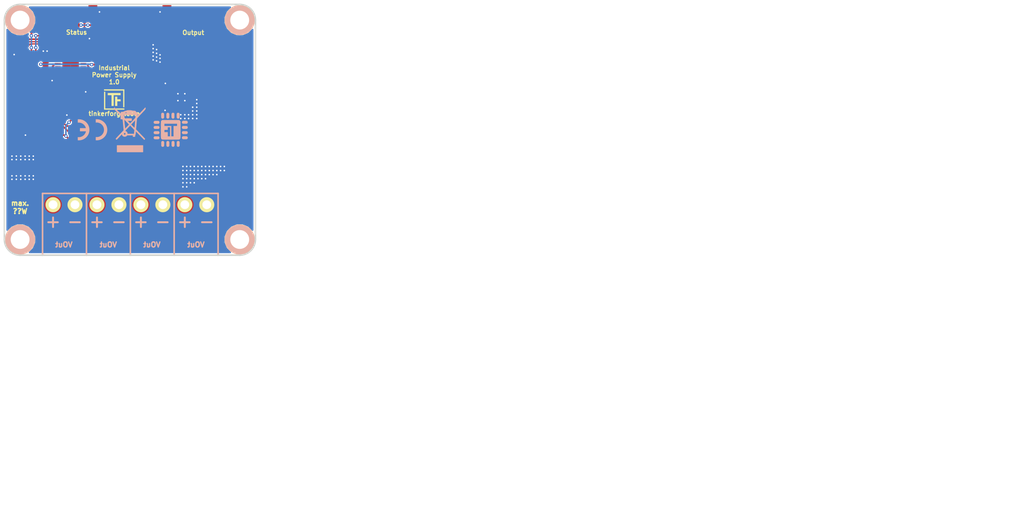
<source format=kicad_pcb>
(kicad_pcb (version 20171130) (host pcbnew 5.0.2-bee76a0~70~ubuntu18.10.1)

  (general
    (thickness 1.6002)
    (drawings 32)
    (tracks 303)
    (zones 0)
    (modules 51)
    (nets 47)
  )

  (page A4)
  (title_block
    (title "Power Supply Bricklet")
    (date 2018-11-19)
    (rev 1.0)
    (company "Tinkerforge GmbH")
    (comment 1 "Licensed under CERN OHL v.1.1")
    (comment 2 "Copyright (©) 2018, B.Nordmeyer <bastian@tinkerforge.com>")
  )

  (layers
    (0 Vorderseite signal)
    (31 Rückseite signal)
    (32 B.Adhes user)
    (33 F.Adhes user)
    (34 B.Paste user)
    (35 F.Paste user)
    (36 B.SilkS user)
    (37 F.SilkS user)
    (38 B.Mask user)
    (39 F.Mask user)
    (40 Dwgs.User user)
    (41 Cmts.User user)
    (42 Eco1.User user)
    (43 Eco2.User user)
    (44 Edge.Cuts user)
    (48 B.Fab user)
    (49 F.Fab user)
  )

  (setup
    (last_trace_width 0.25)
    (user_trace_width 0.2)
    (user_trace_width 0.25)
    (user_trace_width 0.3)
    (user_trace_width 0.4)
    (user_trace_width 0.45)
    (user_trace_width 0.55)
    (trace_clearance 0.149)
    (zone_clearance 0.19)
    (zone_45_only no)
    (trace_min 0.2)
    (segment_width 0.25)
    (edge_width 0.381)
    (via_size 0.55)
    (via_drill 0.25)
    (via_min_size 0.5)
    (via_min_drill 0.25)
    (user_via 0.55 0.25)
    (uvia_size 0.508)
    (uvia_drill 0.127)
    (uvias_allowed no)
    (uvia_min_size 0.508)
    (uvia_min_drill 0.127)
    (pcb_text_width 0.3048)
    (pcb_text_size 1.524 2.032)
    (mod_edge_width 0.05)
    (mod_text_size 1.524 1.524)
    (mod_text_width 0.3048)
    (pad_size 0.39878 0.59944)
    (pad_drill 0)
    (pad_to_mask_clearance 0)
    (aux_axis_origin 120 80)
    (grid_origin 120 80)
    (visible_elements FFFFFFBF)
    (pcbplotparams
      (layerselection 0x010fc_ffffffff)
      (usegerberextensions true)
      (usegerberattributes true)
      (usegerberadvancedattributes false)
      (creategerberjobfile false)
      (excludeedgelayer true)
      (linewidth 0.150000)
      (plotframeref false)
      (viasonmask false)
      (mode 1)
      (useauxorigin false)
      (hpglpennumber 1)
      (hpglpenspeed 20)
      (hpglpendiameter 15.000000)
      (psnegative false)
      (psa4output false)
      (plotreference false)
      (plotvalue false)
      (plotinvisibletext false)
      (padsonsilk false)
      (subtractmaskfromsilk false)
      (outputformat 1)
      (mirror false)
      (drillshape 0)
      (scaleselection 1)
      (outputdirectory "proto/"))
  )

  (net 0 "")
  (net 1 GND)
  (net 2 VCC)
  (net 3 "Net-(P1-Pad6)")
  (net 4 "Net-(D1-Pad2)")
  (net 5 "Net-(C1-Pad1)")
  (net 6 "Net-(P1-Pad4)")
  (net 7 "Net-(P1-Pad5)")
  (net 8 "Net-(P2-Pad1)")
  (net 9 "Net-(P3-Pad2)")
  (net 10 S-MISO)
  (net 11 S-MOSI)
  (net 12 S-CLK)
  (net 13 S-CS)
  (net 14 "Net-(D2-Pad2)")
  (net 15 5V)
  (net 16 PWM0)
  (net 17 "Net-(C9-Pad1)")
  (net 18 "Net-(C11-Pad1)")
  (net 19 "Net-(C12-Pad1)")
  (net 20 "Net-(C13-Pad1)")
  (net 21 +VSW)
  (net 22 "Net-(D3-Pad1)")
  (net 23 Vo0)
  (net 24 "Net-(Q1-PadG)")
  (net 25 "Net-(R1-Pad1)")
  (net 26 "Net-(R7-Pad1)")
  (net 27 FB0)
  (net 28 "Net-(R13-Pad2)")
  (net 29 Enable)
  (net 30 "Net-(U1-Pad5)")
  (net 31 "Net-(U1-Pad6)")
  (net 32 "Net-(U1-Pad17)")
  (net 33 "Net-(U1-Pad18)")
  (net 34 "Net-(U1-Pad19)")
  (net 35 "Net-(U1-Pad21)")
  (net 36 "Net-(U7-Pad5)")
  (net 37 "Net-(U1-Pad4)")
  (net 38 "Net-(U2-Pad5)")
  (net 39 "Net-(U2-Pad6)")
  (net 40 "Net-(U2-Pad7)")
  (net 41 "Net-(U1-Pad14)")
  (net 42 "Net-(U1-Pad15)")
  (net 43 "Net-(U1-Pad16)")
  (net 44 "Net-(R2-Pad1)")
  (net 45 "Net-(R5-Pad1)")
  (net 46 "Net-(U1-Pad2)")

  (net_class Default "Dies ist die voreingestellte Netzklasse."
    (clearance 0.149)
    (trace_width 0.2)
    (via_dia 0.55)
    (via_drill 0.25)
    (uvia_dia 0.508)
    (uvia_drill 0.127)
    (add_net +VSW)
    (add_net 5V)
    (add_net Enable)
    (add_net FB0)
    (add_net GND)
    (add_net "Net-(C1-Pad1)")
    (add_net "Net-(C11-Pad1)")
    (add_net "Net-(C12-Pad1)")
    (add_net "Net-(C13-Pad1)")
    (add_net "Net-(C9-Pad1)")
    (add_net "Net-(D1-Pad2)")
    (add_net "Net-(D2-Pad2)")
    (add_net "Net-(D3-Pad1)")
    (add_net "Net-(P1-Pad4)")
    (add_net "Net-(P1-Pad5)")
    (add_net "Net-(P1-Pad6)")
    (add_net "Net-(P2-Pad1)")
    (add_net "Net-(P3-Pad2)")
    (add_net "Net-(Q1-PadG)")
    (add_net "Net-(R1-Pad1)")
    (add_net "Net-(R13-Pad2)")
    (add_net "Net-(R2-Pad1)")
    (add_net "Net-(R5-Pad1)")
    (add_net "Net-(R7-Pad1)")
    (add_net "Net-(U1-Pad14)")
    (add_net "Net-(U1-Pad15)")
    (add_net "Net-(U1-Pad16)")
    (add_net "Net-(U1-Pad17)")
    (add_net "Net-(U1-Pad18)")
    (add_net "Net-(U1-Pad19)")
    (add_net "Net-(U1-Pad2)")
    (add_net "Net-(U1-Pad21)")
    (add_net "Net-(U1-Pad4)")
    (add_net "Net-(U1-Pad5)")
    (add_net "Net-(U1-Pad6)")
    (add_net "Net-(U2-Pad5)")
    (add_net "Net-(U2-Pad6)")
    (add_net "Net-(U2-Pad7)")
    (add_net "Net-(U7-Pad5)")
    (add_net PWM0)
    (add_net S-CLK)
    (add_net S-CS)
    (add_net S-MISO)
    (add_net S-MOSI)
    (add_net VCC)
    (add_net Vo0)
  )

  (module kicad-libraries:C0402F (layer Vorderseite) (tedit 5A0C5AF6) (tstamp 5CB555FE)
    (at 134.7 85.45 180)
    (path /5A590EF3)
    (fp_text reference C1 (at 0.1 0.15 180) (layer F.Fab)
      (effects (font (size 0.2 0.2) (thickness 0.05)))
    )
    (fp_text value 220pF (at 0 -0.15 180) (layer F.Fab)
      (effects (font (size 0.2 0.2) (thickness 0.05)))
    )
    (fp_line (start -0.9 -0.45) (end 0.9 -0.45) (layer F.Fab) (width 0.025))
    (fp_line (start 0.9 -0.45) (end 0.9 0.45) (layer F.Fab) (width 0.025))
    (fp_line (start 0.9 0.45) (end -0.9 0.45) (layer F.Fab) (width 0.025))
    (fp_line (start -0.9 0.45) (end -0.9 -0.45) (layer F.Fab) (width 0.025))
    (pad 2 smd rect (at 0.5 0 180) (size 0.6 0.7) (layers Vorderseite F.Paste F.Mask)
      (net 1 GND))
    (pad 1 smd rect (at -0.5 0 180) (size 0.6 0.7) (layers Vorderseite F.Paste F.Mask)
      (net 5 "Net-(C1-Pad1)"))
    (model Capacitors_SMD/C_0402.wrl
      (at (xyz 0 0 0))
      (scale (xyz 1 1 1))
      (rotate (xyz 0 0 0))
    )
  )

  (module kicad-libraries:C0805 (layer Vorderseite) (tedit 58F5DFFC) (tstamp 5CB55608)
    (at 141.9 86.55)
    (path /5A5900BA)
    (attr smd)
    (fp_text reference C2 (at 0 0.3) (layer F.Fab)
      (effects (font (size 0.2 0.2) (thickness 0.05)))
    )
    (fp_text value 10uF (at 0 -0.2) (layer F.Fab)
      (effects (font (size 0.2 0.2) (thickness 0.05)))
    )
    (fp_line (start -1.651 -0.8001) (end -1.651 0.8001) (layer F.Fab) (width 0.001))
    (fp_line (start -1.651 0.8001) (end 1.651 0.8001) (layer F.Fab) (width 0.001))
    (fp_line (start 1.651 0.8001) (end 1.651 -0.8001) (layer F.Fab) (width 0.001))
    (fp_line (start 1.651 -0.8001) (end -1.651 -0.8001) (layer F.Fab) (width 0.001))
    (pad 1 smd rect (at -1.00076 0) (size 1.00076 1.24968) (layers Vorderseite F.Paste F.Mask)
      (net 2 VCC) (clearance 0.14986))
    (pad 2 smd rect (at 1.00076 0) (size 1.00076 1.24968) (layers Vorderseite F.Paste F.Mask)
      (net 1 GND) (clearance 0.14986))
    (model Capacitors_SMD/C_0805.wrl
      (at (xyz 0 0 0))
      (scale (xyz 1 1 1))
      (rotate (xyz 0 0 0))
    )
  )

  (module kicad-libraries:C0603F (layer Vorderseite) (tedit 58F5DD02) (tstamp 5CB55612)
    (at 141.9 88.05)
    (path /5A58FC2A)
    (attr smd)
    (fp_text reference C3 (at 0.05 0.225) (layer F.Fab)
      (effects (font (size 0.2 0.2) (thickness 0.05)))
    )
    (fp_text value 100nF (at 0.05 -0.375) (layer F.Fab)
      (effects (font (size 0.2 0.2) (thickness 0.05)))
    )
    (fp_line (start -1.45034 -0.65024) (end 1.45034 -0.65024) (layer F.Fab) (width 0.001))
    (fp_line (start 1.45034 -0.65024) (end 1.45034 0.65024) (layer F.Fab) (width 0.001))
    (fp_line (start 1.45034 0.65024) (end -1.45034 0.65024) (layer F.Fab) (width 0.001))
    (fp_line (start -1.45034 0.65024) (end -1.45034 -0.65024) (layer F.Fab) (width 0.001))
    (pad 1 smd rect (at -0.75 0) (size 0.9 0.9) (layers Vorderseite F.Paste F.Mask)
      (net 2 VCC))
    (pad 2 smd rect (at 0.75 0) (size 0.9 0.9) (layers Vorderseite F.Paste F.Mask)
      (net 1 GND))
    (model Capacitors_SMD/C_0603.wrl
      (at (xyz 0 0 0))
      (scale (xyz 1 1 1))
      (rotate (xyz 0 0 0))
    )
  )

  (module kicad-libraries:C0603F (layer Vorderseite) (tedit 58F5DD02) (tstamp 5CB5561C)
    (at 126.55 88.85 90)
    (path /5A59176F)
    (attr smd)
    (fp_text reference C4 (at 0.05 0.225 90) (layer F.Fab)
      (effects (font (size 0.2 0.2) (thickness 0.05)))
    )
    (fp_text value 100nF (at 0.05 -0.375 90) (layer F.Fab)
      (effects (font (size 0.2 0.2) (thickness 0.05)))
    )
    (fp_line (start -1.45034 0.65024) (end -1.45034 -0.65024) (layer F.Fab) (width 0.001))
    (fp_line (start 1.45034 0.65024) (end -1.45034 0.65024) (layer F.Fab) (width 0.001))
    (fp_line (start 1.45034 -0.65024) (end 1.45034 0.65024) (layer F.Fab) (width 0.001))
    (fp_line (start -1.45034 -0.65024) (end 1.45034 -0.65024) (layer F.Fab) (width 0.001))
    (pad 2 smd rect (at 0.75 0 90) (size 0.9 0.9) (layers Vorderseite F.Paste F.Mask)
      (net 1 GND))
    (pad 1 smd rect (at -0.75 0 90) (size 0.9 0.9) (layers Vorderseite F.Paste F.Mask)
      (net 2 VCC))
    (model Capacitors_SMD/C_0603.wrl
      (at (xyz 0 0 0))
      (scale (xyz 1 1 1))
      (rotate (xyz 0 0 0))
    )
  )

  (module kicad-libraries:C0603F (layer Vorderseite) (tedit 58F5DD02) (tstamp 5CB55626)
    (at 131.45 93.95)
    (path /5CAF92BC)
    (attr smd)
    (fp_text reference C5 (at 0.05 0.225) (layer F.Fab)
      (effects (font (size 0.2 0.2) (thickness 0.05)))
    )
    (fp_text value 1uF (at 0.05 -0.375) (layer F.Fab)
      (effects (font (size 0.2 0.2) (thickness 0.05)))
    )
    (fp_line (start -1.45034 -0.65024) (end 1.45034 -0.65024) (layer F.Fab) (width 0.001))
    (fp_line (start 1.45034 -0.65024) (end 1.45034 0.65024) (layer F.Fab) (width 0.001))
    (fp_line (start 1.45034 0.65024) (end -1.45034 0.65024) (layer F.Fab) (width 0.001))
    (fp_line (start -1.45034 0.65024) (end -1.45034 -0.65024) (layer F.Fab) (width 0.001))
    (pad 1 smd rect (at -0.75 0) (size 0.9 0.9) (layers Vorderseite F.Paste F.Mask)
      (net 16 PWM0))
    (pad 2 smd rect (at 0.75 0) (size 0.9 0.9) (layers Vorderseite F.Paste F.Mask)
      (net 1 GND))
    (model Capacitors_SMD/C_0603.wrl
      (at (xyz 0 0 0))
      (scale (xyz 1 1 1))
      (rotate (xyz 0 0 0))
    )
  )

  (module kicad-libraries:C0805E (layer Vorderseite) (tedit 58F5E06C) (tstamp 5CB5563A)
    (at 147.75 87.8 270)
    (path /5CB11A42)
    (attr smd)
    (fp_text reference C7 (at 0 0.2 270) (layer F.Fab)
      (effects (font (size 0.2 0.2) (thickness 0.05)))
    )
    (fp_text value 10uF (at 0 -0.4 270) (layer F.Fab)
      (effects (font (size 0.2 0.2) (thickness 0.05)))
    )
    (fp_line (start -1.651 -0.8001) (end -1.651 0.8001) (layer F.Fab) (width 0.001))
    (fp_line (start -1.651 0.8001) (end 1.651 0.8001) (layer F.Fab) (width 0.001))
    (fp_line (start 1.651 0.8001) (end 1.651 -0.8001) (layer F.Fab) (width 0.001))
    (fp_line (start 1.651 -0.8001) (end -1.651 -0.8001) (layer F.Fab) (width 0.001))
    (pad 1 smd rect (at -0.95 0 270) (size 1.3 1.5) (layers Vorderseite F.Paste F.Mask)
      (net 15 5V) (clearance 0.14986))
    (pad 2 smd rect (at 0.95 0 270) (size 1.3 1.5) (layers Vorderseite F.Paste F.Mask)
      (net 1 GND) (clearance 0.14986))
    (model Capacitors_SMD/C_0805.wrl
      (at (xyz 0 0 0))
      (scale (xyz 1 1 1))
      (rotate (xyz 0 0 0))
    )
  )

  (module kicad-libraries:C0603F (layer Vorderseite) (tedit 58F5DD02) (tstamp 5CB55644)
    (at 149.35 87.8 270)
    (path /5CB11B9C)
    (attr smd)
    (fp_text reference C8 (at 0.05 0.225 270) (layer F.Fab)
      (effects (font (size 0.2 0.2) (thickness 0.05)))
    )
    (fp_text value 100nF (at 0.05 -0.375 270) (layer F.Fab)
      (effects (font (size 0.2 0.2) (thickness 0.05)))
    )
    (fp_line (start -1.45034 0.65024) (end -1.45034 -0.65024) (layer F.Fab) (width 0.001))
    (fp_line (start 1.45034 0.65024) (end -1.45034 0.65024) (layer F.Fab) (width 0.001))
    (fp_line (start 1.45034 -0.65024) (end 1.45034 0.65024) (layer F.Fab) (width 0.001))
    (fp_line (start -1.45034 -0.65024) (end 1.45034 -0.65024) (layer F.Fab) (width 0.001))
    (pad 2 smd rect (at 0.75 0 270) (size 0.9 0.9) (layers Vorderseite F.Paste F.Mask)
      (net 1 GND))
    (pad 1 smd rect (at -0.75 0 270) (size 0.9 0.9) (layers Vorderseite F.Paste F.Mask)
      (net 15 5V))
    (model Capacitors_SMD/C_0603.wrl
      (at (xyz 0 0 0))
      (scale (xyz 1 1 1))
      (rotate (xyz 0 0 0))
    )
  )

  (module kicad-libraries:C0603F (layer Vorderseite) (tedit 58F5DD02) (tstamp 5CB5564E)
    (at 129.25 96.15 270)
    (path /5CBA2311)
    (attr smd)
    (fp_text reference C9 (at 0.05 0.225 270) (layer F.Fab)
      (effects (font (size 0.2 0.2) (thickness 0.05)))
    )
    (fp_text value 100nF (at 0.05 -0.375 270) (layer F.Fab)
      (effects (font (size 0.2 0.2) (thickness 0.05)))
    )
    (fp_line (start -1.45034 -0.65024) (end 1.45034 -0.65024) (layer F.Fab) (width 0.001))
    (fp_line (start 1.45034 -0.65024) (end 1.45034 0.65024) (layer F.Fab) (width 0.001))
    (fp_line (start 1.45034 0.65024) (end -1.45034 0.65024) (layer F.Fab) (width 0.001))
    (fp_line (start -1.45034 0.65024) (end -1.45034 -0.65024) (layer F.Fab) (width 0.001))
    (pad 1 smd rect (at -0.75 0 270) (size 0.9 0.9) (layers Vorderseite F.Paste F.Mask)
      (net 17 "Net-(C9-Pad1)"))
    (pad 2 smd rect (at 0.75 0 270) (size 0.9 0.9) (layers Vorderseite F.Paste F.Mask)
      (net 1 GND))
    (model Capacitors_SMD/C_0603.wrl
      (at (xyz 0 0 0))
      (scale (xyz 1 1 1))
      (rotate (xyz 0 0 0))
    )
  )

  (module kicad-libraries:C0603F (layer Vorderseite) (tedit 58F5DD02) (tstamp 5CB55662)
    (at 146.4 91.85 180)
    (path /5CB11C81)
    (attr smd)
    (fp_text reference C11 (at 0.05 0.225 180) (layer F.Fab)
      (effects (font (size 0.2 0.2) (thickness 0.05)))
    )
    (fp_text value 27nF (at 0.05 -0.375 180) (layer F.Fab)
      (effects (font (size 0.2 0.2) (thickness 0.05)))
    )
    (fp_line (start -1.45034 0.65024) (end -1.45034 -0.65024) (layer F.Fab) (width 0.001))
    (fp_line (start 1.45034 0.65024) (end -1.45034 0.65024) (layer F.Fab) (width 0.001))
    (fp_line (start 1.45034 -0.65024) (end 1.45034 0.65024) (layer F.Fab) (width 0.001))
    (fp_line (start -1.45034 -0.65024) (end 1.45034 -0.65024) (layer F.Fab) (width 0.001))
    (pad 2 smd rect (at 0.75 0 180) (size 0.9 0.9) (layers Vorderseite F.Paste F.Mask)
      (net 1 GND))
    (pad 1 smd rect (at -0.75 0 180) (size 0.9 0.9) (layers Vorderseite F.Paste F.Mask)
      (net 18 "Net-(C11-Pad1)"))
    (model Capacitors_SMD/C_0603.wrl
      (at (xyz 0 0 0))
      (scale (xyz 1 1 1))
      (rotate (xyz 0 0 0))
    )
  )

  (module kicad-libraries:C0603F (layer Vorderseite) (tedit 58F5DD02) (tstamp 5CB5566C)
    (at 144.3 92.6 90)
    (path /5CB11F88)
    (attr smd)
    (fp_text reference C12 (at -0.05 0.3 90) (layer F.Fab)
      (effects (font (size 0.2 0.2) (thickness 0.05)))
    )
    (fp_text value 2,2nF (at 0.05 -0.375 90) (layer F.Fab)
      (effects (font (size 0.2 0.2) (thickness 0.05)))
    )
    (fp_line (start -1.45034 -0.65024) (end 1.45034 -0.65024) (layer F.Fab) (width 0.001))
    (fp_line (start 1.45034 -0.65024) (end 1.45034 0.65024) (layer F.Fab) (width 0.001))
    (fp_line (start 1.45034 0.65024) (end -1.45034 0.65024) (layer F.Fab) (width 0.001))
    (fp_line (start -1.45034 0.65024) (end -1.45034 -0.65024) (layer F.Fab) (width 0.001))
    (pad 1 smd rect (at -0.75 0 90) (size 0.9 0.9) (layers Vorderseite F.Paste F.Mask)
      (net 19 "Net-(C12-Pad1)"))
    (pad 2 smd rect (at 0.75 0 90) (size 0.9 0.9) (layers Vorderseite F.Paste F.Mask)
      (net 1 GND))
    (model Capacitors_SMD/C_0603.wrl
      (at (xyz 0 0 0))
      (scale (xyz 1 1 1))
      (rotate (xyz 0 0 0))
    )
  )

  (module kicad-libraries:C0603F (layer Vorderseite) (tedit 58F5DD02) (tstamp 5CB55676)
    (at 142.8 92.6 90)
    (path /5CB12005)
    (attr smd)
    (fp_text reference C13 (at 0.05 0.225 90) (layer F.Fab)
      (effects (font (size 0.2 0.2) (thickness 0.05)))
    )
    (fp_text value 120nF (at 0.05 -0.375 90) (layer F.Fab)
      (effects (font (size 0.2 0.2) (thickness 0.05)))
    )
    (fp_line (start -1.45034 0.65024) (end -1.45034 -0.65024) (layer F.Fab) (width 0.001))
    (fp_line (start 1.45034 0.65024) (end -1.45034 0.65024) (layer F.Fab) (width 0.001))
    (fp_line (start 1.45034 -0.65024) (end 1.45034 0.65024) (layer F.Fab) (width 0.001))
    (fp_line (start -1.45034 -0.65024) (end 1.45034 -0.65024) (layer F.Fab) (width 0.001))
    (pad 2 smd rect (at 0.75 0 90) (size 0.9 0.9) (layers Vorderseite F.Paste F.Mask)
      (net 1 GND))
    (pad 1 smd rect (at -0.75 0 90) (size 0.9 0.9) (layers Vorderseite F.Paste F.Mask)
      (net 20 "Net-(C13-Pad1)"))
    (model Capacitors_SMD/C_0603.wrl
      (at (xyz 0 0 0))
      (scale (xyz 1 1 1))
      (rotate (xyz 0 0 0))
    )
  )

  (module kicad-libraries:ELKO_63 (layer Vorderseite) (tedit 5A12D9B7) (tstamp 5CB556A7)
    (at 156.3 102.5 90)
    (path /5CB7ACD8)
    (attr smd)
    (fp_text reference C14 (at 0 1.1 90) (layer F.Fab)
      (effects (font (size 0.59944 0.59944) (thickness 0.12446)))
    )
    (fp_text value "10uF 50V" (at 0.95 -0.375 90) (layer F.Fab)
      (effects (font (size 0.59944 0.59944) (thickness 0.12446)))
    )
    (fp_line (start 0 -3.2) (end 3.2 -3.2) (layer F.Fab) (width 0.15))
    (fp_line (start 3.2 -3.2) (end 3.2 3.2) (layer F.Fab) (width 0.15))
    (fp_line (start 3.2 3.2) (end -3.2 3.2) (layer F.Fab) (width 0.15))
    (fp_line (start -3.2 3.2) (end -3.2 -3.2) (layer F.Fab) (width 0.15))
    (fp_line (start -3.2 -3.2) (end 0 -3.2) (layer F.Fab) (width 0.15))
    (fp_line (start -1.4 -2.8) (end -1.4 2.8) (layer F.Fab) (width 0.15))
    (fp_line (start -1.4 2.8) (end -1.5 2.8) (layer F.Fab) (width 0.15))
    (fp_line (start -1.5 2.8) (end -1.5 -2.7) (layer F.Fab) (width 0.15))
    (fp_line (start -1.5 -2.7) (end -1.6 -2.7) (layer F.Fab) (width 0.15))
    (fp_line (start -1.6 -2.7) (end -1.6 2.7) (layer F.Fab) (width 0.15))
    (fp_line (start -1.6 2.7) (end -1.7 2.7) (layer F.Fab) (width 0.15))
    (fp_line (start -1.7 2.7) (end -1.7 -2.6) (layer F.Fab) (width 0.15))
    (fp_line (start -1.7 -2.6) (end -1.8 -2.6) (layer F.Fab) (width 0.15))
    (fp_line (start -1.8 -2.6) (end -1.8 2.6) (layer F.Fab) (width 0.15))
    (fp_line (start -1.8 2.6) (end -2 2.4) (layer F.Fab) (width 0.15))
    (fp_line (start -2 2.4) (end -1.9 2.4) (layer F.Fab) (width 0.15))
    (fp_line (start -1.9 2.4) (end -1.9 -2.5) (layer F.Fab) (width 0.15))
    (fp_line (start -1.9 -2.5) (end -2 -2.4) (layer F.Fab) (width 0.15))
    (fp_line (start -2 -2.4) (end -2 2.4) (layer F.Fab) (width 0.15))
    (fp_line (start -2 2.4) (end -2.2 2.2) (layer F.Fab) (width 0.15))
    (fp_line (start -2.2 2.2) (end -2.1 2.2) (layer F.Fab) (width 0.15))
    (fp_line (start -2.1 2.2) (end -2.1 -2.3) (layer F.Fab) (width 0.15))
    (fp_line (start -2.1 -2.3) (end -2.2 -2.2) (layer F.Fab) (width 0.15))
    (fp_line (start -2.2 -2.2) (end -2.2 2.2) (layer F.Fab) (width 0.15))
    (fp_line (start -2.2 2.2) (end -2.3 2.1) (layer F.Fab) (width 0.15))
    (fp_line (start -2.3 2.1) (end -2.3 -2.1) (layer F.Fab) (width 0.15))
    (fp_line (start -2.3 -2.1) (end -2.4 -2) (layer F.Fab) (width 0.15))
    (fp_line (start -2.4 -2) (end -2.4 2) (layer F.Fab) (width 0.15))
    (fp_line (start -2.4 2) (end -2.5 1.8) (layer F.Fab) (width 0.15))
    (fp_line (start -2.5 1.8) (end -2.5 -1.9) (layer F.Fab) (width 0.15))
    (fp_line (start -2.5 -1.9) (end -2.6 -1.7) (layer F.Fab) (width 0.15))
    (fp_line (start -2.6 -1.7) (end -2.6 1.8) (layer F.Fab) (width 0.15))
    (fp_line (start -2.6 1.8) (end -2.7 1.6) (layer F.Fab) (width 0.15))
    (fp_line (start -2.7 1.6) (end -2.7 -1.6) (layer F.Fab) (width 0.15))
    (fp_line (start -2.7 -1.6) (end -2.8 -1.4) (layer F.Fab) (width 0.15))
    (fp_line (start -2.8 -1.4) (end -2.8 1.4) (layer F.Fab) (width 0.15))
    (fp_line (start -2.8 1.4) (end -2.9 1.2) (layer F.Fab) (width 0.15))
    (fp_line (start -2.9 1.2) (end -2.9 -1.2) (layer F.Fab) (width 0.15))
    (fp_line (start -2.9 -1.2) (end -3 -1) (layer F.Fab) (width 0.15))
    (fp_line (start -3 -1) (end -3 1) (layer F.Fab) (width 0.15))
    (fp_line (start -3 1) (end -3.1 0.6) (layer F.Fab) (width 0.15))
    (fp_line (start -3.1 0.6) (end -3.1 -0.5) (layer F.Fab) (width 0.15))
    (fp_circle (center 0 0) (end 3.2 0) (layer F.Fab) (width 0.15))
    (pad 2 smd rect (at -2.7 0 90) (size 3.5 1.6) (layers Vorderseite F.Paste F.Mask)
      (net 1 GND))
    (pad 1 smd rect (at 2.7 0 90) (size 3.5 1.6) (layers Vorderseite F.Paste F.Mask)
      (net 21 +VSW))
    (model Capacitors_SMD/c_elec_6.3x7.7.wrl
      (at (xyz 0 0 0))
      (scale (xyz 1 1 1))
      (rotate (xyz 0 0 0))
    )
  )

  (module kicad-libraries:D0603F (layer Vorderseite) (tedit 5910237C) (tstamp 5CB556CD)
    (at 131.5 82.5 90)
    (path /5A59316A)
    (attr smd)
    (fp_text reference D1 (at -0.775 0.45 90) (layer F.Fab)
      (effects (font (size 0.2 0.2) (thickness 0.05)))
    )
    (fp_text value blue (at 0.75 0.45 90) (layer F.Fab)
      (effects (font (size 0.2 0.2) (thickness 0.05)))
    )
    (fp_line (start -0.75 -0.3) (end -0.75 0.3) (layer F.Fab) (width 0.05))
    (fp_line (start -1.05 0) (end -0.45 0) (layer F.Fab) (width 0.05))
    (fp_line (start 0.45 0) (end 1.05 0) (layer F.Fab) (width 0.05))
    (fp_line (start 0 -0.3) (end 0 0.3) (layer F.Fab) (width 0.05))
    (fp_line (start -0.3 -0.3) (end -0.3 0.3) (layer F.Fab) (width 0.05))
    (fp_line (start -0.3 0.3) (end 0 0) (layer F.Fab) (width 0.05))
    (fp_line (start 0 0) (end -0.3 -0.3) (layer F.Fab) (width 0.05))
    (fp_line (start -1.45034 -0.65024) (end 1.45034 -0.65024) (layer F.Fab) (width 0.001))
    (fp_line (start 1.45034 -0.65024) (end 1.45034 0.65024) (layer F.Fab) (width 0.001))
    (fp_line (start 1.45034 0.65024) (end -1.45034 0.65024) (layer F.Fab) (width 0.001))
    (fp_line (start -1.45034 0.65024) (end -1.45034 -0.65024) (layer F.Fab) (width 0.001))
    (pad 1 smd rect (at -0.75 0 90) (size 0.9 0.9) (layers Vorderseite F.Paste F.Mask)
      (net 2 VCC))
    (pad 2 smd rect (at 0.75 0 90) (size 0.9 0.9) (layers Vorderseite F.Paste F.Mask)
      (net 4 "Net-(D1-Pad2)"))
    (model LED_SMD/D_0603_blue.wrl
      (at (xyz 0 0 0))
      (scale (xyz 1 1 1))
      (rotate (xyz -90 0 0))
    )
  )

  (module kicad-libraries:D0603F (layer Vorderseite) (tedit 5910237C) (tstamp 5CB556DE)
    (at 150.1 82.5 90)
    (path /5B30E5AC)
    (attr smd)
    (fp_text reference D2 (at -0.775 0.45 90) (layer F.Fab)
      (effects (font (size 0.2 0.2) (thickness 0.05)))
    )
    (fp_text value green (at 0.75 0.45 90) (layer F.Fab)
      (effects (font (size 0.2 0.2) (thickness 0.05)))
    )
    (fp_line (start -1.45034 0.65024) (end -1.45034 -0.65024) (layer F.Fab) (width 0.001))
    (fp_line (start 1.45034 0.65024) (end -1.45034 0.65024) (layer F.Fab) (width 0.001))
    (fp_line (start 1.45034 -0.65024) (end 1.45034 0.65024) (layer F.Fab) (width 0.001))
    (fp_line (start -1.45034 -0.65024) (end 1.45034 -0.65024) (layer F.Fab) (width 0.001))
    (fp_line (start 0 0) (end -0.3 -0.3) (layer F.Fab) (width 0.05))
    (fp_line (start -0.3 0.3) (end 0 0) (layer F.Fab) (width 0.05))
    (fp_line (start -0.3 -0.3) (end -0.3 0.3) (layer F.Fab) (width 0.05))
    (fp_line (start 0 -0.3) (end 0 0.3) (layer F.Fab) (width 0.05))
    (fp_line (start 0.45 0) (end 1.05 0) (layer F.Fab) (width 0.05))
    (fp_line (start -1.05 0) (end -0.45 0) (layer F.Fab) (width 0.05))
    (fp_line (start -0.75 -0.3) (end -0.75 0.3) (layer F.Fab) (width 0.05))
    (pad 2 smd rect (at 0.75 0 90) (size 0.9 0.9) (layers Vorderseite F.Paste F.Mask)
      (net 14 "Net-(D2-Pad2)"))
    (pad 1 smd rect (at -0.75 0 90) (size 0.9 0.9) (layers Vorderseite F.Paste F.Mask)
      (net 2 VCC))
    (model LED_SMD/D_0603_blue.wrl
      (at (xyz 0 0 0))
      (scale (xyz 1 1 1))
      (rotate (xyz -90 0 0))
    )
  )

  (module kicad-libraries:SOD-128 (layer Vorderseite) (tedit 58F7735C) (tstamp 5CB556ED)
    (at 154.05 96.4 180)
    (path /5CB12550)
    (attr smd)
    (fp_text reference D3 (at 0.44 0.29 180) (layer F.Fab)
      (effects (font (size 0.2 0.2) (thickness 0.05)))
    )
    (fp_text value PMEG4050 (at 0.52 -0.49 180) (layer F.Fab)
      (effects (font (size 0.2 0.2) (thickness 0.05)))
    )
    (fp_line (start -0.50038 1.39954) (end -0.50038 -1.39954) (layer F.Fab) (width 0.001))
    (fp_line (start -0.8001 1.39954) (end -0.8001 -1.39954) (layer F.Fab) (width 0.001))
    (fp_line (start -1.69926 1.39954) (end -1.69926 -1.39954) (layer F.Fab) (width 0.001))
    (fp_line (start -1.39954 -1.39954) (end -1.39954 1.39954) (layer F.Fab) (width 0.001))
    (fp_line (start -1.09982 1.39954) (end -1.09982 -1.39954) (layer F.Fab) (width 0.001))
    (fp_line (start -1.99898 -1.39954) (end 1.99898 -1.39954) (layer F.Fab) (width 0.001))
    (fp_line (start 1.99898 -1.39954) (end 1.99898 1.39954) (layer F.Fab) (width 0.001))
    (fp_line (start 1.99898 1.39954) (end -1.99898 1.39954) (layer F.Fab) (width 0.001))
    (fp_line (start -1.99898 1.39954) (end -1.99898 -1.39954) (layer F.Fab) (width 0.001))
    (pad 2 smd rect (at -2.19964 0 180) (size 1.39954 2.19964) (layers Vorderseite F.Paste F.Mask)
      (net 21 +VSW))
    (pad 1 smd rect (at 2.19964 0 180) (size 1.39954 2.19964) (layers Vorderseite F.Paste F.Mask)
      (net 22 "Net-(D3-Pad1)"))
    (model Housing_SOT_SOD/SOD-128.wrl
      (at (xyz 0 0 0))
      (scale (xyz 1 1 1))
      (rotate (xyz 0 0 0))
    )
  )

  (module kicad-libraries:SRN8040 (layer Vorderseite) (tedit 5CB44C10) (tstamp 5CB556FF)
    (at 155 90.6 270)
    (path /5CB11DF9)
    (fp_text reference L1 (at 0 -1 90) (layer F.Fab)
      (effects (font (size 1 1) (thickness 0.15)))
    )
    (fp_text value SRN8040-100M/10uH (at -0.25 0.5 270) (layer F.Fab)
      (effects (font (size 0.1 0.1) (thickness 0.025)))
    )
    (pad 1 smd rect (at -2.8 0 270) (size 2.6 8.2) (layers Vorderseite F.Paste F.Mask)
      (net 15 5V))
    (pad 2 smd rect (at 2.8 0 270) (size 2.6 8.2) (layers Vorderseite F.Paste F.Mask)
      (net 22 "Net-(D3-Pad1)"))
  )

  (module kicad-libraries:CON-SENSOR2 (layer Vorderseite) (tedit 59030BED) (tstamp 5CB55712)
    (at 140 80 180)
    (path /4C5FCF27)
    (fp_text reference P1 (at 0 -2.85 180) (layer F.Fab)
      (effects (font (size 0.3 0.3) (thickness 0.075)))
    )
    (fp_text value CON-SENSOR (at 0 -1.6002 180) (layer F.Fab)
      (effects (font (size 0.29972 0.29972) (thickness 0.07112)))
    )
    (fp_line (start -5 -0.25) (end -4.75 -0.75) (layer F.Fab) (width 0.05))
    (fp_line (start -4.75 -0.75) (end -4.5 -0.25) (layer F.Fab) (width 0.05))
    (fp_line (start -6 -0.25) (end 6 -0.25) (layer F.Fab) (width 0.05))
    (fp_line (start 6 -0.25) (end 6 -4.3) (layer F.Fab) (width 0.05))
    (fp_line (start 6 -4.3) (end -6 -4.3) (layer F.Fab) (width 0.05))
    (fp_line (start -6 -4.3) (end -6 -0.25) (layer F.Fab) (width 0.05))
    (pad 1 smd rect (at -3.75 -4.6 180) (size 0.6 1.8) (layers Vorderseite F.Paste F.Mask)
      (net 15 5V))
    (pad 2 smd rect (at -2.5 -4.6 180) (size 0.6 1.8) (layers Vorderseite F.Paste F.Mask)
      (net 1 GND))
    (pad EP smd rect (at -5.9 -1.2 180) (size 1.4 2.4) (layers Vorderseite F.Paste F.Mask)
      (net 1 GND))
    (pad EP smd rect (at 5.9 -1.2 180) (size 1.4 2.4) (layers Vorderseite F.Paste F.Mask)
      (net 1 GND))
    (pad 3 smd rect (at -1.25 -4.6 180) (size 0.6 1.8) (layers Vorderseite F.Paste F.Mask)
      (net 2 VCC))
    (pad 4 smd rect (at 0 -4.6 180) (size 0.6 1.8) (layers Vorderseite F.Paste F.Mask)
      (net 6 "Net-(P1-Pad4)"))
    (pad 5 smd rect (at 1.25 -4.6 180) (size 0.6 1.8) (layers Vorderseite F.Paste F.Mask)
      (net 7 "Net-(P1-Pad5)"))
    (pad 6 smd rect (at 2.5 -4.6 180) (size 0.6 1.8) (layers Vorderseite F.Paste F.Mask)
      (net 3 "Net-(P1-Pad6)"))
    (pad 7 smd rect (at 3.75 -4.6 180) (size 0.6 1.8) (layers Vorderseite F.Paste F.Mask)
      (net 5 "Net-(C1-Pad1)"))
    (model Connectors_TF/BrickletConn_7pin.wrl
      (offset (xyz 0 2.539999961853027 0))
      (scale (xyz 1 1 1))
      (rotate (xyz 0 0 0))
    )
  )

  (module kicad-libraries:DEBUG_PAD (layer Vorderseite) (tedit 590B3FBE) (tstamp 5CB55717)
    (at 122.5 86.6)
    (path /5A59359F)
    (fp_text reference P2 (at 0 0.175) (layer F.Fab)
      (effects (font (size 0.15 0.15) (thickness 0.0375)))
    )
    (fp_text value Debug (at 0 -0.15) (layer F.Fab)
      (effects (font (size 0.15 0.15) (thickness 0.0375)))
    )
    (pad 1 smd circle (at 0 0) (size 0.7 0.7) (layers Vorderseite F.Paste F.Mask)
      (net 8 "Net-(P2-Pad1)"))
  )

  (module kicad-libraries:SolderJumper (layer Vorderseite) (tedit 590B2DE4) (tstamp 5CB55720)
    (at 122.475 88)
    (path /5A593676)
    (fp_text reference P3 (at 0 0.35) (layer F.Fab)
      (effects (font (size 0.3 0.3) (thickness 0.0712)))
    )
    (fp_text value Boot (at 0 -0.35) (layer F.Fab)
      (effects (font (size 0.3 0.3) (thickness 0.0712)))
    )
    (pad 2 smd rect (at 0.55 0) (size 0.3 1.4) (layers Vorderseite F.Mask)
      (net 9 "Net-(P3-Pad2)"))
    (pad 2 smd rect (at 0.15 0) (size 0.6 0.5) (layers Vorderseite F.Mask)
      (net 9 "Net-(P3-Pad2)"))
    (pad 1 smd rect (at -0.5 0) (size 0.4 1.4) (layers Vorderseite F.Mask)
      (net 1 GND))
    (pad 1 smd rect (at -0.225 0.55) (size 0.95 0.3) (layers Vorderseite F.Mask)
      (net 1 GND))
    (pad 1 smd rect (at -0.225 -0.55) (size 0.95 0.3) (layers Vorderseite F.Mask)
      (net 1 GND))
  )

  (module kicad-libraries:TO-252-3L (layer Vorderseite) (tedit 5CB43C7B) (tstamp 5CB55727)
    (at 139.1 101.7 270)
    (path /5CB8C715)
    (fp_text reference Q1 (at 0.05 -2.25 270) (layer F.Fab)
      (effects (font (size 0.5 0.5) (thickness 0.125)))
    )
    (fp_text value FQD10N20C (at 0 2.35 270) (layer F.Fab)
      (effects (font (size 0.5 0.5) (thickness 0.125)))
    )
    (pad S smd rect (at 2.3 6.25 270) (size 1.4 3) (layers Vorderseite F.Paste F.Mask)
      (net 23 Vo0))
    (pad G smd rect (at -2.3 6.25 270) (size 1.4 3) (layers Vorderseite F.Paste F.Mask)
      (net 24 "Net-(Q1-PadG)"))
    (pad D smd rect (at 0 0 270) (size 6 6.5) (layers Vorderseite F.Paste F.Mask)
      (net 21 +VSW))
  )

  (module kicad-libraries:R0603F (layer Vorderseite) (tedit 58F5DD02) (tstamp 5CB55738)
    (at 129.25 93.15 270)
    (path /5CAF9337)
    (attr smd)
    (fp_text reference R1 (at 0.05 0.225 270) (layer F.Fab)
      (effects (font (size 0.2 0.2) (thickness 0.05)))
    )
    (fp_text value 1k (at 0.05 -0.375 270) (layer F.Fab)
      (effects (font (size 0.2 0.2) (thickness 0.05)))
    )
    (fp_line (start -1.45034 0.65024) (end -1.45034 -0.65024) (layer F.Fab) (width 0.001))
    (fp_line (start 1.45034 0.65024) (end -1.45034 0.65024) (layer F.Fab) (width 0.001))
    (fp_line (start 1.45034 -0.65024) (end 1.45034 0.65024) (layer F.Fab) (width 0.001))
    (fp_line (start -1.45034 -0.65024) (end 1.45034 -0.65024) (layer F.Fab) (width 0.001))
    (pad 2 smd rect (at 0.75 0 270) (size 0.9 0.9) (layers Vorderseite F.Paste F.Mask)
      (net 16 PWM0))
    (pad 1 smd rect (at -0.75 0 270) (size 0.9 0.9) (layers Vorderseite F.Paste F.Mask)
      (net 25 "Net-(R1-Pad1)"))
    (model Resistors_SMD/R_0603.wrl
      (at (xyz 0 0 0))
      (scale (xyz 1 1 1))
      (rotate (xyz 0 0 0))
    )
  )

  (module kicad-libraries:R0603F (layer Vorderseite) (tedit 58F5DD02) (tstamp 5CB5574C)
    (at 132.05 96.15 90)
    (path /5CBA2102)
    (attr smd)
    (fp_text reference R3 (at 0.05 0.225 90) (layer F.Fab)
      (effects (font (size 0.2 0.2) (thickness 0.05)))
    )
    (fp_text value 470k (at 0.05 -0.375 90) (layer F.Fab)
      (effects (font (size 0.2 0.2) (thickness 0.05)))
    )
    (fp_line (start -1.45034 0.65024) (end -1.45034 -0.65024) (layer F.Fab) (width 0.001))
    (fp_line (start 1.45034 0.65024) (end -1.45034 0.65024) (layer F.Fab) (width 0.001))
    (fp_line (start 1.45034 -0.65024) (end 1.45034 0.65024) (layer F.Fab) (width 0.001))
    (fp_line (start -1.45034 -0.65024) (end 1.45034 -0.65024) (layer F.Fab) (width 0.001))
    (pad 2 smd rect (at 0.75 0 90) (size 0.9 0.9) (layers Vorderseite F.Paste F.Mask)
      (net 17 "Net-(C9-Pad1)"))
    (pad 1 smd rect (at -0.75 0 90) (size 0.9 0.9) (layers Vorderseite F.Paste F.Mask)
      (net 23 Vo0))
    (model Resistors_SMD/R_0603.wrl
      (at (xyz 0 0 0))
      (scale (xyz 1 1 1))
      (rotate (xyz 0 0 0))
    )
  )

  (module kicad-libraries:R0603F (layer Vorderseite) (tedit 58F5DD02) (tstamp 5CB55756)
    (at 130.65 96.15 270)
    (path /5CBA2242)
    (attr smd)
    (fp_text reference R4 (at 0.05 0.225 270) (layer F.Fab)
      (effects (font (size 0.2 0.2) (thickness 0.05)))
    )
    (fp_text value 68k (at 0.05 -0.375 270) (layer F.Fab)
      (effects (font (size 0.2 0.2) (thickness 0.05)))
    )
    (fp_line (start -1.45034 -0.65024) (end 1.45034 -0.65024) (layer F.Fab) (width 0.001))
    (fp_line (start 1.45034 -0.65024) (end 1.45034 0.65024) (layer F.Fab) (width 0.001))
    (fp_line (start 1.45034 0.65024) (end -1.45034 0.65024) (layer F.Fab) (width 0.001))
    (fp_line (start -1.45034 0.65024) (end -1.45034 -0.65024) (layer F.Fab) (width 0.001))
    (pad 1 smd rect (at -0.75 0 270) (size 0.9 0.9) (layers Vorderseite F.Paste F.Mask)
      (net 17 "Net-(C9-Pad1)"))
    (pad 2 smd rect (at 0.75 0 270) (size 0.9 0.9) (layers Vorderseite F.Paste F.Mask)
      (net 1 GND))
    (model Resistors_SMD/R_0603.wrl
      (at (xyz 0 0 0))
      (scale (xyz 1 1 1))
      (rotate (xyz 0 0 0))
    )
  )

  (module kicad-libraries:R0603F (layer Vorderseite) (tedit 58F5DD02) (tstamp 5CB55774)
    (at 146.35 97.65 180)
    (path /5CB11C0D)
    (attr smd)
    (fp_text reference R7 (at 0.05 0.225 180) (layer F.Fab)
      (effects (font (size 0.2 0.2) (thickness 0.05)))
    )
    (fp_text value 60 (at 0.05 -0.375 180) (layer F.Fab)
      (effects (font (size 0.2 0.2) (thickness 0.05)))
    )
    (fp_line (start -1.45034 -0.65024) (end 1.45034 -0.65024) (layer F.Fab) (width 0.001))
    (fp_line (start 1.45034 -0.65024) (end 1.45034 0.65024) (layer F.Fab) (width 0.001))
    (fp_line (start 1.45034 0.65024) (end -1.45034 0.65024) (layer F.Fab) (width 0.001))
    (fp_line (start -1.45034 0.65024) (end -1.45034 -0.65024) (layer F.Fab) (width 0.001))
    (pad 1 smd rect (at -0.75 0 180) (size 0.9 0.9) (layers Vorderseite F.Paste F.Mask)
      (net 26 "Net-(R7-Pad1)"))
    (pad 2 smd rect (at 0.75 0 180) (size 0.9 0.9) (layers Vorderseite F.Paste F.Mask)
      (net 1 GND))
    (model Resistors_SMD/R_0603.wrl
      (at (xyz 0 0 0))
      (scale (xyz 1 1 1))
      (rotate (xyz 0 0 0))
    )
  )

  (module kicad-libraries:R0603F (layer Vorderseite) (tedit 58F5DD02) (tstamp 5CB5577E)
    (at 143.55 94.75)
    (path /5CB11ED0)
    (attr smd)
    (fp_text reference R8 (at 0.05 0.225) (layer F.Fab)
      (effects (font (size 0.2 0.2) (thickness 0.05)))
    )
    (fp_text value 2k (at 0.05 -0.375) (layer F.Fab)
      (effects (font (size 0.2 0.2) (thickness 0.05)))
    )
    (fp_line (start -1.45034 -0.65024) (end 1.45034 -0.65024) (layer F.Fab) (width 0.001))
    (fp_line (start 1.45034 -0.65024) (end 1.45034 0.65024) (layer F.Fab) (width 0.001))
    (fp_line (start 1.45034 0.65024) (end -1.45034 0.65024) (layer F.Fab) (width 0.001))
    (fp_line (start -1.45034 0.65024) (end -1.45034 -0.65024) (layer F.Fab) (width 0.001))
    (pad 1 smd rect (at -0.75 0) (size 0.9 0.9) (layers Vorderseite F.Paste F.Mask)
      (net 20 "Net-(C13-Pad1)"))
    (pad 2 smd rect (at 0.75 0) (size 0.9 0.9) (layers Vorderseite F.Paste F.Mask)
      (net 19 "Net-(C12-Pad1)"))
    (model Resistors_SMD/R_0603.wrl
      (at (xyz 0 0 0))
      (scale (xyz 1 1 1))
      (rotate (xyz 0 0 0))
    )
  )

  (module kicad-libraries:R0603F (layer Vorderseite) (tedit 58F5DD02) (tstamp 5CB55788)
    (at 128 100.85 180)
    (path /5CBADAE9)
    (attr smd)
    (fp_text reference R9 (at 0.05 0.225 180) (layer F.Fab)
      (effects (font (size 0.2 0.2) (thickness 0.05)))
    )
    (fp_text value 10k (at 0.05 -0.375 180) (layer F.Fab)
      (effects (font (size 0.2 0.2) (thickness 0.05)))
    )
    (fp_line (start -1.45034 0.65024) (end -1.45034 -0.65024) (layer F.Fab) (width 0.001))
    (fp_line (start 1.45034 0.65024) (end -1.45034 0.65024) (layer F.Fab) (width 0.001))
    (fp_line (start 1.45034 -0.65024) (end 1.45034 0.65024) (layer F.Fab) (width 0.001))
    (fp_line (start -1.45034 -0.65024) (end 1.45034 -0.65024) (layer F.Fab) (width 0.001))
    (pad 2 smd rect (at 0.75 0 180) (size 0.9 0.9) (layers Vorderseite F.Paste F.Mask)
      (net 27 FB0))
    (pad 1 smd rect (at -0.75 0 180) (size 0.9 0.9) (layers Vorderseite F.Paste F.Mask)
      (net 23 Vo0))
    (model Resistors_SMD/R_0603.wrl
      (at (xyz 0 0 0))
      (scale (xyz 1 1 1))
      (rotate (xyz 0 0 0))
    )
  )

  (module kicad-libraries:R0603F (layer Vorderseite) (tedit 58F5DD02) (tstamp 5CB55792)
    (at 124.9 100.85 180)
    (path /5CBADC48)
    (attr smd)
    (fp_text reference R10 (at 0.05 0.225 180) (layer F.Fab)
      (effects (font (size 0.2 0.2) (thickness 0.05)))
    )
    (fp_text value 1k (at 0.05 -0.375 180) (layer F.Fab)
      (effects (font (size 0.2 0.2) (thickness 0.05)))
    )
    (fp_line (start -1.45034 -0.65024) (end 1.45034 -0.65024) (layer F.Fab) (width 0.001))
    (fp_line (start 1.45034 -0.65024) (end 1.45034 0.65024) (layer F.Fab) (width 0.001))
    (fp_line (start 1.45034 0.65024) (end -1.45034 0.65024) (layer F.Fab) (width 0.001))
    (fp_line (start -1.45034 0.65024) (end -1.45034 -0.65024) (layer F.Fab) (width 0.001))
    (pad 1 smd rect (at -0.75 0 180) (size 0.9 0.9) (layers Vorderseite F.Paste F.Mask)
      (net 27 FB0))
    (pad 2 smd rect (at 0.75 0 180) (size 0.9 0.9) (layers Vorderseite F.Paste F.Mask)
      (net 1 GND))
    (model Resistors_SMD/R_0603.wrl
      (at (xyz 0 0 0))
      (scale (xyz 1 1 1))
      (rotate (xyz 0 0 0))
    )
  )

  (module kicad-libraries:R0603F (layer Vorderseite) (tedit 58F5DD02) (tstamp 5CB557B0)
    (at 142.8 96.9 90)
    (path /5CB120C0)
    (attr smd)
    (fp_text reference R13 (at 0.05 0.225 90) (layer F.Fab)
      (effects (font (size 0.2 0.2) (thickness 0.05)))
    )
    (fp_text value 220k (at 0.05 -0.375 90) (layer F.Fab)
      (effects (font (size 0.2 0.2) (thickness 0.05)))
    )
    (fp_line (start -1.45034 0.65024) (end -1.45034 -0.65024) (layer F.Fab) (width 0.001))
    (fp_line (start 1.45034 0.65024) (end -1.45034 0.65024) (layer F.Fab) (width 0.001))
    (fp_line (start 1.45034 -0.65024) (end 1.45034 0.65024) (layer F.Fab) (width 0.001))
    (fp_line (start -1.45034 -0.65024) (end 1.45034 -0.65024) (layer F.Fab) (width 0.001))
    (pad 2 smd rect (at 0.75 0 90) (size 0.9 0.9) (layers Vorderseite F.Paste F.Mask)
      (net 28 "Net-(R13-Pad2)"))
    (pad 1 smd rect (at -0.75 0 90) (size 0.9 0.9) (layers Vorderseite F.Paste F.Mask)
      (net 21 +VSW))
    (model Resistors_SMD/R_0603.wrl
      (at (xyz 0 0 0))
      (scale (xyz 1 1 1))
      (rotate (xyz 0 0 0))
    )
  )

  (module kicad-libraries:R0603F (layer Vorderseite) (tedit 58F5DD02) (tstamp 5CB557BA)
    (at 144.25 96.9 270)
    (path /5CB1214F)
    (attr smd)
    (fp_text reference R14 (at 0.05 0.225 270) (layer F.Fab)
      (effects (font (size 0.2 0.2) (thickness 0.05)))
    )
    (fp_text value 10k (at 0.05 -0.375 270) (layer F.Fab)
      (effects (font (size 0.2 0.2) (thickness 0.05)))
    )
    (fp_line (start -1.45034 -0.65024) (end 1.45034 -0.65024) (layer F.Fab) (width 0.001))
    (fp_line (start 1.45034 -0.65024) (end 1.45034 0.65024) (layer F.Fab) (width 0.001))
    (fp_line (start 1.45034 0.65024) (end -1.45034 0.65024) (layer F.Fab) (width 0.001))
    (fp_line (start -1.45034 0.65024) (end -1.45034 -0.65024) (layer F.Fab) (width 0.001))
    (pad 1 smd rect (at -0.75 0 270) (size 0.9 0.9) (layers Vorderseite F.Paste F.Mask)
      (net 28 "Net-(R13-Pad2)"))
    (pad 2 smd rect (at 0.75 0 270) (size 0.9 0.9) (layers Vorderseite F.Paste F.Mask)
      (net 1 GND))
    (model Resistors_SMD/R_0603.wrl
      (at (xyz 0 0 0))
      (scale (xyz 1 1 1))
      (rotate (xyz 0 0 0))
    )
  )

  (module kicad-libraries:4X0402 (layer Vorderseite) (tedit 590B1710) (tstamp 5CB557CA)
    (at 134.7 87.1 90)
    (path /5A5907F2)
    (attr smd)
    (fp_text reference RP1 (at -0.025 0.25 90) (layer F.Fab)
      (effects (font (size 0.2 0.2) (thickness 0.05)))
    )
    (fp_text value 82 (at -0.025 -0.45 90) (layer F.Fab)
      (effects (font (size 0.2 0.2) (thickness 0.05)))
    )
    (fp_line (start -1.04902 -0.89916) (end 1.04902 -0.89916) (layer F.Fab) (width 0.001))
    (fp_line (start 1.04902 -0.89916) (end 1.04902 0.89916) (layer F.Fab) (width 0.001))
    (fp_line (start -1.04902 0.89916) (end 1.04902 0.89916) (layer F.Fab) (width 0.001))
    (fp_line (start -1.04902 -0.89916) (end -1.04902 0.89916) (layer F.Fab) (width 0.001))
    (pad 1 smd rect (at -0.7493 0.575 270) (size 0.29972 0.65) (layers Vorderseite F.Paste F.Mask)
      (net 6 "Net-(P1-Pad4)"))
    (pad 2 smd rect (at -0.24892 0.575 270) (size 0.29972 0.65) (layers Vorderseite F.Paste F.Mask)
      (net 7 "Net-(P1-Pad5)"))
    (pad 3 smd rect (at 0.24892 0.575 270) (size 0.29972 0.65) (layers Vorderseite F.Paste F.Mask)
      (net 3 "Net-(P1-Pad6)"))
    (pad 4 smd rect (at 0.7493 0.575 270) (size 0.29972 0.65) (layers Vorderseite F.Paste F.Mask)
      (net 5 "Net-(C1-Pad1)"))
    (pad 5 smd rect (at 0.7493 -0.575 90) (size 0.29972 0.65) (layers Vorderseite F.Paste F.Mask)
      (net 10 S-MISO))
    (pad 6 smd rect (at 0.24892 -0.575 90) (size 0.29972 0.65) (layers Vorderseite F.Paste F.Mask)
      (net 11 S-MOSI))
    (pad 7 smd rect (at -0.24892 -0.575 90) (size 0.29972 0.65) (layers Vorderseite F.Paste F.Mask)
      (net 12 S-CLK))
    (pad 8 smd rect (at -0.7493 -0.575 90) (size 0.29972 0.65) (layers Vorderseite F.Paste F.Mask)
      (net 13 S-CS))
    (model Resistors_SMD/R_4x0402.wrl
      (at (xyz 0 0 0))
      (scale (xyz 1 1 1))
      (rotate (xyz 0 0 90))
    )
  )

  (module kicad-libraries:QFN24-4x4mm-0.5mm (layer Vorderseite) (tedit 590CA070) (tstamp 5CB557FF)
    (at 130.55 88.75 270)
    (tags "QFN 24pin 0.5")
    (path /5A58D8E2)
    (attr smd)
    (fp_text reference U1 (at 0 -0.4 270) (layer F.Fab)
      (effects (font (size 0.3 0.3) (thickness 0.075)))
    )
    (fp_text value XMC1100 (at 0 0.8 270) (layer F.Fab)
      (effects (font (size 0.3 0.3) (thickness 0.075)))
    )
    (fp_line (start -1 -2) (end 2 -2) (layer F.Fab) (width 0.15))
    (fp_line (start 2 -2) (end 2 2) (layer F.Fab) (width 0.15))
    (fp_line (start 2 2) (end -2 2) (layer F.Fab) (width 0.15))
    (fp_line (start -2 2) (end -2 -1) (layer F.Fab) (width 0.15))
    (fp_line (start -2 -1) (end -1 -2) (layer F.Fab) (width 0.15))
    (pad 1 smd oval (at -2.025 -1.25 270) (size 1 0.3) (layers Vorderseite F.Paste F.Mask)
      (net 10 S-MISO))
    (pad 2 smd oval (at -2.025 -0.75 270) (size 1 0.3) (layers Vorderseite F.Paste F.Mask)
      (net 46 "Net-(U1-Pad2)"))
    (pad 3 smd oval (at -2.025 -0.25 270) (size 1 0.3) (layers Vorderseite F.Paste F.Mask)
      (net 27 FB0))
    (pad 4 smd oval (at -2.025 0.25 270) (size 1 0.3) (layers Vorderseite F.Paste F.Mask)
      (net 37 "Net-(U1-Pad4)"))
    (pad 5 smd oval (at -2.025 0.75 270) (size 1 0.3) (layers Vorderseite F.Paste F.Mask)
      (net 30 "Net-(U1-Pad5)"))
    (pad 6 smd oval (at -2.025 1.25 270) (size 1 0.3) (layers Vorderseite F.Paste F.Mask)
      (net 31 "Net-(U1-Pad6)"))
    (pad 7 smd oval (at -1.25 2.025) (size 1 0.3) (layers Vorderseite F.Paste F.Mask)
      (net 8 "Net-(P2-Pad1)"))
    (pad 8 smd oval (at -0.75 2.025) (size 1 0.3) (layers Vorderseite F.Paste F.Mask)
      (net 9 "Net-(P3-Pad2)"))
    (pad 9 smd oval (at -0.25 2.025) (size 1 0.3) (layers Vorderseite F.Paste F.Mask)
      (net 1 GND))
    (pad 10 smd oval (at 0.25 2.025) (size 1 0.3) (layers Vorderseite F.Paste F.Mask)
      (net 2 VCC))
    (pad 11 smd oval (at 0.75 2.025) (size 1 0.3) (layers Vorderseite F.Paste F.Mask)
      (net 45 "Net-(R5-Pad1)"))
    (pad 12 smd oval (at 1.25 2.025) (size 1 0.3) (layers Vorderseite F.Paste F.Mask)
      (net 44 "Net-(R2-Pad1)"))
    (pad 13 smd oval (at 2.025 1.25 270) (size 1 0.3) (layers Vorderseite F.Paste F.Mask)
      (net 25 "Net-(R1-Pad1)"))
    (pad 14 smd oval (at 2.025 0.75 270) (size 1 0.3) (layers Vorderseite F.Paste F.Mask)
      (net 41 "Net-(U1-Pad14)"))
    (pad 15 smd oval (at 2.025 0.25 270) (size 1 0.3) (layers Vorderseite F.Paste F.Mask)
      (net 42 "Net-(U1-Pad15)"))
    (pad 16 smd oval (at 2.025 -0.25 270) (size 1 0.3) (layers Vorderseite F.Paste F.Mask)
      (net 43 "Net-(U1-Pad16)"))
    (pad 17 smd oval (at 2.025 -0.75 270) (size 1 0.3) (layers Vorderseite F.Paste F.Mask)
      (net 32 "Net-(U1-Pad17)"))
    (pad 18 smd oval (at 2.025 -1.25 270) (size 1 0.3) (layers Vorderseite F.Paste F.Mask)
      (net 33 "Net-(U1-Pad18)"))
    (pad 19 smd oval (at 1.25 -2.025) (size 1 0.3) (layers Vorderseite F.Paste F.Mask)
      (net 34 "Net-(U1-Pad19)"))
    (pad 20 smd oval (at 0.75 -2.025) (size 1 0.3) (layers Vorderseite F.Paste F.Mask)
      (net 29 Enable))
    (pad 21 smd oval (at 0.25 -2.025) (size 1 0.3) (layers Vorderseite F.Paste F.Mask)
      (net 35 "Net-(U1-Pad21)"))
    (pad 22 smd oval (at -0.25 -2.025) (size 1 0.3) (layers Vorderseite F.Paste F.Mask)
      (net 13 S-CS))
    (pad 23 smd oval (at -0.75 -2.025) (size 1 0.3) (layers Vorderseite F.Paste F.Mask)
      (net 12 S-CLK))
    (pad 24 smd oval (at -1.25 -2.025) (size 1 0.3) (layers Vorderseite F.Paste F.Mask)
      (net 11 S-MOSI))
    (pad EXP smd rect (at 0.65 0.65 270) (size 1.3 1.3) (layers Vorderseite F.Paste F.Mask)
      (net 1 GND) (solder_paste_margin_ratio -0.2))
    (pad EXP smd rect (at 0.65 -0.65 270) (size 1.3 1.3) (layers Vorderseite F.Paste F.Mask)
      (net 1 GND) (solder_paste_margin_ratio -0.2))
    (pad EXP smd rect (at -0.65 0.65 270) (size 1.3 1.3) (layers Vorderseite F.Paste F.Mask)
      (net 1 GND) (solder_paste_margin_ratio -0.2))
    (pad EXP smd rect (at -0.65 -0.65 270) (size 1.3 1.3) (layers Vorderseite F.Paste F.Mask)
      (net 1 GND) (solder_paste_margin_ratio -0.2))
    (model Housings_DFN_QFN/QFN-24_4x4mm_Pitch0.5mm.wrl
      (at (xyz 0 0 0))
      (scale (xyz 1 1 1))
      (rotate (xyz 90 180 180))
    )
  )

  (module kicad-libraries:SOIC8 (layer Vorderseite) (tedit 59566CA8) (tstamp 5CB55812)
    (at 124.9 94.65 90)
    (path /5CB8B939)
    (fp_text reference U2 (at -0.01 0.54 90) (layer F.Fab)
      (effects (font (size 0.29972 0.29972) (thickness 0.07493)))
    )
    (fp_text value OPA1678 (at 0 0 90) (layer F.Fab)
      (effects (font (size 0.29972 0.29972) (thickness 0.07493)))
    )
    (fp_circle (center -1.89992 1.50114) (end -1.82626 1.6256) (layer F.Fab) (width 0.01))
    (fp_line (start -2.44856 -1.94818) (end -2.32918 -1.94818) (layer F.Fab) (width 0.01))
    (fp_line (start 2.32918 -1.94818) (end 2.44856 -1.94818) (layer F.Fab) (width 0.01))
    (fp_line (start 2.44856 -1.94818) (end 2.44856 1.94818) (layer F.Fab) (width 0.01))
    (fp_line (start -2.44856 1.94818) (end -2.32918 1.94818) (layer F.Fab) (width 0.01))
    (fp_line (start 2.32918 1.94818) (end 2.44856 1.94818) (layer F.Fab) (width 0.01))
    (fp_line (start -2.44856 -1.94818) (end -2.44856 1.94818) (layer F.Fab) (width 0.01))
    (pad 1 smd rect (at -1.90246 2.69748 270) (size 0.59944 1.5494) (layers Vorderseite F.Paste F.Mask)
      (net 24 "Net-(Q1-PadG)"))
    (pad 2 smd rect (at -0.63246 2.69748 270) (size 0.59944 1.5494) (layers Vorderseite F.Paste F.Mask)
      (net 17 "Net-(C9-Pad1)"))
    (pad 3 smd rect (at 0.63246 2.69748 270) (size 0.59944 1.5494) (layers Vorderseite F.Paste F.Mask)
      (net 16 PWM0))
    (pad 4 smd rect (at 1.90246 2.69748 270) (size 0.59944 1.5494) (layers Vorderseite F.Paste F.Mask)
      (net 1 GND))
    (pad 5 smd rect (at 1.90246 -2.69748 90) (size 0.59944 1.5494) (layers Vorderseite F.Paste F.Mask)
      (net 38 "Net-(U2-Pad5)"))
    (pad 6 smd rect (at 0.63246 -2.69748 90) (size 0.59944 1.5494) (layers Vorderseite F.Paste F.Mask)
      (net 39 "Net-(U2-Pad6)"))
    (pad 7 smd rect (at -0.63246 -2.69748 90) (size 0.59944 1.5494) (layers Vorderseite F.Paste F.Mask)
      (net 40 "Net-(U2-Pad7)"))
    (pad 8 smd rect (at -1.90246 -2.69748 90) (size 0.59944 1.5494) (layers Vorderseite F.Paste F.Mask)
      (net 21 +VSW))
    (model Housings_SOIC/SOIC-8_3.9x4.9mm_Pitch1.27mm.wrl
      (at (xyz 0 0 0))
      (scale (xyz 1 1 1))
      (rotate (xyz 0 0 270))
    )
  )

  (module kicad-libraries:DRILL_NP (layer Vorderseite) (tedit 530C7871) (tstamp 5CB55820)
    (at 122.5 82.5)
    (path /4C6050A5)
    (fp_text reference U3 (at 0 0) (layer F.SilkS) hide
      (effects (font (size 0.29972 0.29972) (thickness 0.0762)))
    )
    (fp_text value DRILL (at 0 0.50038) (layer F.SilkS) hide
      (effects (font (size 0.29972 0.29972) (thickness 0.0762)))
    )
    (fp_circle (center 0 0) (end 3.2 0) (layer Eco2.User) (width 0.01))
    (fp_circle (center 0 0) (end 2.19964 -0.20066) (layer F.SilkS) (width 0.381))
    (fp_circle (center 0 0) (end 1.99898 -0.20066) (layer F.SilkS) (width 0.381))
    (fp_circle (center 0 0) (end 1.69926 0) (layer F.SilkS) (width 0.381))
    (fp_circle (center 0 0) (end 1.39954 -0.09906) (layer B.SilkS) (width 0.381))
    (fp_circle (center 0 0) (end 1.39954 0) (layer F.SilkS) (width 0.381))
    (fp_circle (center 0 0) (end 1.69926 0) (layer B.SilkS) (width 0.381))
    (fp_circle (center 0 0) (end 1.89992 0) (layer B.SilkS) (width 0.381))
    (fp_circle (center 0 0) (end 2.19964 0) (layer B.SilkS) (width 0.381))
    (pad "" np_thru_hole circle (at 0 0) (size 2.99974 2.99974) (drill 2.99974) (layers *.Cu *.Mask F.SilkS)
      (clearance 0.89916))
  )

  (module kicad-libraries:DRILL_NP (layer Vorderseite) (tedit 530C7871) (tstamp 5CB5582E)
    (at 122.5 117.5)
    (path /4C6050A2)
    (fp_text reference U4 (at 0 0) (layer F.SilkS) hide
      (effects (font (size 0.29972 0.29972) (thickness 0.0762)))
    )
    (fp_text value DRILL (at 0 0.50038) (layer F.SilkS) hide
      (effects (font (size 0.29972 0.29972) (thickness 0.0762)))
    )
    (fp_circle (center 0 0) (end 2.19964 0) (layer B.SilkS) (width 0.381))
    (fp_circle (center 0 0) (end 1.89992 0) (layer B.SilkS) (width 0.381))
    (fp_circle (center 0 0) (end 1.69926 0) (layer B.SilkS) (width 0.381))
    (fp_circle (center 0 0) (end 1.39954 0) (layer F.SilkS) (width 0.381))
    (fp_circle (center 0 0) (end 1.39954 -0.09906) (layer B.SilkS) (width 0.381))
    (fp_circle (center 0 0) (end 1.69926 0) (layer F.SilkS) (width 0.381))
    (fp_circle (center 0 0) (end 1.99898 -0.20066) (layer F.SilkS) (width 0.381))
    (fp_circle (center 0 0) (end 2.19964 -0.20066) (layer F.SilkS) (width 0.381))
    (fp_circle (center 0 0) (end 3.2 0) (layer Eco2.User) (width 0.01))
    (pad "" np_thru_hole circle (at 0 0) (size 2.99974 2.99974) (drill 2.99974) (layers *.Cu *.Mask F.SilkS)
      (clearance 0.89916))
  )

  (module kicad-libraries:DRILL_NP (layer Vorderseite) (tedit 530C7871) (tstamp 5CB5583C)
    (at 157.5 117.5)
    (path /4C605099)
    (fp_text reference U5 (at 0 0) (layer F.SilkS) hide
      (effects (font (size 0.29972 0.29972) (thickness 0.0762)))
    )
    (fp_text value DRILL (at 0 0.50038) (layer F.SilkS) hide
      (effects (font (size 0.29972 0.29972) (thickness 0.0762)))
    )
    (fp_circle (center 0 0) (end 2.19964 0) (layer B.SilkS) (width 0.381))
    (fp_circle (center 0 0) (end 1.89992 0) (layer B.SilkS) (width 0.381))
    (fp_circle (center 0 0) (end 1.69926 0) (layer B.SilkS) (width 0.381))
    (fp_circle (center 0 0) (end 1.39954 0) (layer F.SilkS) (width 0.381))
    (fp_circle (center 0 0) (end 1.39954 -0.09906) (layer B.SilkS) (width 0.381))
    (fp_circle (center 0 0) (end 1.69926 0) (layer F.SilkS) (width 0.381))
    (fp_circle (center 0 0) (end 1.99898 -0.20066) (layer F.SilkS) (width 0.381))
    (fp_circle (center 0 0) (end 2.19964 -0.20066) (layer F.SilkS) (width 0.381))
    (fp_circle (center 0 0) (end 3.2 0) (layer Eco2.User) (width 0.01))
    (pad "" np_thru_hole circle (at 0 0) (size 2.99974 2.99974) (drill 2.99974) (layers *.Cu *.Mask F.SilkS)
      (clearance 0.89916))
  )

  (module kicad-libraries:DRILL_NP (layer Vorderseite) (tedit 530C7871) (tstamp 5CB5584A)
    (at 157.5 82.5)
    (path /4C60509F)
    (fp_text reference U6 (at 0 0) (layer F.SilkS) hide
      (effects (font (size 0.29972 0.29972) (thickness 0.0762)))
    )
    (fp_text value DRILL (at 0 0.50038) (layer F.SilkS) hide
      (effects (font (size 0.29972 0.29972) (thickness 0.0762)))
    )
    (fp_circle (center 0 0) (end 3.2 0) (layer Eco2.User) (width 0.01))
    (fp_circle (center 0 0) (end 2.19964 -0.20066) (layer F.SilkS) (width 0.381))
    (fp_circle (center 0 0) (end 1.99898 -0.20066) (layer F.SilkS) (width 0.381))
    (fp_circle (center 0 0) (end 1.69926 0) (layer F.SilkS) (width 0.381))
    (fp_circle (center 0 0) (end 1.39954 -0.09906) (layer B.SilkS) (width 0.381))
    (fp_circle (center 0 0) (end 1.39954 0) (layer F.SilkS) (width 0.381))
    (fp_circle (center 0 0) (end 1.69926 0) (layer B.SilkS) (width 0.381))
    (fp_circle (center 0 0) (end 1.89992 0) (layer B.SilkS) (width 0.381))
    (fp_circle (center 0 0) (end 2.19964 0) (layer B.SilkS) (width 0.381))
    (pad "" np_thru_hole circle (at 0 0) (size 2.99974 2.99974) (drill 2.99974) (layers *.Cu *.Mask F.SilkS)
      (clearance 0.89916))
  )

  (module kicad-libraries:S-PWQFN-N16 (layer Vorderseite) (tedit 5CB44361) (tstamp 5CB55868)
    (at 148.2 94.8)
    (path /5CB9554A)
    (fp_text reference U7 (at 0 -0.7) (layer F.Fab)
      (effects (font (size 0.1 0.1) (thickness 0.025)))
    )
    (fp_text value TPS55340 (at 0 0.65) (layer F.Fab)
      (effects (font (size 0.1 0.1) (thickness 0.025)))
    )
    (fp_circle (center 0.7 -0.7) (end 0.8 -0.75) (layer F.Fab) (width 0.11))
    (fp_line (start -0.85 -0.85) (end -0.85 0.85) (layer F.Fab) (width 0.11))
    (fp_line (start -0.85 0.85) (end 0.85 0.85) (layer F.Fab) (width 0.11))
    (fp_line (start 0.85 0.85) (end 0.85 -0.85) (layer F.Fab) (width 0.11))
    (fp_line (start 0.85 -0.85) (end -0.85 -0.85) (layer F.Fab) (width 0.11))
    (fp_poly (pts (xy -0.85 -0.85) (xy -0.85 -0.1) (xy -0.1 -0.1) (xy -0.1 -0.85)) (layer F.Paste) (width 0.01))
    (fp_poly (pts (xy 0.85 -0.85) (xy 0.85 -0.1) (xy 0.1 -0.1) (xy 0.1 -0.85)) (layer F.Paste) (width 0.01))
    (fp_poly (pts (xy -0.85 0.85) (xy -0.85 0.1) (xy -0.1 0.1) (xy -0.1 0.85)) (layer F.Paste) (width 0.01))
    (fp_poly (pts (xy 0.1 0.1) (xy 0.85 0.1) (xy 0.85 0.85) (xy 0.1 0.85)) (layer F.Paste) (width 0.01))
    (pad 1 smd rect (at 0.75 -1.55 90) (size 1 0.28) (layers Vorderseite F.Paste F.Mask)
      (net 22 "Net-(D3-Pad1)"))
    (pad 2 smd rect (at 0.25 -1.55 90) (size 1 0.28) (layers Vorderseite F.Paste F.Mask)
      (net 15 5V))
    (pad 3 smd rect (at -0.25 -1.55 90) (size 1 0.28) (layers Vorderseite F.Paste F.Mask)
      (net 29 Enable))
    (pad 4 smd rect (at -0.75 -1.55 90) (size 1 0.28) (layers Vorderseite F.Paste F.Mask)
      (net 18 "Net-(C11-Pad1)"))
    (pad 5 smd rect (at -1.55 -0.75) (size 1 0.28) (layers Vorderseite F.Paste F.Mask)
      (net 36 "Net-(U7-Pad5)"))
    (pad 6 smd rect (at -1.55 -0.25) (size 1 0.28) (layers Vorderseite F.Paste F.Mask)
      (net 1 GND))
    (pad 7 smd rect (at -1.55 0.25) (size 1 0.28) (layers Vorderseite F.Paste F.Mask)
      (net 19 "Net-(C12-Pad1)"))
    (pad 8 smd rect (at -1.55 0.75) (size 1 0.28) (layers Vorderseite F.Paste F.Mask)
      (net 28 "Net-(R13-Pad2)"))
    (pad 9 smd rect (at -0.75 1.55 90) (size 1 0.28) (layers Vorderseite F.Paste F.Mask)
      (net 26 "Net-(R7-Pad1)"))
    (pad 10 smd rect (at -0.25 1.55 90) (size 1 0.28) (layers Vorderseite F.Paste F.Mask)
      (net 1 GND))
    (pad 11 smd rect (at 0.25 1.55 90) (size 1 0.28) (layers Vorderseite F.Paste F.Mask)
      (net 1 GND))
    (pad 12 smd rect (at 0.75 1.55 90) (size 1 0.28) (layers Vorderseite F.Paste F.Mask)
      (net 1 GND))
    (pad 13 smd rect (at 1.55 0.75) (size 1 0.28) (layers Vorderseite F.Paste F.Mask)
      (net 1 GND))
    (pad 14 smd rect (at 1.55 0.25) (size 1 0.28) (layers Vorderseite F.Paste F.Mask)
      (net 1 GND))
    (pad 15 smd rect (at 1.55 -0.25) (size 1 0.28) (layers Vorderseite F.Paste F.Mask)
      (net 22 "Net-(D3-Pad1)"))
    (pad 16 smd rect (at 1.55 -0.75) (size 1 0.28) (layers Vorderseite F.Paste F.Mask)
      (net 22 "Net-(D3-Pad1)"))
    (pad 17 smd rect (at 0 0) (size 1.7 1.7) (layers Vorderseite F.Mask)
      (net 1 GND))
  )

  (module kicad-libraries:ELKO_83 (layer Vorderseite) (tedit 590C6F6E) (tstamp 5CB561FB)
    (at 146.95 104.2 90)
    (path /5CB7AB9C)
    (fp_text reference C16 (at -0.04 1.07 90) (layer F.Fab)
      (effects (font (size 0.59944 0.59944) (thickness 0.12446)))
    )
    (fp_text value "220uF 50V" (at 0 0 90) (layer F.Fab)
      (effects (font (size 0.59944 0.59944) (thickness 0.12446)))
    )
    (fp_line (start -4.15036 4.15036) (end -4.15036 -4.15036) (layer F.Fab) (width 0.39878))
    (fp_line (start 4.15036 4.15036) (end -4.15036 4.15036) (layer F.Fab) (width 0.39878))
    (fp_line (start 4.15036 -4.15036) (end 4.15036 4.15036) (layer F.Fab) (width 0.39878))
    (fp_line (start -4.15036 -4.15036) (end 4.15036 -4.15036) (layer F.Fab) (width 0.39878))
    (fp_circle (center 0 0) (end 4.0005 0) (layer F.Fab) (width 0.39878))
    (fp_line (start -1.30048 -3.74904) (end -1.34874 3.74904) (layer F.Fab) (width 0.39878))
    (fp_line (start -1.75006 3.59918) (end -1.75006 -3.55092) (layer F.Fab) (width 0.39878))
    (fp_line (start -1.5494 -3.64998) (end -1.6002 3.40106) (layer F.Fab) (width 0.39878))
    (fp_line (start -2.10058 -3.40106) (end -2.10058 3.29946) (layer F.Fab) (width 0.39878))
    (fp_line (start -1.19888 -3.79984) (end -1.19888 3.70078) (layer F.Fab) (width 0.39878))
    (fp_line (start -2.4003 3.0988) (end -2.4003 -2.99974) (layer F.Fab) (width 0.39878))
    (fp_line (start -2.75082 -2.90068) (end -2.75082 2.64922) (layer F.Fab) (width 0.39878))
    (fp_line (start -3.0988 -2.4511) (end -3.0988 2.3495) (layer F.Fab) (width 0.39878))
    (fp_line (start -3.44932 -1.95072) (end -3.44932 1.89992) (layer F.Fab) (width 0.39878))
    (fp_line (start -3.74904 -1.15062) (end -3.74904 1.09982) (layer F.Fab) (width 0.39878))
    (pad 1 smd rect (at 3.50012 0 90) (size 4.0005 1.99898) (layers Vorderseite F.Paste F.Mask)
      (net 21 +VSW))
    (pad 2 smd rect (at -3.50012 0 90) (size 4.0005 1.99898) (layers Vorderseite F.Paste F.Mask)
      (net 1 GND))
    (model Capacitors_SMD/c_elec_8x10.wrl
      (at (xyz 0 0 0))
      (scale (xyz 1 1 1))
      (rotate (xyz 0 0 0))
    )
  )

  (module kicad-libraries:ELKO_83 (layer Vorderseite) (tedit 590C6F6E) (tstamp 5CB56223)
    (at 126.4 106.05)
    (path /5CC238A7)
    (fp_text reference C17 (at -0.2 1.1) (layer F.Fab)
      (effects (font (size 0.59944 0.59944) (thickness 0.12446)))
    )
    (fp_text value "220uF 50V" (at 0 0) (layer F.Fab)
      (effects (font (size 0.59944 0.59944) (thickness 0.12446)))
    )
    (fp_line (start -3.74904 -1.15062) (end -3.74904 1.09982) (layer F.Fab) (width 0.39878))
    (fp_line (start -3.44932 -1.95072) (end -3.44932 1.89992) (layer F.Fab) (width 0.39878))
    (fp_line (start -3.0988 -2.4511) (end -3.0988 2.3495) (layer F.Fab) (width 0.39878))
    (fp_line (start -2.75082 -2.90068) (end -2.75082 2.64922) (layer F.Fab) (width 0.39878))
    (fp_line (start -2.4003 3.0988) (end -2.4003 -2.99974) (layer F.Fab) (width 0.39878))
    (fp_line (start -1.19888 -3.79984) (end -1.19888 3.70078) (layer F.Fab) (width 0.39878))
    (fp_line (start -2.10058 -3.40106) (end -2.10058 3.29946) (layer F.Fab) (width 0.39878))
    (fp_line (start -1.5494 -3.64998) (end -1.6002 3.40106) (layer F.Fab) (width 0.39878))
    (fp_line (start -1.75006 3.59918) (end -1.75006 -3.55092) (layer F.Fab) (width 0.39878))
    (fp_line (start -1.30048 -3.74904) (end -1.34874 3.74904) (layer F.Fab) (width 0.39878))
    (fp_circle (center 0 0) (end 4.0005 0) (layer F.Fab) (width 0.39878))
    (fp_line (start -4.15036 -4.15036) (end 4.15036 -4.15036) (layer F.Fab) (width 0.39878))
    (fp_line (start 4.15036 -4.15036) (end 4.15036 4.15036) (layer F.Fab) (width 0.39878))
    (fp_line (start 4.15036 4.15036) (end -4.15036 4.15036) (layer F.Fab) (width 0.39878))
    (fp_line (start -4.15036 4.15036) (end -4.15036 -4.15036) (layer F.Fab) (width 0.39878))
    (pad 2 smd rect (at -3.50012 0) (size 4.0005 1.99898) (layers Vorderseite F.Paste F.Mask)
      (net 1 GND))
    (pad 1 smd rect (at 3.50012 0) (size 4.0005 1.99898) (layers Vorderseite F.Paste F.Mask)
      (net 23 Vo0))
    (model Capacitors_SMD/c_elec_8x10.wrl
      (at (xyz 0 0 0))
      (scale (xyz 1 1 1))
      (rotate (xyz 0 0 0))
    )
  )

  (module kicad-libraries:C0603F (layer Vorderseite) (tedit 58F5DD02) (tstamp 5CB562C1)
    (at 152.15 102.55 270)
    (path /5CB123A3)
    (attr smd)
    (fp_text reference C15 (at 0.05 0.225 270) (layer F.Fab)
      (effects (font (size 0.2 0.2) (thickness 0.05)))
    )
    (fp_text value "680nF 50V" (at 0.05 -0.35 270) (layer F.Fab)
      (effects (font (size 0.2 0.2) (thickness 0.05)))
    )
    (fp_line (start -1.45034 -0.65024) (end 1.45034 -0.65024) (layer F.Fab) (width 0.001))
    (fp_line (start 1.45034 -0.65024) (end 1.45034 0.65024) (layer F.Fab) (width 0.001))
    (fp_line (start 1.45034 0.65024) (end -1.45034 0.65024) (layer F.Fab) (width 0.001))
    (fp_line (start -1.45034 0.65024) (end -1.45034 -0.65024) (layer F.Fab) (width 0.001))
    (pad 1 smd rect (at -0.75 0 270) (size 0.9 0.9) (layers Vorderseite F.Paste F.Mask)
      (net 21 +VSW))
    (pad 2 smd rect (at 0.75 0 270) (size 0.9 0.9) (layers Vorderseite F.Paste F.Mask)
      (net 1 GND))
    (model Capacitors_SMD/C_0603.wrl
      (at (xyz 0 0 0))
      (scale (xyz 1 1 1))
      (rotate (xyz 0 0 0))
    )
  )

  (module kicad-libraries:OQ_8P (layer Vorderseite) (tedit 58FF7F36) (tstamp 5CB5BA66)
    (at 140 111.95)
    (path /5CB633E8)
    (fp_text reference P4 (at 0 3.98) (layer F.Fab)
      (effects (font (size 0.59944 0.59944) (thickness 0.12446)))
    )
    (fp_text value Output (at 0 3.05054) (layer F.Fab)
      (effects (font (size 0.59944 0.59944) (thickness 0.12446)))
    )
    (fp_line (start 0 8.001) (end 14.74978 8.001) (layer F.Fab) (width 0.381))
    (fp_line (start 14.74978 -1.19888) (end 0 -1.19888) (layer F.Fab) (width 0.381))
    (fp_line (start -14.74978 -1.19888) (end 0.7493 -1.19888) (layer F.Fab) (width 0.381))
    (fp_line (start 0.7493 8.001) (end -14.74978 8.001) (layer F.Fab) (width 0.381))
    (fp_line (start -14.74978 8.001) (end -14.74978 -1.19888) (layer F.Fab) (width 0.381))
    (fp_line (start 14.74978 -1.19888) (end 14.74978 8.001) (layer F.Fab) (width 0.381))
    (pad 2 thru_hole circle (at -8.7503 0) (size 2.4003 2.4003) (drill 1.39954) (layers *.Cu *.Mask F.SilkS)
      (net 1 GND))
    (pad 3 thru_hole circle (at -5.25018 0) (size 2.4003 2.4003) (drill 1.39954) (layers *.Cu *.Mask F.SilkS)
      (net 23 Vo0))
    (pad 4 thru_hole circle (at -1.75006 0) (size 2.4003 2.4003) (drill 1.39954) (layers *.Cu *.Mask F.SilkS)
      (net 1 GND))
    (pad 1 thru_hole circle (at -12.25042 0) (size 2.4003 2.4003) (drill 1.39954) (layers *.Cu *.Mask F.SilkS)
      (net 23 Vo0))
    (pad 5 thru_hole circle (at 1.75006 0) (size 2.4003 2.4003) (drill 1.39954) (layers *.Cu *.Mask F.SilkS)
      (net 23 Vo0))
    (pad 6 thru_hole circle (at 5.25018 0) (size 2.4003 2.4003) (drill 1.39954) (layers *.Cu *.Mask F.SilkS)
      (net 1 GND))
    (pad 7 thru_hole circle (at 8.7503 0) (size 2.4003 2.4003) (drill 1.39954) (layers *.Cu *.Mask F.SilkS)
      (net 23 Vo0))
    (pad 8 thru_hole circle (at 12.25042 0) (size 2.4003 2.4003) (drill 1.39954) (layers *.Cu *.Mask F.SilkS)
      (net 1 GND))
    (model Connectors/OQ_8P_green.wrl
      (offset (xyz 0 -3.174999952316284 3.555999946594238))
      (scale (xyz 1 1 1))
      (rotate (xyz 0 0 0))
    )
  )

  (module kicad-libraries:C0805E (layer Vorderseite) (tedit 58F5E06C) (tstamp 5CB5CB47)
    (at 145.85 87.8 270)
    (path /5CB95D31)
    (attr smd)
    (fp_text reference C6 (at 0 0.2 270) (layer F.Fab)
      (effects (font (size 0.2 0.2) (thickness 0.05)))
    )
    (fp_text value 10uF (at 0 -0.4 270) (layer F.Fab)
      (effects (font (size 0.2 0.2) (thickness 0.05)))
    )
    (fp_line (start -1.651 -0.8001) (end -1.651 0.8001) (layer F.Fab) (width 0.001))
    (fp_line (start -1.651 0.8001) (end 1.651 0.8001) (layer F.Fab) (width 0.001))
    (fp_line (start 1.651 0.8001) (end 1.651 -0.8001) (layer F.Fab) (width 0.001))
    (fp_line (start 1.651 -0.8001) (end -1.651 -0.8001) (layer F.Fab) (width 0.001))
    (pad 1 smd rect (at -0.95 0 270) (size 1.3 1.5) (layers Vorderseite F.Paste F.Mask)
      (net 15 5V) (clearance 0.14986))
    (pad 2 smd rect (at 0.95 0 270) (size 1.3 1.5) (layers Vorderseite F.Paste F.Mask)
      (net 1 GND) (clearance 0.14986))
    (model Capacitors_SMD/C_0805.wrl
      (at (xyz 0 0 0))
      (scale (xyz 1 1 1))
      (rotate (xyz 0 0 0))
    )
  )

  (module kicad-libraries:R0603F (layer Vorderseite) (tedit 58F5DD02) (tstamp 5CB5D6C5)
    (at 130.1 82.5 90)
    (path /5CBF373B)
    (attr smd)
    (fp_text reference R2 (at 0.05 0.225 90) (layer F.Fab)
      (effects (font (size 0.2 0.2) (thickness 0.05)))
    )
    (fp_text value 1k (at 0.05 -0.375 90) (layer F.Fab)
      (effects (font (size 0.2 0.2) (thickness 0.05)))
    )
    (fp_line (start -1.45034 0.65024) (end -1.45034 -0.65024) (layer F.Fab) (width 0.001))
    (fp_line (start 1.45034 0.65024) (end -1.45034 0.65024) (layer F.Fab) (width 0.001))
    (fp_line (start 1.45034 -0.65024) (end 1.45034 0.65024) (layer F.Fab) (width 0.001))
    (fp_line (start -1.45034 -0.65024) (end 1.45034 -0.65024) (layer F.Fab) (width 0.001))
    (pad 2 smd rect (at 0.75 0 90) (size 0.9 0.9) (layers Vorderseite F.Paste F.Mask)
      (net 4 "Net-(D1-Pad2)"))
    (pad 1 smd rect (at -0.75 0 90) (size 0.9 0.9) (layers Vorderseite F.Paste F.Mask)
      (net 44 "Net-(R2-Pad1)"))
    (model Resistors_SMD/R_0603.wrl
      (at (xyz 0 0 0))
      (scale (xyz 1 1 1))
      (rotate (xyz 0 0 0))
    )
  )

  (module kicad-libraries:R0603F (layer Vorderseite) (tedit 58F5DD02) (tstamp 5CB5D6CF)
    (at 148.5 82.5 90)
    (path /5CBF3824)
    (attr smd)
    (fp_text reference R5 (at 0.05 0.225 90) (layer F.Fab)
      (effects (font (size 0.2 0.2) (thickness 0.05)))
    )
    (fp_text value 1k (at 0.05 -0.375 90) (layer F.Fab)
      (effects (font (size 0.2 0.2) (thickness 0.05)))
    )
    (fp_line (start -1.45034 -0.65024) (end 1.45034 -0.65024) (layer F.Fab) (width 0.001))
    (fp_line (start 1.45034 -0.65024) (end 1.45034 0.65024) (layer F.Fab) (width 0.001))
    (fp_line (start 1.45034 0.65024) (end -1.45034 0.65024) (layer F.Fab) (width 0.001))
    (fp_line (start -1.45034 0.65024) (end -1.45034 -0.65024) (layer F.Fab) (width 0.001))
    (pad 1 smd rect (at -0.75 0 90) (size 0.9 0.9) (layers Vorderseite F.Paste F.Mask)
      (net 45 "Net-(R5-Pad1)"))
    (pad 2 smd rect (at 0.75 0 90) (size 0.9 0.9) (layers Vorderseite F.Paste F.Mask)
      (net 14 "Net-(D2-Pad2)"))
    (model Resistors_SMD/R_0603.wrl
      (at (xyz 0 0 0))
      (scale (xyz 1 1 1))
      (rotate (xyz 0 0 0))
    )
  )

  (module kicad-libraries:Logo_31x31 (layer Vorderseite) (tedit 0) (tstamp 5CB62C0D)
    (at 137.5 95.175)
    (fp_text reference G*** (at 0 0) (layer F.SilkS) hide
      (effects (font (size 1.524 1.524) (thickness 0.3)))
    )
    (fp_text value LOGO (at 0.75 0) (layer F.SilkS) hide
      (effects (font (size 1.524 1.524) (thickness 0.3)))
    )
    (fp_poly (pts (xy 0.483809 -0.030238) (xy 1.016 -0.030238) (xy 1.016 0.27819) (xy 0.483809 0.27819)
      (xy 0.483809 1.016) (xy 0.145142 1.016) (xy 0.145142 -0.459619) (xy 0.483809 -0.459619)
      (xy 0.483809 -0.030238)) (layer F.SilkS) (width 0.01))
    (fp_poly (pts (xy 1.016 -0.701524) (xy -0.090715 -0.701524) (xy -0.090715 1.016) (xy -0.429381 1.016)
      (xy -0.429381 -0.701524) (xy -1.028096 -0.701524) (xy -1.028096 -1.034143) (xy 1.016 -1.034143)
      (xy 1.016 -0.701524)) (layer F.SilkS) (width 0.01))
    (fp_poly (pts (xy 1.614714 1.221619) (xy 1.427238 1.221619) (xy 1.427238 -1.439334) (xy -1.62681 -1.439334)
      (xy -1.62681 -1.62681) (xy 1.614714 -1.62681) (xy 1.614714 1.221619)) (layer F.SilkS) (width 0.01))
    (fp_poly (pts (xy -1.433286 1.42119) (xy 1.614714 1.42119) (xy 1.614714 1.608666) (xy -1.62681 1.608666)
      (xy -1.62681 -1.239762) (xy -1.433286 -1.239762) (xy -1.433286 1.42119)) (layer F.SilkS) (width 0.01))
  )

  (module kicad-libraries:WEEE_7mm (layer Rückseite) (tedit 5922FFAE) (tstamp 5CB63936)
    (at 140 100 180)
    (fp_text reference VAL (at 0 0 180) (layer B.SilkS) hide
      (effects (font (size 0.2 0.2) (thickness 0.05)) (justify mirror))
    )
    (fp_text value WEEE_7mm (at 0.75 0 180) (layer B.SilkS) hide
      (effects (font (size 0.2 0.2) (thickness 0.05)) (justify mirror))
    )
    (fp_poly (pts (xy 2.482863 3.409859) (xy 2.480804 3.376179) (xy 2.471206 3.341837) (xy 2.44964 3.301407)
      (xy 2.411675 3.249463) (xy 2.352883 3.180577) (xy 2.268835 3.089322) (xy 2.155101 2.970274)
      (xy 2.007251 2.818004) (xy 1.961444 2.771041) (xy 1.439333 2.23603) (xy 1.439333 1.978793)
      (xy 1.439333 1.721555) (xy 1.298222 1.721555) (xy 1.298222 1.994947) (xy 1.298222 2.099005)
      (xy 1.213555 2.017889) (xy 1.160676 1.962169) (xy 1.131131 1.921219) (xy 1.128889 1.913831)
      (xy 1.153434 1.897717) (xy 1.212566 1.89089) (xy 1.213555 1.890889) (xy 1.269418 1.895963)
      (xy 1.29309 1.922356) (xy 1.298206 1.986828) (xy 1.298222 1.994947) (xy 1.298222 1.721555)
      (xy 1.28539 1.721555) (xy 1.241376 1.723224) (xy 1.205837 1.724651) (xy 1.177386 1.720468)
      (xy 1.154636 1.705309) (xy 1.136199 1.673804) (xy 1.120687 1.620585) (xy 1.106713 1.540286)
      (xy 1.092889 1.427539) (xy 1.077827 1.276974) (xy 1.060141 1.083225) (xy 1.038443 0.840924)
      (xy 1.028031 0.725936) (xy 1.016 0.593851) (xy 1.016 2.342444) (xy 1.016 2.427111)
      (xy 0.964919 2.427111) (xy 0.964919 2.654131) (xy 0.96044 2.665934) (xy 0.910629 2.701752)
      (xy 0.825292 2.742703) (xy 0.723934 2.781372) (xy 0.626061 2.810345) (xy 0.551179 2.822208)
      (xy 0.549274 2.822222) (xy 0.494484 2.808563) (xy 0.479778 2.765778) (xy 0.476666 2.742735)
      (xy 0.461334 2.726991) (xy 0.424786 2.717163) (xy 0.358027 2.711867) (xy 0.252063 2.709719)
      (xy 0.239909 2.709686) (xy 0.239909 2.892647) (xy 0.233665 2.897338) (xy 0.218722 2.899226)
      (xy 0.112749 2.903792) (xy 0.007055 2.899226) (xy -0.017767 2.894178) (xy 0.007962 2.890336)
      (xy 0.078354 2.888317) (xy 0.112889 2.888155) (xy 0.197687 2.889381) (xy 0.239909 2.892647)
      (xy 0.239909 2.709686) (xy 0.112889 2.709333) (xy -0.254 2.709333) (xy -0.254 2.782537)
      (xy -0.256796 2.824575) (xy -0.274517 2.843911) (xy -0.321168 2.845575) (xy -0.402167 2.835755)
      (xy -0.502773 2.820747) (xy -0.559752 2.80431) (xy -0.585498 2.778111) (xy -0.592403 2.733815)
      (xy -0.592667 2.707668) (xy -0.592667 2.624667) (xy 0.201011 2.624667) (xy 0.434757 2.624964)
      (xy 0.617649 2.62606) (xy 0.755277 2.628256) (xy 0.853229 2.631858) (xy 0.917094 2.637169)
      (xy 0.952461 2.644492) (xy 0.964919 2.654131) (xy 0.964919 2.427111) (xy 0.026103 2.427111)
      (xy -0.874889 2.427111) (xy -0.874889 2.652889) (xy -0.884518 2.680377) (xy -0.887335 2.681111)
      (xy -0.91143 2.661335) (xy -0.917222 2.652889) (xy -0.914985 2.626883) (xy -0.904777 2.624667)
      (xy -0.876038 2.645153) (xy -0.874889 2.652889) (xy -0.874889 2.427111) (xy -0.963793 2.427111)
      (xy -0.943537 2.166055) (xy -0.938094 2.087369) (xy -0.932714 2.024235) (xy -0.92321 1.970393)
      (xy -0.905395 1.919583) (xy -0.875081 1.865545) (xy -0.828081 1.802019) (xy -0.760208 1.722746)
      (xy -0.667273 1.621464) (xy -0.54509 1.491915) (xy -0.389471 1.327837) (xy -0.366889 1.303985)
      (xy -0.042333 0.961041) (xy 0.205281 1.207243) (xy 0.452896 1.453444) (xy 0.099448 1.461343)
      (xy -0.254 1.469242) (xy -0.254 1.623621) (xy -0.254 1.778) (xy 0.183444 1.778)
      (xy 0.620889 1.778) (xy 0.620889 1.701353) (xy 0.622969 1.664993) (xy 0.634687 1.65375)
      (xy 0.664256 1.671682) (xy 0.719893 1.722845) (xy 0.776111 1.778) (xy 0.854414 1.857186)
      (xy 0.900636 1.914327) (xy 0.92323 1.966659) (xy 0.930646 2.031417) (xy 0.931333 2.094536)
      (xy 0.934803 2.190842) (xy 0.947055 2.241675) (xy 0.97085 2.257681) (xy 0.973667 2.257778)
      (xy 1.007275 2.28302) (xy 1.016 2.342444) (xy 1.016 0.593851) (xy 0.954054 -0.086239)
      (xy 1.34486 -0.498024) (xy 1.555216 -0.719617) (xy 1.729916 -0.903769) (xy 1.872041 -1.054091)
      (xy 1.984676 -1.174196) (xy 2.070901 -1.267694) (xy 2.133801 -1.338196) (xy 2.176457 -1.389314)
      (xy 2.201952 -1.424658) (xy 2.21337 -1.447841) (xy 2.213792 -1.462473) (xy 2.206301 -1.472165)
      (xy 2.19398 -1.480529) (xy 2.187398 -1.485028) (xy 2.139541 -1.515553) (xy 2.118022 -1.524)
      (xy 2.094879 -1.504317) (xy 2.039069 -1.449218) (xy 1.956356 -1.364626) (xy 1.852504 -1.256463)
      (xy 1.733278 -1.130652) (xy 1.678916 -1.072812) (xy 1.255889 -0.621625) (xy 1.239947 -0.712979)
      (xy 1.197516 -0.849251) (xy 1.119827 -0.950313) (xy 1.079557 -0.982306) (xy 1.017977 -1.011638)
      (xy 1.017977 -0.632978) (xy 0.995676 -0.556992) (xy 0.945013 -0.49721) (xy 0.945013 1.715394)
      (xy 0.94482 1.716067) (xy 0.923395 1.700567) (xy 0.870211 1.651048) (xy 0.792165 1.57462)
      (xy 0.696154 1.478392) (xy 0.589075 1.369476) (xy 0.477826 1.254981) (xy 0.369303 1.142017)
      (xy 0.270405 1.037695) (xy 0.188029 0.949124) (xy 0.129071 0.883415) (xy 0.100429 0.847678)
      (xy 0.098778 0.843916) (xy 0.117043 0.81413) (xy 0.166773 0.753937) (xy 0.240369 0.67125)
      (xy 0.330231 0.573984) (xy 0.42876 0.470051) (xy 0.528358 0.367365) (xy 0.621424 0.273839)
      (xy 0.70036 0.197387) (xy 0.757566 0.145921) (xy 0.785443 0.127355) (xy 0.786505 0.12776)
      (xy 0.793707 0.159396) (xy 0.805121 0.239895) (xy 0.819901 0.361901) (xy 0.837205 0.51806)
      (xy 0.856186 0.701015) (xy 0.876002 0.903411) (xy 0.878183 0.926402) (xy 0.897143 1.129855)
      (xy 0.913788 1.314176) (xy 0.927509 1.472128) (xy 0.937694 1.596473) (xy 0.943732 1.679974)
      (xy 0.945013 1.715394) (xy 0.945013 -0.49721) (xy 0.944024 -0.496043) (xy 0.871243 -0.460602)
      (xy 0.785555 -0.461141) (xy 0.764432 -0.470982) (xy 0.764432 -0.168896) (xy 0.745079 -0.120107)
      (xy 0.697438 -0.051745) (xy 0.618576 0.041481) (xy 0.505557 0.164861) (xy 0.374559 0.303585)
      (xy -0.041854 0.741711) (xy -0.132242 0.647751) (xy -0.132242 0.841738) (xy -0.508984 1.238599)
      (xy -0.625421 1.36067) (xy -0.727784 1.466874) (xy -0.810087 1.55109) (xy -0.866341 1.607198)
      (xy -0.89056 1.629078) (xy -0.891025 1.629119) (xy -0.890844 1.599805) (xy -0.886195 1.523686)
      (xy -0.877886 1.410152) (xy -0.866727 1.268597) (xy -0.853528 1.108412) (xy -0.839099 0.938988)
      (xy -0.824249 0.769717) (xy -0.809789 0.60999) (xy -0.796527 0.4692) (xy -0.785274 0.356738)
      (xy -0.776839 0.281995) (xy -0.772591 0.25543) (xy -0.74805 0.256656) (xy -0.687291 0.300651)
      (xy -0.590212 0.387499) (xy -0.456711 0.517286) (xy -0.445848 0.528132) (xy -0.132242 0.841738)
      (xy -0.132242 0.647751) (xy -0.403136 0.366149) (xy -0.532757 0.230252) (xy -0.62722 0.127772)
      (xy -0.691435 0.052372) (xy -0.730313 -0.002286) (xy -0.748765 -0.04254) (xy -0.751699 -0.074729)
      (xy -0.750572 -0.082317) (xy -0.742402 -0.14269) (xy -0.732359 -0.241951) (xy -0.722136 -0.362656)
      (xy -0.718145 -0.416278) (xy -0.699563 -0.677333) (xy -0.138115 -0.677333) (xy 0.423333 -0.677333)
      (xy 0.423333 -0.584835) (xy 0.449981 -0.463491) (xy 0.523642 -0.355175) (xy 0.63489 -0.272054)
      (xy 0.682126 -0.250719) (xy 0.73002 -0.228911) (xy 0.758434 -0.2034) (xy 0.764432 -0.168896)
      (xy 0.764432 -0.470982) (xy 0.711835 -0.495489) (xy 0.659024 -0.562819) (xy 0.647539 -0.649049)
      (xy 0.676635 -0.735445) (xy 0.723473 -0.788174) (xy 0.784468 -0.828555) (xy 0.830825 -0.846601)
      (xy 0.832555 -0.846667) (xy 0.877213 -0.830394) (xy 0.938072 -0.790949) (xy 0.941638 -0.788174)
      (xy 1.002705 -0.713529) (xy 1.017977 -0.632978) (xy 1.017977 -1.011638) (xy 0.949842 -1.044093)
      (xy 0.810166 -1.060981) (xy 0.675259 -1.034339) (xy 0.559855 -0.965538) (xy 0.525993 -0.9308)
      (xy 0.455199 -0.846667) (xy -0.0264 -0.846667) (xy -0.508 -0.846667) (xy -0.508 -0.959556)
      (xy -0.508 -1.072445) (xy -0.649111 -1.072445) (xy -0.790222 -1.072445) (xy -0.790222 -0.975954)
      (xy -0.803072 -0.881747) (xy -0.831861 -0.799565) (xy -0.85235 -0.735143) (xy -0.871496 -0.630455)
      (xy -0.886633 -0.501661) (xy -0.8916 -0.437445) (xy -0.909702 -0.155222) (xy -1.596125 -0.853722)
      (xy -1.756866 -1.017004) (xy -1.904817 -1.166738) (xy -2.035402 -1.29834) (xy -2.144049 -1.407222)
      (xy -2.226183 -1.4888) (xy -2.277232 -1.538486) (xy -2.292741 -1.552222) (xy -2.318618 -1.535182)
      (xy -2.3368 -1.518356) (xy -2.366614 -1.474736) (xy -2.370667 -1.458297) (xy -2.351653 -1.432751)
      (xy -2.297528 -1.371534) (xy -2.212667 -1.27931) (xy -2.101445 -1.160741) (xy -1.968236 -1.020491)
      (xy -1.817416 -0.863223) (xy -1.653359 -0.693601) (xy -1.649999 -0.690141) (xy -0.929331 0.051823)
      (xy -1.000888 0.874398) (xy -1.019193 1.08713) (xy -1.035769 1.284177) (xy -1.049992 1.457782)
      (xy -1.061239 1.600189) (xy -1.068889 1.70364) (xy -1.072318 1.760379) (xy -1.072445 1.765937)
      (xy -1.083169 1.796856) (xy -1.117145 1.848518) (xy -1.177081 1.924038) (xy -1.265681 2.026535)
      (xy -1.385653 2.159123) (xy -1.539703 2.324921) (xy -1.730537 2.527044) (xy -1.763174 2.561396)
      (xy -1.94576 2.753708) (xy -2.093058 2.909847) (xy -2.208848 3.034377) (xy -2.296909 3.131865)
      (xy -2.361021 3.206878) (xy -2.404962 3.263981) (xy -2.432513 3.30774) (xy -2.447452 3.342721)
      (xy -2.453559 3.373491) (xy -2.454619 3.396775) (xy -2.455333 3.505661) (xy -2.136329 3.170998)
      (xy -2.000627 3.028421) (xy -1.842494 2.861938) (xy -1.678217 2.688716) (xy -1.524082 2.52592)
      (xy -1.466152 2.46464) (xy -1.354055 2.346541) (xy -1.256193 2.244484) (xy -1.178749 2.164831)
      (xy -1.127907 2.113947) (xy -1.109886 2.09804) (xy -1.109577 2.126426) (xy -1.113821 2.195386)
      (xy -1.12076 2.279234) (xy -1.130834 2.37523) (xy -1.143684 2.427922) (xy -1.166434 2.45028)
      (xy -1.206208 2.455276) (xy -1.217475 2.455333) (xy -1.274769 2.462802) (xy -1.295863 2.497097)
      (xy -1.298222 2.54) (xy -1.290268 2.600887) (xy -1.25796 2.622991) (xy -1.232974 2.624667)
      (xy -1.165809 2.649307) (xy -1.106569 2.707387) (xy -1.038059 2.780849) (xy -0.96015 2.840472)
      (xy -0.90268 2.886543) (xy -0.87527 2.932359) (xy -0.874889 2.936944) (xy -0.866717 2.958171)
      (xy -0.836053 2.973488) (xy -0.773676 2.98482) (xy -0.670366 2.994091) (xy -0.571902 3.000209)
      (xy -0.444753 3.009947) (xy -0.342774 3.022633) (xy -0.277341 3.036575) (xy -0.259106 3.046795)
      (xy -0.227621 3.061127) (xy -0.152899 3.071083) (xy -0.047962 3.076818) (xy 0.074164 3.078489)
      (xy 0.200456 3.076251) (xy 0.31789 3.07026) (xy 0.41344 3.060673) (xy 0.474084 3.047645)
      (xy 0.488466 3.037844) (xy 0.523084 3.012128) (xy 0.59531 2.989452) (xy 0.645346 2.980608)
      (xy 0.752526 2.955733) (xy 0.873538 2.912358) (xy 0.942299 2.880321) (xy 1.046225 2.831835)
      (xy 1.128071 2.811654) (xy 1.210866 2.814154) (xy 1.212404 2.814358) (xy 1.324381 2.811082)
      (xy 1.398504 2.765955) (xy 1.435053 2.678737) (xy 1.439333 2.621893) (xy 1.416263 2.519845)
      (xy 1.351912 2.452433) (xy 1.25357 2.427141) (xy 1.249609 2.427111) (xy 1.20332 2.41653)
      (xy 1.186549 2.373932) (xy 1.185333 2.342444) (xy 1.192841 2.282987) (xy 1.210931 2.257784)
      (xy 1.211244 2.257778) (xy 1.236778 2.277108) (xy 1.296879 2.331881) (xy 1.386564 2.417269)
      (xy 1.500846 2.528446) (xy 1.634743 2.660585) (xy 1.783269 2.808858) (xy 1.859662 2.885722)
      (xy 2.48217 3.513666) (xy 2.482863 3.409859)) (layer B.SilkS) (width 0.1))
    (fp_poly (pts (xy 2.032 -3.527778) (xy -0.014111 -3.527778) (xy -2.060222 -3.527778) (xy -2.060222 -3.019778)
      (xy -2.060222 -2.511778) (xy -0.014111 -2.511778) (xy 2.032 -2.511778) (xy 2.032 -3.019778)
      (xy 2.032 -3.527778)) (layer B.SilkS) (width 0.1))
  )

  (module kicad-libraries:CE_5mm (layer Rückseite) (tedit 5922FFD4) (tstamp 5CB63AC1)
    (at 134 100 180)
    (fp_text reference VAL (at 0 0 180) (layer B.SilkS) hide
      (effects (font (size 0.2 0.2) (thickness 0.05)) (justify mirror))
    )
    (fp_text value CE_5mm (at 0 0 180) (layer B.SilkS) hide
      (effects (font (size 0.2 0.2) (thickness 0.05)) (justify mirror))
    )
    (fp_poly (pts (xy 2.3114 -1.67132) (xy 2.30124 -1.67132) (xy 2.28854 -1.67386) (xy 2.26822 -1.6764)
      (xy 2.24282 -1.6764) (xy 2.21742 -1.67894) (xy 2.18694 -1.67894) (xy 2.15646 -1.67894)
      (xy 2.12852 -1.67894) (xy 2.10058 -1.67894) (xy 2.07518 -1.67894) (xy 2.05232 -1.67894)
      (xy 2.04978 -1.67894) (xy 1.96088 -1.67132) (xy 1.87706 -1.66116) (xy 1.79578 -1.64592)
      (xy 1.7145 -1.6256) (xy 1.65862 -1.61036) (xy 1.55956 -1.57988) (xy 1.46304 -1.53924)
      (xy 1.36906 -1.49606) (xy 1.27762 -1.44526) (xy 1.18872 -1.38938) (xy 1.1049 -1.32588)
      (xy 1.02362 -1.25984) (xy 0.94742 -1.18872) (xy 0.8763 -1.11252) (xy 0.81026 -1.03378)
      (xy 0.762 -0.96774) (xy 0.70358 -0.87884) (xy 0.65024 -0.78994) (xy 0.60452 -0.69596)
      (xy 0.56642 -0.60198) (xy 0.53086 -0.50546) (xy 0.50546 -0.4064) (xy 0.4826 -0.30734)
      (xy 0.46736 -0.20828) (xy 0.4572 -0.10668) (xy 0.45466 -0.00508) (xy 0.4572 0.09398)
      (xy 0.46482 0.19558) (xy 0.48006 0.29464) (xy 0.50038 0.39624) (xy 0.52832 0.49276)
      (xy 0.56134 0.58928) (xy 0.59944 0.68326) (xy 0.64516 0.77724) (xy 0.69596 0.86868)
      (xy 0.75184 0.95504) (xy 0.79248 1.01092) (xy 0.85852 1.0922) (xy 0.9271 1.1684)
      (xy 1.0033 1.24206) (xy 1.08204 1.31064) (xy 1.16332 1.3716) (xy 1.24968 1.42748)
      (xy 1.33858 1.48082) (xy 1.43256 1.52654) (xy 1.52654 1.56718) (xy 1.6256 1.6002)
      (xy 1.72466 1.62814) (xy 1.82626 1.651) (xy 1.9304 1.66878) (xy 2.03454 1.6764)
      (xy 2.13614 1.68148) (xy 2.15392 1.68148) (xy 2.17424 1.67894) (xy 2.19964 1.67894)
      (xy 2.2225 1.67894) (xy 2.24536 1.6764) (xy 2.26568 1.67386) (xy 2.28346 1.67386)
      (xy 2.29616 1.67132) (xy 2.2987 1.67132) (xy 2.30886 1.67132) (xy 2.30886 1.40208)
      (xy 2.30886 1.13538) (xy 2.29108 1.13792) (xy 2.2352 1.143) (xy 2.17678 1.14554)
      (xy 2.11836 1.14554) (xy 2.06248 1.143) (xy 2.00914 1.13792) (xy 2.0066 1.13792)
      (xy 1.9177 1.12268) (xy 1.83134 1.10236) (xy 1.74752 1.07442) (xy 1.66878 1.0414)
      (xy 1.59004 1.0033) (xy 1.51638 0.95758) (xy 1.44526 0.90932) (xy 1.37668 0.85344)
      (xy 1.31318 0.79248) (xy 1.25476 0.72644) (xy 1.21158 0.67056) (xy 1.16586 0.60452)
      (xy 1.12268 0.53086) (xy 1.08712 0.4572) (xy 1.0541 0.37592) (xy 1.03378 0.31242)
      (xy 1.0287 0.29464) (xy 1.02616 0.28194) (xy 1.02362 0.27178) (xy 1.02108 0.2667)
      (xy 1.02362 0.2667) (xy 1.0287 0.26416) (xy 1.03378 0.26416) (xy 1.04394 0.26416)
      (xy 1.0541 0.26416) (xy 1.06934 0.26416) (xy 1.08712 0.26416) (xy 1.10998 0.26416)
      (xy 1.13538 0.26162) (xy 1.16586 0.26162) (xy 1.20142 0.26162) (xy 1.23952 0.26162)
      (xy 1.28524 0.26162) (xy 1.33604 0.26162) (xy 1.39192 0.26162) (xy 1.45542 0.26162)
      (xy 1.49352 0.26162) (xy 1.96596 0.26162) (xy 1.96596 0.01016) (xy 1.96596 -0.2413)
      (xy 1.48844 -0.24384) (xy 1.00838 -0.24384) (xy 1.02362 -0.29972) (xy 1.03632 -0.35052)
      (xy 1.05156 -0.39624) (xy 1.06934 -0.43942) (xy 1.08712 -0.48514) (xy 1.10998 -0.53086)
      (xy 1.11506 -0.54102) (xy 1.1557 -0.61722) (xy 1.20396 -0.68834) (xy 1.2573 -0.75692)
      (xy 1.31572 -0.82296) (xy 1.37922 -0.88138) (xy 1.44526 -0.93726) (xy 1.48082 -0.96266)
      (xy 1.55448 -1.01092) (xy 1.63068 -1.05156) (xy 1.70942 -1.08712) (xy 1.7907 -1.1176)
      (xy 1.87706 -1.143) (xy 1.96596 -1.16078) (xy 1.98374 -1.16332) (xy 2.01168 -1.16586)
      (xy 2.04216 -1.1684) (xy 2.07518 -1.17094) (xy 2.11074 -1.17094) (xy 2.1463 -1.17348)
      (xy 2.18186 -1.17348) (xy 2.21742 -1.17094) (xy 2.2479 -1.17094) (xy 2.27584 -1.1684)
      (xy 2.2987 -1.16586) (xy 2.30378 -1.16332) (xy 2.3114 -1.16332) (xy 2.3114 -1.41732)
      (xy 2.3114 -1.67132)) (layer B.SilkS) (width 0.00254))
    (fp_poly (pts (xy -0.55372 -1.67132) (xy -0.5715 -1.67386) (xy -0.57912 -1.6764) (xy -0.59436 -1.6764)
      (xy -0.61214 -1.6764) (xy -0.635 -1.6764) (xy -0.65786 -1.67894) (xy -0.68326 -1.67894)
      (xy -0.70866 -1.67894) (xy -0.73406 -1.67894) (xy -0.75692 -1.67894) (xy -0.7747 -1.67894)
      (xy -0.7874 -1.67894) (xy -0.79756 -1.67894) (xy -0.80518 -1.67894) (xy -0.82042 -1.6764)
      (xy -0.83566 -1.6764) (xy -0.85598 -1.67386) (xy -0.95758 -1.66116) (xy -1.05664 -1.64338)
      (xy -1.15824 -1.62052) (xy -1.2573 -1.59004) (xy -1.35382 -1.55194) (xy -1.40462 -1.53162)
      (xy -1.49606 -1.4859) (xy -1.58496 -1.4351) (xy -1.67386 -1.37922) (xy -1.75514 -1.31826)
      (xy -1.83642 -1.24968) (xy -1.91008 -1.17856) (xy -1.9812 -1.10236) (xy -2.04724 -1.02108)
      (xy -2.1082 -0.93726) (xy -2.14884 -0.87376) (xy -2.18694 -0.80772) (xy -2.2225 -0.7366)
      (xy -2.25552 -0.66548) (xy -2.286 -0.59436) (xy -2.30886 -0.52324) (xy -2.3114 -0.51562)
      (xy -2.34188 -0.41402) (xy -2.36474 -0.30988) (xy -2.37998 -0.20574) (xy -2.39014 -0.09906)
      (xy -2.39268 0.00508) (xy -2.39014 0.11176) (xy -2.37998 0.2159) (xy -2.36474 0.31496)
      (xy -2.34188 0.41402) (xy -2.3114 0.51308) (xy -2.27838 0.6096) (xy -2.23774 0.70612)
      (xy -2.19202 0.79756) (xy -2.14122 0.88646) (xy -2.10566 0.9398) (xy -2.0447 1.02362)
      (xy -1.97866 1.1049) (xy -1.90754 1.1811) (xy -1.83388 1.25222) (xy -1.7526 1.31826)
      (xy -1.66878 1.38176) (xy -1.58242 1.43764) (xy -1.49098 1.48844) (xy -1.397 1.53416)
      (xy -1.30048 1.5748) (xy -1.20142 1.60782) (xy -1.19888 1.60782) (xy -1.10998 1.63322)
      (xy -1.016 1.651) (xy -0.92202 1.66624) (xy -0.8255 1.6764) (xy -0.73152 1.67894)
      (xy -0.64008 1.67894) (xy -0.58166 1.67386) (xy -0.55372 1.67386) (xy -0.55372 1.4097)
      (xy -0.55372 1.14808) (xy -0.56134 1.15062) (xy -0.57658 1.15316) (xy -0.5969 1.1557)
      (xy -0.6223 1.15824) (xy -0.65024 1.15824) (xy -0.68072 1.15824) (xy -0.71374 1.15824)
      (xy -0.74676 1.15824) (xy -0.77724 1.15824) (xy -0.80772 1.1557) (xy -0.83312 1.15316)
      (xy -0.8509 1.15062) (xy -0.9398 1.13538) (xy -1.02616 1.11506) (xy -1.10998 1.08712)
      (xy -1.19126 1.0541) (xy -1.27 1.01346) (xy -1.34366 0.97028) (xy -1.41478 0.91948)
      (xy -1.48336 0.86106) (xy -1.524 0.82296) (xy -1.58496 0.75692) (xy -1.64084 0.68834)
      (xy -1.6891 0.61468) (xy -1.73228 0.54102) (xy -1.77038 0.46228) (xy -1.8034 0.381)
      (xy -1.8288 0.29718) (xy -1.84658 0.21082) (xy -1.85928 0.12192) (xy -1.86182 0.09906)
      (xy -1.86436 0.0762) (xy -1.86436 0.04572) (xy -1.86436 0.0127) (xy -1.86436 -0.02286)
      (xy -1.86436 -0.05842) (xy -1.86182 -0.09144) (xy -1.85928 -0.12192) (xy -1.85674 -0.14986)
      (xy -1.85674 -0.16256) (xy -1.8415 -0.24384) (xy -1.82118 -0.32258) (xy -1.79578 -0.39878)
      (xy -1.7653 -0.47498) (xy -1.75006 -0.50292) (xy -1.71196 -0.57658) (xy -1.67132 -0.64516)
      (xy -1.62306 -0.70866) (xy -1.57226 -0.77216) (xy -1.524 -0.82296) (xy -1.4605 -0.88138)
      (xy -1.39192 -0.93726) (xy -1.31826 -0.98552) (xy -1.2446 -1.0287) (xy -1.16332 -1.0668)
      (xy -1.08204 -1.09728) (xy -0.99822 -1.12268) (xy -0.90932 -1.143) (xy -0.87122 -1.14808)
      (xy -0.85344 -1.15062) (xy -0.8382 -1.15316) (xy -0.8255 -1.1557) (xy -0.81026 -1.1557)
      (xy -0.79502 -1.1557) (xy -0.77724 -1.15824) (xy -0.75692 -1.15824) (xy -0.72898 -1.15824)
      (xy -0.70612 -1.15824) (xy -0.67818 -1.15824) (xy -0.65278 -1.15824) (xy -0.62738 -1.1557)
      (xy -0.60706 -1.1557) (xy -0.59182 -1.1557) (xy -0.57912 -1.15316) (xy -0.56642 -1.15316)
      (xy -0.5588 -1.15062) (xy -0.55626 -1.15062) (xy -0.55626 -1.15316) (xy -0.55626 -1.16332)
      (xy -0.55626 -1.17856) (xy -0.55626 -1.19888) (xy -0.55626 -1.22428) (xy -0.55372 -1.25476)
      (xy -0.55372 -1.28778) (xy -0.55372 -1.32334) (xy -0.55372 -1.36144) (xy -0.55372 -1.40208)
      (xy -0.55372 -1.41224) (xy -0.55372 -1.67132)) (layer B.SilkS) (width 0.00254))
  )

  (module kicad-libraries:Logo_CoMCU (layer Rückseite) (tedit 0) (tstamp 5CB63BDB)
    (at 146.5 100 180)
    (fp_text reference G*** (at 0 0 180) (layer B.SilkS) hide
      (effects (font (size 1.524 1.524) (thickness 0.3)) (justify mirror))
    )
    (fp_text value LOGO (at 0.75 0 180) (layer B.SilkS) hide
      (effects (font (size 1.524 1.524) (thickness 0.3)) (justify mirror))
    )
    (fp_poly (pts (xy 1.302426 2.714986) (xy 1.385193 2.695173) (xy 1.448716 2.651032) (xy 1.488807 2.593596)
      (xy 1.498765 2.569721) (xy 1.506035 2.53964) (xy 1.511013 2.498405) (xy 1.514092 2.441067)
      (xy 1.515668 2.362679) (xy 1.516135 2.258293) (xy 1.516136 2.25083) (xy 1.515342 2.133571)
      (xy 1.512268 2.042957) (xy 1.505877 1.974396) (xy 1.495131 1.923296) (xy 1.478993 1.885065)
      (xy 1.456425 1.855112) (xy 1.426389 1.828844) (xy 1.419657 1.82382) (xy 1.360147 1.796527)
      (xy 1.287294 1.78604) (xy 1.214634 1.793205) (xy 1.17262 1.808396) (xy 1.1267 1.841315)
      (xy 1.086441 1.884441) (xy 1.082743 1.889727) (xy 1.070561 1.909422) (xy 1.061539 1.930044)
      (xy 1.055203 1.956406) (xy 1.051082 1.993318) (xy 1.048701 2.045592) (xy 1.047589 2.118039)
      (xy 1.047272 2.215471) (xy 1.047262 2.25083) (xy 1.04743 2.356825) (xy 1.04825 2.436369)
      (xy 1.050194 2.494275) (xy 1.053736 2.535355) (xy 1.059347 2.56442) (xy 1.067501 2.58628)
      (xy 1.078671 2.605748) (xy 1.082743 2.611934) (xy 1.141092 2.67366) (xy 1.214652 2.708374)
      (xy 1.301301 2.715081) (xy 1.302426 2.714986)) (layer B.SilkS) (width 0.01))
    (fp_poly (pts (xy 0.512077 2.712) (xy 0.582008 2.681693) (xy 0.641477 2.626914) (xy 0.652273 2.611934)
      (xy 0.664483 2.59219) (xy 0.673516 2.571519) (xy 0.679849 2.545095) (xy 0.683958 2.508088)
      (xy 0.686317 2.455671) (xy 0.687404 2.383015) (xy 0.687693 2.285292) (xy 0.687696 2.252427)
      (xy 0.687423 2.145625) (xy 0.686374 2.065279) (xy 0.684129 2.006584) (xy 0.680271 1.964739)
      (xy 0.67438 1.934938) (xy 0.666039 1.912377) (xy 0.656577 1.895088) (xy 0.601994 1.833255)
      (xy 0.531919 1.795152) (xy 0.453186 1.782627) (xy 0.372631 1.79753) (xy 0.343633 1.810418)
      (xy 0.29221 1.851946) (xy 0.254 1.907514) (xy 0.241212 1.934594) (xy 0.231952 1.962009)
      (xy 0.225657 1.995261) (xy 0.221762 2.039848) (xy 0.219706 2.101273) (xy 0.218923 2.185035)
      (xy 0.218831 2.25083) (xy 0.219105 2.351262) (xy 0.220303 2.425934) (xy 0.222988 2.480348)
      (xy 0.227723 2.520004) (xy 0.235073 2.550403) (xy 0.245601 2.577045) (xy 0.254 2.594146)
      (xy 0.302646 2.658908) (xy 0.366082 2.700325) (xy 0.437997 2.718116) (xy 0.512077 2.712)) (layer B.SilkS) (width 0.01))
    (fp_poly (pts (xy -0.256169 2.694381) (xy -0.195331 2.645892) (xy -0.160215 2.594146) (xy -0.147427 2.567067)
      (xy -0.138167 2.539651) (xy -0.131871 2.5064) (xy -0.127977 2.461813) (xy -0.12592 2.400388)
      (xy -0.125138 2.316626) (xy -0.125046 2.25083) (xy -0.12532 2.150399) (xy -0.126518 2.075727)
      (xy -0.129203 2.021313) (xy -0.133938 1.981657) (xy -0.141288 1.951258) (xy -0.151815 1.924616)
      (xy -0.160215 1.907514) (xy -0.208103 1.844368) (xy -0.272338 1.801786) (xy -0.345588 1.782004)
      (xy -0.420518 1.787259) (xy -0.476738 1.810989) (xy -0.511115 1.83266) (xy -0.537413 1.85267)
      (xy -0.556714 1.875372) (xy -0.570101 1.905118) (xy -0.578655 1.946261) (xy -0.583458 2.003154)
      (xy -0.585592 2.080149) (xy -0.586138 2.181599) (xy -0.586153 2.251212) (xy -0.586153 2.592189)
      (xy -0.547077 2.63401) (xy -0.478495 2.688414) (xy -0.40339 2.716223) (xy -0.327402 2.718018)
      (xy -0.256169 2.694381)) (layer B.SilkS) (width 0.01))
    (fp_poly (pts (xy -1.127911 2.708395) (xy -1.067189 2.688788) (xy -1.052315 2.679565) (xy -1.020001 2.653051)
      (xy -0.995529 2.624111) (xy -0.977836 2.588125) (xy -0.965857 2.540477) (xy -0.958528 2.476546)
      (xy -0.954784 2.391713) (xy -0.953562 2.28136) (xy -0.953525 2.25083) (xy -0.954319 2.133571)
      (xy -0.957393 2.042957) (xy -0.963784 1.974396) (xy -0.97453 1.923296) (xy -0.990669 1.885065)
      (xy -1.013237 1.855112) (xy -1.043272 1.828844) (xy -1.050005 1.82382) (xy -1.109476 1.796533)
      (xy -1.182194 1.786027) (xy -1.254505 1.793159) (xy -1.296242 1.808396) (xy -1.333922 1.829753)
      (xy -1.362661 1.851947) (xy -1.383742 1.879412) (xy -1.39845 1.916584) (xy -1.408067 1.967897)
      (xy -1.413877 2.037786) (xy -1.417164 2.130686) (xy -1.418952 2.232388) (xy -1.419999 2.351896)
      (xy -1.418685 2.444662) (xy -1.414052 2.515174) (xy -1.405143 2.56792) (xy -1.391001 2.607389)
      (xy -1.370668 2.638067) (xy -1.343187 2.664444) (xy -1.323561 2.679565) (xy -1.268905 2.703784)
      (xy -1.199418 2.713394) (xy -1.127911 2.708395)) (layer B.SilkS) (width 0.01))
    (fp_poly (pts (xy -2.150399 1.437756) (xy -2.075727 1.436559) (xy -2.021313 1.433874) (xy -1.981657 1.429138)
      (xy -1.951258 1.421788) (xy -1.924616 1.411261) (xy -1.907514 1.402861) (xy -1.840944 1.353392)
      (xy -1.798796 1.28934) (xy -1.781652 1.216339) (xy -1.790093 1.140029) (xy -1.8247 1.066045)
      (xy -1.867614 1.016) (xy -1.882402 1.002906) (xy -1.897905 0.99306) (xy -1.918613 0.985926)
      (xy -1.949016 0.980971) (xy -1.993602 0.97766) (xy -2.056862 0.975459) (xy -2.143285 0.973835)
      (xy -2.232515 0.972585) (xy -2.341844 0.971309) (xy -2.424559 0.971039) (xy -2.485298 0.972112)
      (xy -2.528702 0.974867) (xy -2.559409 0.97964) (xy -2.582059 0.98677) (xy -2.601291 0.996593)
      (xy -2.606573 0.999796) (xy -2.668381 1.054024) (xy -2.705999 1.120889) (xy -2.719624 1.194084)
      (xy -2.709448 1.267303) (xy -2.675667 1.334239) (xy -2.618474 1.388585) (xy -2.594146 1.402861)
      (xy -2.567067 1.415649) (xy -2.539651 1.424909) (xy -2.5064 1.431205) (xy -2.461813 1.435099)
      (xy -2.400388 1.437156) (xy -2.316626 1.437938) (xy -2.25083 1.43803) (xy -2.150399 1.437756)) (layer B.SilkS) (width 0.01))
    (fp_poly (pts (xy 2.358119 1.422191) (xy 2.437377 1.421379) (xy 2.495031 1.419428) (xy 2.535908 1.415862)
      (xy 2.564837 1.410207) (xy 2.586646 1.401986) (xy 2.606162 1.390723) (xy 2.611935 1.386919)
      (xy 2.672005 1.330519) (xy 2.707542 1.262302) (xy 2.718829 1.188581) (xy 2.706147 1.115669)
      (xy 2.669779 1.049879) (xy 2.610005 0.997526) (xy 2.594147 0.988646) (xy 2.567241 0.975881)
      (xy 2.540302 0.966688) (xy 2.507831 0.960531) (xy 2.464326 0.956876) (xy 2.404287 0.955186)
      (xy 2.322212 0.954926) (xy 2.251427 0.95529) (xy 2.159967 0.956316) (xy 2.077762 0.958029)
      (xy 2.010598 0.960245) (xy 1.96426 0.962782) (xy 1.946031 0.96493) (xy 1.877178 0.996275)
      (xy 1.826727 1.047211) (xy 1.795417 1.111533) (xy 1.783992 1.183036) (xy 1.793192 1.255516)
      (xy 1.823759 1.322767) (xy 1.876435 1.378584) (xy 1.895088 1.391223) (xy 1.915263 1.402008)
      (xy 1.938543 1.409983) (xy 1.969733 1.415566) (xy 2.013636 1.419174) (xy 2.075056 1.421228)
      (xy 2.158797 1.422144) (xy 2.252427 1.422341) (xy 2.358119 1.422191)) (layer B.SilkS) (width 0.01))
    (fp_poly (pts (xy 2.357374 0.601529) (xy 2.43751 0.600481) (xy 2.496093 0.598215) (xy 2.537977 0.594308)
      (xy 2.568013 0.588335) (xy 2.591056 0.579873) (xy 2.608571 0.570523) (xy 2.669584 0.518266)
      (xy 2.706549 0.451671) (xy 2.719059 0.376852) (xy 2.706708 0.299927) (xy 2.669088 0.22701)
      (xy 2.634047 0.187569) (xy 2.6193 0.174481) (xy 2.603917 0.164655) (xy 2.583408 0.157574)
      (xy 2.553287 0.152717) (xy 2.509065 0.149566) (xy 2.446254 0.147602) (xy 2.360367 0.146306)
      (xy 2.269147 0.145374) (xy 2.170628 0.144855) (xy 2.081921 0.145205) (xy 2.008084 0.146337)
      (xy 1.954174 0.148165) (xy 1.925249 0.150604) (xy 1.922585 0.151271) (xy 1.894516 0.167908)
      (xy 1.862484 0.193466) (xy 1.81129 0.258281) (xy 1.785613 0.332225) (xy 1.784979 0.408642)
      (xy 1.808912 0.480878) (xy 1.856939 0.54228) (xy 1.88908 0.566369) (xy 1.910311 0.578597)
      (xy 1.932303 0.587634) (xy 1.959961 0.593962) (xy 1.99819 0.59806) (xy 2.051895 0.600409)
      (xy 2.125983 0.601488) (xy 2.225358 0.601779) (xy 2.250831 0.601784) (xy 2.357374 0.601529)) (layer B.SilkS) (width 0.01))
    (fp_poly (pts (xy -2.137202 0.609403) (xy -2.059333 0.608536) (xy -2.002899 0.60648) (xy -1.962986 0.602738)
      (xy -1.934681 0.596816) (xy -1.91307 0.588218) (xy -1.893242 0.576449) (xy -1.889727 0.574119)
      (xy -1.828001 0.51577) (xy -1.793286 0.44221) (xy -1.78658 0.355561) (xy -1.786675 0.354435)
      (xy -1.806488 0.271668) (xy -1.850628 0.208146) (xy -1.908065 0.168055) (xy -1.93194 0.158097)
      (xy -1.962021 0.150827) (xy -2.003256 0.145849) (xy -2.060594 0.142769) (xy -2.138981 0.141193)
      (xy -2.243367 0.140727) (xy -2.25083 0.140725) (xy -2.356997 0.141136) (xy -2.436857 0.142631)
      (xy -2.49536 0.145606) (xy -2.537452 0.150454) (xy -2.568083 0.157571) (xy -2.592199 0.16735)
      (xy -2.593596 0.168055) (xy -2.656549 0.211659) (xy -2.69457 0.268165) (xy -2.710814 0.343095)
      (xy -2.711938 0.375138) (xy -2.702661 0.457928) (xy -2.672725 0.520337) (xy -2.618976 0.567886)
      (xy -2.593596 0.582222) (xy -2.570158 0.592023) (xy -2.54065 0.599225) (xy -2.500224 0.604203)
      (xy -2.444036 0.607334) (xy -2.36724 0.608995) (xy -2.264989 0.60956) (xy -2.241419 0.609575)
      (xy -2.137202 0.609403)) (layer B.SilkS) (width 0.01))
    (fp_poly (pts (xy 2.356997 -0.219291) (xy 2.436858 -0.220786) (xy 2.49536 -0.22376) (xy 2.537453 -0.228609)
      (xy 2.568083 -0.235725) (xy 2.5922 -0.245504) (xy 2.593597 -0.246209) (xy 2.65655 -0.289813)
      (xy 2.694571 -0.34632) (xy 2.710814 -0.421249) (xy 2.711939 -0.453293) (xy 2.702661 -0.536083)
      (xy 2.672726 -0.598492) (xy 2.618977 -0.64604) (xy 2.593597 -0.660376) (xy 2.55349 -0.67205)
      (xy 2.488955 -0.680906) (xy 2.406699 -0.686944) (xy 2.313429 -0.690163) (xy 2.215851 -0.690564)
      (xy 2.120673 -0.688147) (xy 2.034601 -0.682911) (xy 1.964341 -0.674857) (xy 1.9166 -0.663985)
      (xy 1.908065 -0.660376) (xy 1.845112 -0.616772) (xy 1.807091 -0.560266) (xy 1.790848 -0.485336)
      (xy 1.789723 -0.453293) (xy 1.799001 -0.370503) (xy 1.828936 -0.308094) (xy 1.882685 -0.260545)
      (xy 1.908065 -0.246209) (xy 1.93194 -0.236252) (xy 1.962021 -0.228981) (xy 2.003257 -0.224003)
      (xy 2.060594 -0.220924) (xy 2.138982 -0.219348) (xy 2.243368 -0.218881) (xy 2.250831 -0.21888)
      (xy 2.356997 -0.219291)) (layer B.SilkS) (width 0.01))
    (fp_poly (pts (xy -2.132431 -0.219281) (xy -2.040949 -0.221362) (xy -1.972047 -0.226169) (xy -1.921386 -0.234797)
      (xy -1.884628 -0.248342) (xy -1.857433 -0.2679) (xy -1.835463 -0.294566) (xy -1.814642 -0.328967)
      (xy -1.787837 -0.405867) (xy -1.788061 -0.485725) (xy -1.813376 -0.56095) (xy -1.861841 -0.623954)
      (xy -1.896704 -0.65007) (xy -1.918451 -0.661123) (xy -1.945138 -0.669239) (xy -1.981886 -0.674942)
      (xy -2.033818 -0.678753) (xy -2.106054 -0.681194) (xy -2.203719 -0.682787) (xy -2.219569 -0.68297)
      (xy -2.312376 -0.683301) (xy -2.397323 -0.682291) (xy -2.468201 -0.680114) (xy -2.518801 -0.676945)
      (xy -2.54 -0.67395) (xy -2.6115 -0.645258) (xy -2.663676 -0.597705) (xy -2.687313 -0.561464)
      (xy -2.71546 -0.481394) (xy -2.71343 -0.39877) (xy -2.687019 -0.328967) (xy -2.66595 -0.294202)
      (xy -2.643943 -0.267627) (xy -2.61666 -0.248147) (xy -2.579761 -0.234667) (xy -2.528908 -0.226091)
      (xy -2.459763 -0.221323) (xy -2.367986 -0.219268) (xy -2.25083 -0.218831) (xy -2.132431 -0.219281)) (layer B.SilkS) (width 0.01))
    (fp_poly (pts (xy -2.144664 -1.032091) (xy -2.064804 -1.033586) (xy -2.006301 -1.03656) (xy -1.964209 -1.041409)
      (xy -1.933578 -1.048525) (xy -1.909462 -1.058304) (xy -1.908065 -1.059009) (xy -1.842404 -1.107477)
      (xy -1.801986 -1.173785) (xy -1.786675 -1.24539) (xy -1.793035 -1.332185) (xy -1.827414 -1.405917)
      (xy -1.888818 -1.464464) (xy -1.889727 -1.465073) (xy -1.909422 -1.477255) (xy -1.930044 -1.486277)
      (xy -1.956406 -1.492613) (xy -1.993318 -1.496734) (xy -2.045592 -1.499115) (xy -2.118039 -1.500227)
      (xy -2.215471 -1.500544) (xy -2.25083 -1.500554) (xy -2.356825 -1.500386) (xy -2.436369 -1.499566)
      (xy -2.494275 -1.497622) (xy -2.535355 -1.49408) (xy -2.56442 -1.488469) (xy -2.58628 -1.480315)
      (xy -2.605748 -1.469145) (xy -2.611934 -1.465073) (xy -2.67366 -1.406724) (xy -2.708374 -1.333164)
      (xy -2.715081 -1.246515) (xy -2.714986 -1.24539) (xy -2.695173 -1.162623) (xy -2.651032 -1.0991)
      (xy -2.593596 -1.059009) (xy -2.569721 -1.049052) (xy -2.53964 -1.041781) (xy -2.498405 -1.036803)
      (xy -2.441067 -1.033724) (xy -2.362679 -1.032148) (xy -2.258293 -1.031681) (xy -2.25083 -1.03168)
      (xy -2.144664 -1.032091)) (layer B.SilkS) (width 0.01))
    (fp_poly (pts (xy 2.625332 -1.088201) (xy 2.685044 -1.155778) (xy 2.715461 -1.231666) (xy 2.715908 -1.312741)
      (xy 2.68998 -1.387854) (xy 2.667293 -1.426985) (xy 2.6417 -1.456709) (xy 2.608709 -1.478365)
      (xy 2.563823 -1.493288) (xy 2.502548 -1.502818) (xy 2.420388 -1.508291) (xy 2.31285 -1.511044)
      (xy 2.274277 -1.511548) (xy 2.180828 -1.51188) (xy 2.095835 -1.510833) (xy 2.025218 -1.508585)
      (xy 1.974898 -1.505314) (xy 1.952496 -1.50186) (xy 1.873902 -1.46247) (xy 1.817978 -1.40323)
      (xy 1.787231 -1.327479) (xy 1.781908 -1.274677) (xy 1.796929 -1.193757) (xy 1.841938 -1.12155)
      (xy 1.876331 -1.088201) (xy 1.924984 -1.047262) (xy 2.576679 -1.047262) (xy 2.625332 -1.088201)) (layer B.SilkS) (width 0.01))
    (fp_poly (pts (xy 1.401473 1.517994) (xy 1.47671 1.460826) (xy 1.52785 1.38703) (xy 1.544753 1.345821)
      (xy 1.548306 1.326172) (xy 1.551427 1.288223) (xy 1.554134 1.230636) (xy 1.556445 1.152071)
      (xy 1.558379 1.051191) (xy 1.559953 0.926656) (xy 1.561186 0.777128) (xy 1.562096 0.601268)
      (xy 1.5627 0.397737) (xy 1.563017 0.165198) (xy 1.563077 -0.01065) (xy 1.563023 -0.246037)
      (xy 1.562836 -0.452171) (xy 1.56248 -0.631062) (xy 1.561921 -0.78472) (xy 1.561121 -0.915154)
      (xy 1.560047 -1.024374) (xy 1.558661 -1.114388) (xy 1.556928 -1.187205) (xy 1.554812 -1.244836)
      (xy 1.552278 -1.28929) (xy 1.54929 -1.322576) (xy 1.545813 -1.346702) (xy 1.541809 -1.36368)
      (xy 1.538885 -1.371889) (xy 1.490496 -1.453457) (xy 1.420224 -1.514817) (xy 1.387854 -1.533337)
      (xy 1.376626 -1.538582) (xy 1.363374 -1.543171) (xy 1.346058 -1.547145) (xy 1.322638 -1.550548)
      (xy 1.291076 -1.553423) (xy 1.249332 -1.555812) (xy 1.195365 -1.557757) (xy 1.127137 -1.559302)
      (xy 1.042608 -1.56049) (xy 0.939738 -1.561362) (xy 0.816487 -1.561961) (xy 0.670817 -1.562331)
      (xy 0.500687 -1.562513) (xy 0.304058 -1.562552) (xy 0.078891 -1.562488) (xy -0.003285 -1.562451)
      (xy -0.24064 -1.562292) (xy -0.448714 -1.562028) (xy -0.629489 -1.561622) (xy -0.784944 -1.561039)
      (xy -0.917061 -1.560241) (xy -1.027821 -1.559192) (xy -1.119205 -1.557856) (xy -1.193192 -1.556197)
      (xy -1.251765 -1.554178) (xy -1.296903 -1.551762) (xy -1.330588 -1.548914) (xy -1.354801 -1.545598)
      (xy -1.371521 -1.541775) (xy -1.382731 -1.537411) (xy -1.383323 -1.537105) (xy -1.46355 -1.481491)
      (xy -1.519889 -1.409949) (xy -1.533534 -1.383323) (xy -1.53865 -1.370983) (xy -1.543125 -1.35621)
      (xy -1.547003 -1.336953) (xy -1.550328 -1.311158) (xy -1.553142 -1.276771) (xy -1.555489 -1.231739)
      (xy -1.557412 -1.174008) (xy -1.558954 -1.101527) (xy -1.560159 -1.012239) (xy -1.56107 -0.904094)
      (xy -1.56173 -0.775037) (xy -1.562183 -0.623015) (xy -1.562472 -0.445974) (xy -1.56264 -0.241862)
      (xy -1.562731 -0.008624) (xy -1.562733 0.001449) (xy -1.562984 0.969107) (xy -1.016 0.969107)
      (xy -1.016 0.6096) (xy -0.453292 0.6096) (xy -0.453292 -1.047262) (xy -0.093784 -1.047262)
      (xy -0.093784 0.4064) (xy 0.109416 0.4064) (xy 0.109416 -1.047262) (xy 0.468923 -1.047262)
      (xy 0.468923 -0.375139) (xy 1.00037 -0.375139) (xy 1.00037 -0.016387) (xy 0.738554 -0.012101)
      (xy 0.476739 -0.007816) (xy 0.472377 0.199292) (xy 0.468016 0.4064) (xy 0.109416 0.4064)
      (xy -0.093784 0.4064) (xy -0.093784 0.6096) (xy 1.00037 0.6096) (xy 1.00037 0.969107)
      (xy -1.016 0.969107) (xy -1.562984 0.969107) (xy -1.563077 1.323698) (xy -1.526694 1.392587)
      (xy -1.471264 1.464884) (xy -1.414596 1.508369) (xy -1.338882 1.555261) (xy 1.336431 1.555261)
      (xy 1.401473 1.517994)) (layer B.SilkS) (width 0.01))
    (fp_poly (pts (xy 1.346689 -1.796257) (xy 1.417899 -1.835911) (xy 1.459615 -1.876331) (xy 1.500554 -1.924984)
      (xy 1.500554 -2.576679) (xy 1.459615 -2.625332) (xy 1.392744 -2.68417) (xy 1.31729 -2.714883)
      (xy 1.237726 -2.716573) (xy 1.15852 -2.688344) (xy 1.155117 -2.686403) (xy 1.118225 -2.663117)
      (xy 1.090106 -2.638629) (xy 1.069578 -2.608492) (xy 1.055461 -2.568257) (xy 1.046573 -2.513474)
      (xy 1.041732 -2.439696) (xy 1.039757 -2.342474) (xy 1.039447 -2.250831) (xy 1.039629 -2.145299)
      (xy 1.040495 -2.066123) (xy 1.042527 -2.008397) (xy 1.046203 -1.967215) (xy 1.052004 -1.937674)
      (xy 1.060411 -1.914866) (xy 1.071903 -1.893886) (xy 1.074862 -1.88908) (xy 1.128828 -1.828558)
      (xy 1.196134 -1.79278) (xy 1.270761 -1.781947) (xy 1.346689 -1.796257)) (layer B.SilkS) (width 0.01))
    (fp_poly (pts (xy 0.473995 -1.786675) (xy 0.555073 -1.805797) (xy 0.617389 -1.84902) (xy 0.658815 -1.907213)
      (xy 0.669288 -1.930311) (xy 0.67693 -1.958095) (xy 0.682167 -1.995603) (xy 0.685428 -2.047877)
      (xy 0.68714 -2.119956) (xy 0.687731 -2.216879) (xy 0.687754 -2.248225) (xy 0.686957 -2.365713)
      (xy 0.683869 -2.456527) (xy 0.677448 -2.52523) (xy 0.666651 -2.576385) (xy 0.650435 -2.614554)
      (xy 0.627757 -2.6443) (xy 0.597573 -2.670185) (xy 0.590045 -2.675656) (xy 0.523925 -2.705859)
      (xy 0.446804 -2.715881) (xy 0.372136 -2.70476) (xy 0.344189 -2.693266) (xy 0.298269 -2.660346)
      (xy 0.25801 -2.61722) (xy 0.254312 -2.611935) (xy 0.24213 -2.59224) (xy 0.233108 -2.571617)
      (xy 0.226773 -2.545256) (xy 0.222651 -2.508344) (xy 0.22027 -2.45607) (xy 0.219158 -2.383623)
      (xy 0.218842 -2.286191) (xy 0.218831 -2.250831) (xy 0.218999 -2.144837) (xy 0.219819 -2.065292)
      (xy 0.221764 -2.007386) (xy 0.225305 -1.966306) (xy 0.230917 -1.937242) (xy 0.239071 -1.915382)
      (xy 0.25024 -1.895913) (xy 0.254312 -1.889727) (xy 0.312661 -1.828001) (xy 0.386221 -1.793287)
      (xy 0.47287 -1.78658) (xy 0.473995 -1.786675)) (layer B.SilkS) (width 0.01))
    (fp_poly (pts (xy -0.287426 -1.800234) (xy -0.220294 -1.840199) (xy -0.176157 -1.889727) (xy -0.163976 -1.909422)
      (xy -0.154954 -1.930045) (xy -0.148618 -1.956407) (xy -0.144496 -1.993319) (xy -0.142116 -2.045593)
      (xy -0.141004 -2.11804) (xy -0.140687 -2.215471) (xy -0.140677 -2.250831) (xy -0.140845 -2.356825)
      (xy -0.141665 -2.43637) (xy -0.143609 -2.494276) (xy -0.147151 -2.535356) (xy -0.152762 -2.56442)
      (xy -0.160916 -2.586281) (xy -0.172086 -2.605749) (xy -0.176157 -2.611935) (xy -0.233584 -2.671915)
      (xy -0.305711 -2.707875) (xy -0.38535 -2.717967) (xy -0.465312 -2.700346) (xy -0.484797 -2.691244)
      (xy -0.53575 -2.650252) (xy -0.575196 -2.593551) (xy -0.587718 -2.567953) (xy -0.596833 -2.543045)
      (xy -0.602985 -2.513656) (xy -0.606613 -2.474614) (xy -0.60816 -2.420747) (xy -0.608067 -2.346881)
      (xy -0.606776 -2.247846) (xy -0.606458 -2.227385) (xy -0.604651 -2.123601) (xy -0.602566 -2.04616)
      (xy -0.59961 -1.990143) (xy -0.595191 -1.950633) (xy -0.588714 -1.922712) (xy -0.579587 -1.901463)
      (xy -0.567217 -1.881967) (xy -0.564291 -1.877832) (xy -0.507432 -1.822397) (xy -0.437799 -1.791125)
      (xy -0.362195 -1.783807) (xy -0.287426 -1.800234)) (layer B.SilkS) (width 0.01))
    (fp_poly (pts (xy -1.083326 -1.807455) (xy -1.021749 -1.855631) (xy -0.996708 -1.88908) (xy -0.98448 -1.910311)
      (xy -0.975442 -1.932303) (xy -0.969114 -1.959961) (xy -0.965016 -1.99819) (xy -0.962667 -2.051895)
      (xy -0.961588 -2.125983) (xy -0.961298 -2.225358) (xy -0.961292 -2.250831) (xy -0.961474 -2.356363)
      (xy -0.962341 -2.435539) (xy -0.964372 -2.493265) (xy -0.968048 -2.534447) (xy -0.97385 -2.563989)
      (xy -0.982256 -2.586797) (xy -0.993749 -2.607776) (xy -0.996708 -2.612582) (xy -1.0485 -2.669267)
      (xy -1.116082 -2.705676) (xy -1.191105 -2.719696) (xy -1.265225 -2.709215) (xy -1.305169 -2.690672)
      (xy -1.339545 -2.669002) (xy -1.365843 -2.648992) (xy -1.385145 -2.62629) (xy -1.398532 -2.596544)
      (xy -1.407086 -2.555401) (xy -1.411889 -2.498508) (xy -1.414022 -2.421512) (xy -1.414569 -2.320062)
      (xy -1.414584 -2.250449) (xy -1.414584 -1.909473) (xy -1.375507 -1.867651) (xy -1.30749 -1.813994)
      (xy -1.232151 -1.7863) (xy -1.155444 -1.784232) (xy -1.083326 -1.807455)) (layer B.SilkS) (width 0.01))
  )

  (module kicad-libraries:Fiducial_Mark (layer Vorderseite) (tedit 560531B0) (tstamp 5CB642E7)
    (at 157 109)
    (attr smd)
    (fp_text reference Fiducial_Mark (at 0 0) (layer F.SilkS) hide
      (effects (font (size 0.127 0.127) (thickness 0.03302)))
    )
    (fp_text value VAL** (at 0 -0.29972) (layer F.SilkS) hide
      (effects (font (size 0.127 0.127) (thickness 0.03302)))
    )
    (fp_circle (center 0 0) (end 1.15062 0) (layer Dwgs.User) (width 0.01016))
    (pad 1 smd circle (at 0 0) (size 1.00076 1.00076) (layers Vorderseite F.Paste F.Mask)
      (clearance 0.65024))
  )

  (module kicad-libraries:Fiducial_Mark (layer Vorderseite) (tedit 560531B0) (tstamp 5CB64409)
    (at 153 83)
    (attr smd)
    (fp_text reference Fiducial_Mark (at 0 0) (layer F.SilkS) hide
      (effects (font (size 0.127 0.127) (thickness 0.03302)))
    )
    (fp_text value VAL** (at 0 -0.29972) (layer F.SilkS) hide
      (effects (font (size 0.127 0.127) (thickness 0.03302)))
    )
    (fp_circle (center 0 0) (end 1.15062 0) (layer Dwgs.User) (width 0.01016))
    (pad 1 smd circle (at 0 0) (size 1.00076 1.00076) (layers Vorderseite F.Paste F.Mask)
      (clearance 0.65024))
  )

  (module kicad-libraries:Fiducial_Mark (layer Vorderseite) (tedit 560531B0) (tstamp 5CB64531)
    (at 122 100)
    (attr smd)
    (fp_text reference Fiducial_Mark (at 0 0) (layer F.SilkS) hide
      (effects (font (size 0.127 0.127) (thickness 0.03302)))
    )
    (fp_text value VAL** (at 0 -0.29972) (layer F.SilkS) hide
      (effects (font (size 0.127 0.127) (thickness 0.03302)))
    )
    (fp_circle (center 0 0) (end 1.15062 0) (layer Dwgs.User) (width 0.01016))
    (pad 1 smd circle (at 0 0) (size 1.00076 1.00076) (layers Vorderseite F.Paste F.Mask)
      (clearance 0.65024))
  )

  (gr_text "Industrial\nPower Supply\n1.0" (at 137.5 91.25) (layer F.SilkS) (tstamp 5CB638B3)
    (effects (font (size 0.7 0.7) (thickness 0.15)))
  )
  (gr_text tinkerforge.com (at 137.5 97.425) (layer F.SilkS) (tstamp 5CB62F19)
    (effects (font (size 0.7 0.7) (thickness 0.15)))
  )
  (gr_text "max.\n??W" (at 122.5 112.35) (layer F.SilkS)
    (effects (font (size 0.8 0.8) (thickness 0.2)))
  )
  (gr_text Status (at 131.5 84.45) (layer F.SilkS)
    (effects (font (size 0.7 0.7) (thickness 0.15)))
  )
  (gr_text - (at 152.25 114.6) (layer B.SilkS) (tstamp 5CB5F66B)
    (effects (font (size 2 2) (thickness 0.3048)) (justify mirror))
  )
  (gr_text + (at 148.75 114.6) (layer B.SilkS) (tstamp 5CB5F66A)
    (effects (font (size 2 2) (thickness 0.3048)) (justify mirror))
  )
  (gr_text - (at 145.25 114.6) (layer B.SilkS) (tstamp 5CB5F66B)
    (effects (font (size 2 2) (thickness 0.3048)) (justify mirror))
  )
  (gr_text + (at 141.75 114.6) (layer B.SilkS) (tstamp 5CB5F66A)
    (effects (font (size 2 2) (thickness 0.3048)) (justify mirror))
  )
  (gr_text - (at 138.25 114.6) (layer B.SilkS) (tstamp 5CB5F66B)
    (effects (font (size 2 2) (thickness 0.3048)) (justify mirror))
  )
  (gr_text + (at 134.75 114.6) (layer B.SilkS) (tstamp 5CB5F66A)
    (effects (font (size 2 2) (thickness 0.3048)) (justify mirror))
  )
  (gr_text - (at 131.25 114.6) (layer B.SilkS)
    (effects (font (size 2 2) (thickness 0.3048)) (justify mirror))
  )
  (gr_text + (at 127.75 114.6) (layer B.SilkS)
    (effects (font (size 2 2) (thickness 0.3048)) (justify mirror))
  )
  (gr_text VOut (at 150.525 118.325) (layer B.SilkS) (tstamp 5CB5F661)
    (effects (font (size 0.8 0.8) (thickness 0.2)) (justify mirror))
  )
  (gr_text VOut (at 143.5 118.325) (layer B.SilkS) (tstamp 5CB5F661)
    (effects (font (size 0.8 0.8) (thickness 0.2)) (justify mirror))
  )
  (gr_text VOut (at 136.55 118.325) (layer B.SilkS) (tstamp 5CB5F661)
    (effects (font (size 0.8 0.8) (thickness 0.2)) (justify mirror))
  )
  (gr_text VOut (at 129.475 118.325) (layer B.SilkS)
    (effects (font (size 0.8 0.8) (thickness 0.2)) (justify mirror))
  )
  (gr_line (start 147.05 110.15) (end 147.05 120) (layer B.SilkS) (width 0.25))
  (gr_line (start 140.075 110.15) (end 140.075 120) (layer B.SilkS) (width 0.25))
  (gr_line (start 133.075 110.15) (end 133.075 120) (layer B.SilkS) (width 0.25))
  (gr_line (start 154.05 110.15) (end 154.05 120) (layer B.SilkS) (width 0.25))
  (gr_line (start 126.075 110.15) (end 154.05 110.15) (layer B.SilkS) (width 0.25))
  (gr_line (start 126.075 120) (end 126.075 110.15) (layer B.SilkS) (width 0.25))
  (gr_text Output (at 150.1 84.5) (layer F.SilkS)
    (effects (font (size 0.7 0.7) (thickness 0.15)))
  )
  (gr_arc (start 122.5 117.5) (end 120 117.5) (angle -90) (layer Edge.Cuts) (width 0.25))
  (gr_arc (start 157.5 117.5) (end 157.5 120) (angle -90) (layer Edge.Cuts) (width 0.25))
  (gr_arc (start 157.5 82.5) (end 160 82.5) (angle -90) (layer Edge.Cuts) (width 0.25))
  (gr_arc (start 122.5 82.5) (end 122.5 80) (angle -90) (layer Edge.Cuts) (width 0.25))
  (gr_line (start 120 117.5) (end 120 82.5) (layer Edge.Cuts) (width 0.25))
  (gr_line (start 157.5 120) (end 122.5 120) (layer Edge.Cuts) (width 0.25))
  (gr_line (start 160 82.5) (end 160 117.5) (layer Edge.Cuts) (width 0.25))
  (gr_line (start 122.5 80) (end 157.5 80) (layer Edge.Cuts) (width 0.25))
  (gr_text "Copyright Tinkerforge GmbH 2018.\nThis documentation describes Open Hardware and is licensed under the\nCERN OHL v. 1.1.\nYou may redistribute and modify this documentation under the terms of the\nCERN OHL v.1.1. (http://ohwr.org/cernohl). This documentation is distributed\nWITHOUT ANY EXPRESS OR IMPLIED WARRANTY, INCLUDING OF\nMERCHANTABILITY, SATISFACTORY QUALITY AND FITNESS FOR A\nPARTICULAR PURPOSE. Please see the CERN OHL v.1.1 for applicable\nconditions" (at 246.25 152.95) (layer Cmts.User)
    (effects (font (size 1.2 1.2) (thickness 0.3)))
  )

  (via (at 123.3 107.9) (size 0.55) (drill 0.25) (layers Vorderseite Rückseite) (net 1) (tstamp 5CB5F38B))
  (via (at 121.9 107.35) (size 0.55) (drill 0.25) (layers Vorderseite Rückseite) (net 1) (tstamp 5CB5F38C))
  (via (at 121.9 107.9) (size 0.55) (drill 0.25) (layers Vorderseite Rückseite) (net 1) (tstamp 5CB5F38D))
  (via (at 122.6 107.9) (size 0.55) (drill 0.25) (layers Vorderseite Rückseite) (net 1) (tstamp 5CB5F38E))
  (via (at 124.6 107.9) (size 0.55) (drill 0.25) (layers Vorderseite Rückseite) (net 1) (tstamp 5CB5F38F))
  (via (at 121.2 107.9) (size 0.55) (drill 0.25) (layers Vorderseite Rückseite) (net 1) (tstamp 5CB5F390))
  (via (at 123.3 107.35) (size 0.55) (drill 0.25) (layers Vorderseite Rückseite) (net 1) (tstamp 5CB5F391))
  (via (at 121.2 107.35) (size 0.55) (drill 0.25) (layers Vorderseite Rückseite) (net 1) (tstamp 5CB5F392))
  (via (at 124.6 107.35) (size 0.55) (drill 0.25) (layers Vorderseite Rückseite) (net 1) (tstamp 5CB5F393))
  (via (at 123.95 107.35) (size 0.55) (drill 0.25) (layers Vorderseite Rückseite) (net 1) (tstamp 5CB5F394))
  (via (at 122.6 107.35) (size 0.55) (drill 0.25) (layers Vorderseite Rückseite) (net 1) (tstamp 5CB5F395))
  (via (at 123.95 107.9) (size 0.55) (drill 0.25) (layers Vorderseite Rückseite) (net 1) (tstamp 5CB5F396))
  (via (at 147.65 95.35) (size 0.55) (drill 0.25) (layers Vorderseite Rückseite) (net 1))
  (via (at 148.75 95.35) (size 0.55) (drill 0.25) (layers Vorderseite Rückseite) (net 1))
  (via (at 148.75 94.25) (size 0.55) (drill 0.25) (layers Vorderseite Rückseite) (net 1))
  (via (at 147.65 94.25) (size 0.55) (drill 0.25) (layers Vorderseite Rückseite) (net 1))
  (segment (start 126.95 88.5) (end 128.525 88.5) (width 0.25) (layer Vorderseite) (net 1))
  (segment (start 126.55 88.1) (end 126.95 88.5) (width 0.25) (layer Vorderseite) (net 1))
  (segment (start 121.975 87.725) (end 121.975 88) (width 0.2) (layer Vorderseite) (net 1))
  (segment (start 122.25 87.45) (end 121.975 87.725) (width 0.2) (layer Vorderseite) (net 1))
  (segment (start 121.975 88.275) (end 122.25 88.55) (width 0.2) (layer Vorderseite) (net 1))
  (segment (start 121.975 88) (end 121.975 88.275) (width 0.2) (layer Vorderseite) (net 1))
  (via (at 121.55 88) (size 0.55) (drill 0.25) (layers Vorderseite Rückseite) (net 1))
  (segment (start 121.975 88) (end 121.55 88) (width 0.2) (layer Vorderseite) (net 1))
  (via (at 126.2 87.45) (size 0.55) (drill 0.25) (layers Vorderseite Rückseite) (net 1))
  (segment (start 126.55 88.1) (end 126.55 87.8) (width 0.2) (layer Vorderseite) (net 1))
  (segment (start 126.55 87.8) (end 126.2 87.45) (width 0.2) (layer Vorderseite) (net 1))
  (via (at 126.8 87.45) (size 0.55) (drill 0.25) (layers Vorderseite Rückseite) (net 1))
  (segment (start 126.55 88.1) (end 126.55 87.7) (width 0.2) (layer Vorderseite) (net 1))
  (segment (start 126.55 87.7) (end 126.8 87.45) (width 0.2) (layer Vorderseite) (net 1))
  (via (at 129.95 97.65) (size 0.55) (drill 0.25) (layers Vorderseite Rückseite) (net 1))
  (via (at 132.95 93.95) (size 0.55) (drill 0.25) (layers Vorderseite Rückseite) (net 1))
  (segment (start 132.2 93.95) (end 132.95 93.95) (width 0.25) (layer Vorderseite) (net 1))
  (via (at 123.35 100.85) (size 0.55) (drill 0.25) (layers Vorderseite Rückseite) (net 1))
  (segment (start 124.15 100.85) (end 123.35 100.85) (width 0.25) (layer Vorderseite) (net 1))
  (via (at 145.6 96.9) (size 0.55) (drill 0.25) (layers Vorderseite Rückseite) (net 1))
  (via (at 148.1 98.2) (size 0.55) (drill 0.25) (layers Vorderseite Rückseite) (net 1))
  (via (at 148.75 98.2) (size 0.55) (drill 0.25) (layers Vorderseite Rückseite) (net 1))
  (via (at 149.35 98.2) (size 0.55) (drill 0.25) (layers Vorderseite Rückseite) (net 1))
  (via (at 150 98.2) (size 0.55) (drill 0.25) (layers Vorderseite Rückseite) (net 1))
  (via (at 150.65 98.2) (size 0.55) (drill 0.25) (layers Vorderseite Rückseite) (net 1))
  (via (at 150.65 95.2) (size 0.55) (drill 0.25) (layers Vorderseite Rückseite) (net 1))
  (via (at 150.65 95.8) (size 0.55) (drill 0.25) (layers Vorderseite Rückseite) (net 1))
  (via (at 150.65 96.4) (size 0.55) (drill 0.25) (layers Vorderseite Rückseite) (net 1))
  (via (at 150.65 97) (size 0.55) (drill 0.25) (layers Vorderseite Rückseite) (net 1))
  (via (at 150.65 97.6) (size 0.55) (drill 0.25) (layers Vorderseite Rückseite) (net 1))
  (via (at 150 97.6) (size 0.55) (drill 0.25) (layers Vorderseite Rückseite) (net 1))
  (via (at 150 97) (size 0.55) (drill 0.25) (layers Vorderseite Rückseite) (net 1))
  (via (at 150 96.4) (size 0.55) (drill 0.25) (layers Vorderseite Rückseite) (net 1))
  (via (at 149.35 97.6) (size 0.55) (drill 0.25) (layers Vorderseite Rückseite) (net 1))
  (via (at 148.75 97.6) (size 0.55) (drill 0.25) (layers Vorderseite Rückseite) (net 1))
  (via (at 148.1 97.6) (size 0.55) (drill 0.25) (layers Vorderseite Rückseite) (net 1))
  (via (at 145.65 92.6) (size 0.55) (drill 0.25) (layers Vorderseite Rückseite) (net 1))
  (via (at 148.45 105.85) (size 0.55) (drill 0.25) (layers Vorderseite Rückseite) (net 1))
  (via (at 149.05 105.85) (size 0.55) (drill 0.25) (layers Vorderseite Rückseite) (net 1))
  (via (at 149.65 105.85) (size 0.55) (drill 0.25) (layers Vorderseite Rückseite) (net 1))
  (via (at 150.25 105.85) (size 0.55) (drill 0.25) (layers Vorderseite Rückseite) (net 1))
  (via (at 150.85 105.85) (size 0.55) (drill 0.25) (layers Vorderseite Rückseite) (net 1))
  (via (at 151.45 105.85) (size 0.55) (drill 0.25) (layers Vorderseite Rückseite) (net 1))
  (via (at 152.05 105.85) (size 0.55) (drill 0.25) (layers Vorderseite Rückseite) (net 1))
  (via (at 152.65 105.85) (size 0.55) (drill 0.25) (layers Vorderseite Rückseite) (net 1))
  (via (at 153.25 105.85) (size 0.55) (drill 0.25) (layers Vorderseite Rückseite) (net 1))
  (via (at 153.85 105.85) (size 0.55) (drill 0.25) (layers Vorderseite Rückseite) (net 1))
  (via (at 154.45 105.85) (size 0.55) (drill 0.25) (layers Vorderseite Rückseite) (net 1))
  (via (at 155.05 105.85) (size 0.55) (drill 0.25) (layers Vorderseite Rückseite) (net 1))
  (via (at 148.45 106.5) (size 0.55) (drill 0.25) (layers Vorderseite Rückseite) (net 1))
  (via (at 149.05 106.5) (size 0.55) (drill 0.25) (layers Vorderseite Rückseite) (net 1))
  (via (at 149.65 106.5) (size 0.55) (drill 0.25) (layers Vorderseite Rückseite) (net 1))
  (via (at 150.25 106.5) (size 0.55) (drill 0.25) (layers Vorderseite Rückseite) (net 1))
  (via (at 150.85 106.5) (size 0.55) (drill 0.25) (layers Vorderseite Rückseite) (net 1))
  (via (at 151.45 106.5) (size 0.55) (drill 0.25) (layers Vorderseite Rückseite) (net 1))
  (via (at 152.05 106.5) (size 0.55) (drill 0.25) (layers Vorderseite Rückseite) (net 1))
  (via (at 152.65 106.5) (size 0.55) (drill 0.25) (layers Vorderseite Rückseite) (net 1))
  (via (at 153.25 106.5) (size 0.55) (drill 0.25) (layers Vorderseite Rückseite) (net 1))
  (via (at 153.85 106.5) (size 0.55) (drill 0.25) (layers Vorderseite Rückseite) (net 1))
  (via (at 154.45 106.5) (size 0.55) (drill 0.25) (layers Vorderseite Rückseite) (net 1))
  (via (at 155.05 106.5) (size 0.55) (drill 0.25) (layers Vorderseite Rückseite) (net 1))
  (via (at 148.45 107.15) (size 0.55) (drill 0.25) (layers Vorderseite Rückseite) (net 1))
  (via (at 149.05 107.15) (size 0.55) (drill 0.25) (layers Vorderseite Rückseite) (net 1))
  (via (at 149.65 107.15) (size 0.55) (drill 0.25) (layers Vorderseite Rückseite) (net 1))
  (via (at 150.25 107.15) (size 0.55) (drill 0.25) (layers Vorderseite Rückseite) (net 1))
  (via (at 150.85 107.15) (size 0.55) (drill 0.25) (layers Vorderseite Rückseite) (net 1))
  (via (at 151.45 107.15) (size 0.55) (drill 0.25) (layers Vorderseite Rückseite) (net 1))
  (via (at 152.05 107.15) (size 0.55) (drill 0.25) (layers Vorderseite Rückseite) (net 1))
  (via (at 152.65 107.15) (size 0.55) (drill 0.25) (layers Vorderseite Rückseite) (net 1))
  (via (at 153.25 107.15) (size 0.55) (drill 0.25) (layers Vorderseite Rückseite) (net 1))
  (via (at 153.85 107.15) (size 0.55) (drill 0.25) (layers Vorderseite Rückseite) (net 1))
  (via (at 148.45 107.8) (size 0.55) (drill 0.25) (layers Vorderseite Rückseite) (net 1))
  (via (at 149.05 107.8) (size 0.55) (drill 0.25) (layers Vorderseite Rückseite) (net 1))
  (via (at 149.65 107.8) (size 0.55) (drill 0.25) (layers Vorderseite Rückseite) (net 1))
  (via (at 150.25 107.8) (size 0.55) (drill 0.25) (layers Vorderseite Rückseite) (net 1))
  (via (at 150.85 107.8) (size 0.55) (drill 0.25) (layers Vorderseite Rückseite) (net 1))
  (via (at 151.45 107.8) (size 0.55) (drill 0.25) (layers Vorderseite Rückseite) (net 1))
  (via (at 152.05 107.8) (size 0.55) (drill 0.25) (layers Vorderseite Rückseite) (net 1))
  (via (at 148.45 108.45) (size 0.55) (drill 0.25) (layers Vorderseite Rückseite) (net 1))
  (via (at 149.05 108.45) (size 0.55) (drill 0.25) (layers Vorderseite Rückseite) (net 1))
  (via (at 149.65 108.45) (size 0.55) (drill 0.25) (layers Vorderseite Rückseite) (net 1))
  (via (at 150.25 108.45) (size 0.55) (drill 0.25) (layers Vorderseite Rückseite) (net 1))
  (via (at 148.45 109.1) (size 0.55) (drill 0.25) (layers Vorderseite Rückseite) (net 1))
  (via (at 149.05 109.1) (size 0.55) (drill 0.25) (layers Vorderseite Rückseite) (net 1))
  (via (at 121.2 104.2) (size 0.55) (drill 0.25) (layers Vorderseite Rückseite) (net 1))
  (via (at 121.2 104.75) (size 0.55) (drill 0.25) (layers Vorderseite Rückseite) (net 1))
  (via (at 121.9 104.2) (size 0.55) (drill 0.25) (layers Vorderseite Rückseite) (net 1))
  (via (at 121.9 104.75) (size 0.55) (drill 0.25) (layers Vorderseite Rückseite) (net 1))
  (via (at 122.6 104.2) (size 0.55) (drill 0.25) (layers Vorderseite Rückseite) (net 1))
  (via (at 123.3 104.2) (size 0.55) (drill 0.25) (layers Vorderseite Rückseite) (net 1))
  (via (at 123.95 104.2) (size 0.55) (drill 0.25) (layers Vorderseite Rückseite) (net 1))
  (via (at 124.6 104.2) (size 0.55) (drill 0.25) (layers Vorderseite Rückseite) (net 1))
  (via (at 124.6 104.75) (size 0.55) (drill 0.25) (layers Vorderseite Rückseite) (net 1))
  (via (at 122.6 104.75) (size 0.55) (drill 0.25) (layers Vorderseite Rückseite) (net 1))
  (via (at 123.3 104.75) (size 0.55) (drill 0.25) (layers Vorderseite Rückseite) (net 1))
  (via (at 123.95 104.75) (size 0.55) (drill 0.25) (layers Vorderseite Rückseite) (net 1))
  (via (at 143.7 87.05) (size 0.55) (drill 0.25) (layers Vorderseite Rückseite) (net 1))
  (via (at 144.25 87.2) (size 0.55) (drill 0.25) (layers Vorderseite Rückseite) (net 1))
  (via (at 144.25 88.4) (size 0.55) (drill 0.25) (layers Vorderseite Rückseite) (net 1))
  (via (at 143.7 87.65) (size 0.55) (drill 0.25) (layers Vorderseite Rückseite) (net 1))
  (via (at 144.8 89.2) (size 0.55) (drill 0.25) (layers Vorderseite Rückseite) (net 1) (tstamp 5CB5F503))
  (via (at 143.7 88.25) (size 0.55) (drill 0.25) (layers Vorderseite Rückseite) (net 1))
  (via (at 144.25 89) (size 0.55) (drill 0.25) (layers Vorderseite Rückseite) (net 1))
  (via (at 143.7 88.85) (size 0.55) (drill 0.25) (layers Vorderseite Rückseite) (net 1))
  (via (at 144.8 88.6) (size 0.55) (drill 0.25) (layers Vorderseite Rückseite) (net 1) (tstamp 5CB5F505))
  (via (at 144.8 88.05) (size 0.55) (drill 0.25) (layers Vorderseite Rückseite) (net 1))
  (via (at 143.7 86.45) (size 0.55) (drill 0.25) (layers Vorderseite Rückseite) (net 1) (tstamp 5CB5F507))
  (via (at 144.25 87.8) (size 0.55) (drill 0.25) (layers Vorderseite Rückseite) (net 1))
  (via (at 127.6 92.15) (size 0.55) (drill 0.25) (layers Vorderseite Rückseite) (net 1))
  (segment (start 127.59748 92.74754) (end 127.59748 92.15252) (width 0.25) (layer Vorderseite) (net 1))
  (segment (start 127.59748 92.15252) (end 127.6 92.15) (width 0.25) (layer Vorderseite) (net 1))
  (segment (start 129.5 88.5) (end 129.9 88.1) (width 0.25) (layer Vorderseite) (net 1))
  (segment (start 128.525 88.5) (end 129.5 88.5) (width 0.25) (layer Vorderseite) (net 1))
  (segment (start 129.9 88.1) (end 131.2 88.1) (width 0.25) (layer Vorderseite) (net 1))
  (segment (start 131.2 88.1) (end 131.2 89.4) (width 0.25) (layer Vorderseite) (net 1))
  (segment (start 131.2 89.4) (end 129.9 89.4) (width 0.25) (layer Vorderseite) (net 1))
  (via (at 133.55 85.45) (size 0.55) (drill 0.25) (layers Vorderseite Rückseite) (net 1))
  (segment (start 134.2 85.45) (end 133.55 85.45) (width 0.25) (layer Vorderseite) (net 1))
  (via (at 135.15 81.2) (size 0.55) (drill 0.25) (layers Vorderseite Rückseite) (net 1))
  (segment (start 134.1 81.2) (end 135.15 81.2) (width 0.25) (layer Vorderseite) (net 1))
  (via (at 144.8 81.2) (size 0.55) (drill 0.25) (layers Vorderseite Rückseite) (net 1))
  (segment (start 145.9 81.2) (end 144.8 81.2) (width 0.25) (layer Vorderseite) (net 1))
  (segment (start 126.5 89.55) (end 126.188908 89.55) (width 0.3) (layer Vorderseite) (net 2))
  (segment (start 126.188908 89.55) (end 125.8 89.55) (width 0.3) (layer Vorderseite) (net 2))
  (via (at 125.8 89.55) (size 0.55) (drill 0.25) (layers Vorderseite Rückseite) (net 2))
  (segment (start 126.55 89.6) (end 126.5 89.55) (width 0.3) (layer Vorderseite) (net 2))
  (segment (start 127.15 89) (end 128.525 89) (width 0.25) (layer Vorderseite) (net 2))
  (segment (start 126.55 89.6) (end 127.15 89) (width 0.25) (layer Vorderseite) (net 2))
  (segment (start 141.25 84.6) (end 141.25 83.45) (width 0.25) (layer Vorderseite) (net 2))
  (via (at 132.199988 83.3) (size 0.55) (drill 0.25) (layers Vorderseite Rückseite) (net 2))
  (via (at 133.3 83.3) (size 0.55) (drill 0.25) (layers Vorderseite Rückseite) (net 2))
  (segment (start 131.5 83.25) (end 132.199988 83.25) (width 0.25) (layer Vorderseite) (net 2))
  (segment (start 141.1 83.3) (end 133.688908 83.3) (width 0.25) (layer Vorderseite) (net 2))
  (segment (start 133.25 83.25) (end 133.3 83.3) (width 0.25) (layer Rückseite) (net 2))
  (segment (start 133.688908 83.3) (end 133.3 83.3) (width 0.25) (layer Vorderseite) (net 2))
  (segment (start 132.199988 83.3) (end 133.25 83.3) (width 0.25) (layer Rückseite) (net 2))
  (segment (start 141.25 83.45) (end 141.1 83.3) (width 0.25) (layer Vorderseite) (net 2))
  (segment (start 149.75 84.3) (end 150.1 83.95) (width 0.25) (layer Vorderseite) (net 2))
  (segment (start 148 84.3) (end 149.75 84.3) (width 0.25) (layer Vorderseite) (net 2))
  (segment (start 147 83.3) (end 148 84.3) (width 0.25) (layer Vorderseite) (net 2))
  (segment (start 141.25 83.45) (end 141.4 83.3) (width 0.25) (layer Vorderseite) (net 2))
  (segment (start 150.1 83.95) (end 150.1 83.25) (width 0.25) (layer Vorderseite) (net 2))
  (segment (start 141.4 83.3) (end 147 83.3) (width 0.25) (layer Vorderseite) (net 2))
  (segment (start 125.8 89.55) (end 133.85 89.55) (width 0.3) (layer Rückseite) (net 2))
  (segment (start 133.85 89.55) (end 133.9 89.6) (width 0.3) (layer Rückseite) (net 2))
  (via (at 133.9 89.6) (size 0.55) (drill 0.25) (layers Vorderseite Rückseite) (net 2))
  (segment (start 134.2 89.6) (end 133.9 89.6) (width 0.3) (layer Vorderseite) (net 2))
  (segment (start 141.15 88.05) (end 141.05 88.05) (width 0.3) (layer Vorderseite) (net 2))
  (segment (start 139.5 89.6) (end 134.2 89.6) (width 0.3) (layer Vorderseite) (net 2))
  (segment (start 141.05 88.05) (end 139.5 89.6) (width 0.3) (layer Vorderseite) (net 2))
  (segment (start 137.5 85.7) (end 137.5 84.6) (width 0.2) (layer Vorderseite) (net 3))
  (segment (start 135.275 86.85108) (end 136.34892 86.85108) (width 0.2) (layer Vorderseite) (net 3))
  (segment (start 136.34892 86.85108) (end 137.5 85.7) (width 0.2) (layer Vorderseite) (net 3))
  (segment (start 130.1 81.75) (end 131.5 81.75) (width 0.25) (layer Vorderseite) (net 4))
  (segment (start 136.25 85.9) (end 136.25 84.6) (width 0.2) (layer Vorderseite) (net 5))
  (segment (start 135.275 86.3507) (end 135.7993 86.3507) (width 0.2) (layer Vorderseite) (net 5))
  (segment (start 135.7993 86.3507) (end 136.25 85.9) (width 0.2) (layer Vorderseite) (net 5))
  (segment (start 135.275 85.525) (end 135.2 85.45) (width 0.2) (layer Vorderseite) (net 5))
  (segment (start 135.275 86.3507) (end 135.275 85.525) (width 0.2) (layer Vorderseite) (net 5))
  (segment (start 135.8 87.8493) (end 135.275 87.8493) (width 0.2) (layer Vorderseite) (net 6))
  (segment (start 137.8507 87.8493) (end 135.8 87.8493) (width 0.2) (layer Vorderseite) (net 6))
  (segment (start 140 85.7) (end 137.8507 87.8493) (width 0.2) (layer Vorderseite) (net 6))
  (segment (start 140 84.6) (end 140 85.7) (width 0.2) (layer Vorderseite) (net 6))
  (segment (start 135.8 87.34892) (end 135.275 87.34892) (width 0.2) (layer Vorderseite) (net 7))
  (segment (start 137.10108 87.34892) (end 135.8 87.34892) (width 0.2) (layer Vorderseite) (net 7))
  (segment (start 138.75 85.7) (end 137.10108 87.34892) (width 0.2) (layer Vorderseite) (net 7))
  (segment (start 138.75 84.6) (end 138.75 85.7) (width 0.2) (layer Vorderseite) (net 7))
  (segment (start 127.325 85.95) (end 128.525 87.15) (width 0.2) (layer Vorderseite) (net 8))
  (segment (start 128.525 87.15) (end 128.525 87.5) (width 0.2) (layer Vorderseite) (net 8))
  (segment (start 122.5 86.6) (end 123.15 85.95) (width 0.2) (layer Vorderseite) (net 8))
  (segment (start 123.15 85.95) (end 127.325 85.95) (width 0.2) (layer Vorderseite) (net 8))
  (segment (start 122.625 87.850001) (end 122.925001 87.850001) (width 0.2) (layer Vorderseite) (net 9))
  (segment (start 122.625 88) (end 122.625 87.850001) (width 0.2) (layer Vorderseite) (net 9))
  (segment (start 122.975001 87.800001) (end 122.975001 87.474999) (width 0.2) (layer Vorderseite) (net 9))
  (segment (start 122.925001 87.850001) (end 122.975001 87.800001) (width 0.2) (layer Vorderseite) (net 9))
  (segment (start 122.975001 87.474999) (end 124.15 86.3) (width 0.2) (layer Vorderseite) (net 9))
  (segment (start 124.15 86.3) (end 127.15 86.3) (width 0.2) (layer Vorderseite) (net 9))
  (segment (start 127.15 86.3) (end 127.55 86.7) (width 0.2) (layer Vorderseite) (net 9))
  (segment (start 127.55 86.7) (end 127.55 87.75) (width 0.2) (layer Vorderseite) (net 9))
  (segment (start 127.55 87.75) (end 127.8 88) (width 0.2) (layer Vorderseite) (net 9))
  (segment (start 127.8 88) (end 128.525 88) (width 0.2) (layer Vorderseite) (net 9))
  (segment (start 133.175 86.725) (end 131.8 86.725) (width 0.2) (layer Vorderseite) (net 10))
  (segment (start 134.125 86.3507) (end 133.5493 86.3507) (width 0.2) (layer Vorderseite) (net 10))
  (segment (start 133.5493 86.3507) (end 133.175 86.725) (width 0.2) (layer Vorderseite) (net 10))
  (segment (start 133.8 86.85108) (end 134.125 86.85108) (width 0.2) (layer Vorderseite) (net 11))
  (segment (start 133.74892 86.85108) (end 133.8 86.85108) (width 0.2) (layer Vorderseite) (net 11))
  (segment (start 132.575 87.5) (end 133.1 87.5) (width 0.2) (layer Vorderseite) (net 11))
  (segment (start 133.1 87.5) (end 133.74892 86.85108) (width 0.2) (layer Vorderseite) (net 11))
  (segment (start 132.575 88) (end 133.09499 88) (width 0.2) (layer Vorderseite) (net 12))
  (segment (start 133.09499 88) (end 133.74607 87.34892) (width 0.2) (layer Vorderseite) (net 12))
  (segment (start 133.74607 87.34892) (end 134.125 87.34892) (width 0.2) (layer Vorderseite) (net 12))
  (segment (start 133.7507 87.8493) (end 134.125 87.8493) (width 0.2) (layer Vorderseite) (net 13))
  (segment (start 132.575 88.5) (end 133.1 88.5) (width 0.2) (layer Vorderseite) (net 13))
  (segment (start 133.1 88.5) (end 133.7507 87.8493) (width 0.2) (layer Vorderseite) (net 13))
  (segment (start 148.5 81.75) (end 150.1 81.75) (width 0.25) (layer Vorderseite) (net 14))
  (segment (start 152.15 87.8) (end 155 87.8) (width 0.2) (layer Vorderseite) (net 15))
  (segment (start 148.45 93.25) (end 148.45 91.5) (width 0.2) (layer Vorderseite) (net 15))
  (segment (start 148.45 91.5) (end 152.15 87.8) (width 0.2) (layer Vorderseite) (net 15))
  (segment (start 129.13246 94.01754) (end 129.25 93.9) (width 0.25) (layer Vorderseite) (net 16))
  (segment (start 127.59748 94.01754) (end 129.13246 94.01754) (width 0.25) (layer Vorderseite) (net 16))
  (segment (start 130.65 93.9) (end 130.7 93.95) (width 0.25) (layer Vorderseite) (net 16))
  (segment (start 129.25 93.9) (end 130.65 93.9) (width 0.25) (layer Vorderseite) (net 16))
  (segment (start 129.13246 95.28246) (end 129.25 95.4) (width 0.25) (layer Vorderseite) (net 17))
  (segment (start 127.59748 95.28246) (end 129.13246 95.28246) (width 0.25) (layer Vorderseite) (net 17))
  (segment (start 129.25 95.4) (end 130.65 95.4) (width 0.25) (layer Vorderseite) (net 17))
  (segment (start 130.65 95.4) (end 132.05 95.4) (width 0.25) (layer Vorderseite) (net 17))
  (segment (start 147.45 92.15) (end 147.45 93.25) (width 0.2) (layer Vorderseite) (net 18))
  (segment (start 147.15 91.85) (end 147.45 92.15) (width 0.2) (layer Vorderseite) (net 18))
  (segment (start 145.4 94.75) (end 144.3 94.75) (width 0.2) (layer Vorderseite) (net 19))
  (segment (start 145.55 94.75) (end 145.4 94.75) (width 0.2) (layer Vorderseite) (net 19))
  (segment (start 146.65 95.05) (end 145.85 95.05) (width 0.2) (layer Vorderseite) (net 19))
  (segment (start 145.85 95.05) (end 145.55 94.75) (width 0.2) (layer Vorderseite) (net 19))
  (segment (start 144.3 93.35) (end 144.3 94.75) (width 0.25) (layer Vorderseite) (net 19))
  (segment (start 142.8 93.35) (end 142.8 94.75) (width 0.25) (layer Vorderseite) (net 20))
  (segment (start 123.60246 96.55246) (end 124.95 97.9) (width 0.25) (layer Vorderseite) (net 21))
  (segment (start 124.95 97.9) (end 127.8 97.9) (width 0.25) (layer Vorderseite) (net 21))
  (segment (start 122.20252 96.55246) (end 123.60246 96.55246) (width 0.25) (layer Vorderseite) (net 21))
  (segment (start 135.6 101.7) (end 139.1 101.7) (width 0.25) (layer Vorderseite) (net 21))
  (segment (start 130.45 100.55) (end 134.45 100.55) (width 0.25) (layer Vorderseite) (net 21))
  (segment (start 134.45 100.55) (end 135.6 101.7) (width 0.25) (layer Vorderseite) (net 21))
  (segment (start 127.8 97.9) (end 130.45 100.55) (width 0.25) (layer Vorderseite) (net 21))
  (segment (start 142.8 97.65) (end 142.8 99.25) (width 0.25) (layer Vorderseite) (net 21))
  (segment (start 129.65 100.85) (end 129.45 100.85) (width 0.25) (layer Vorderseite) (net 23))
  (segment (start 129.45 100.85) (end 128.75 100.85) (width 0.25) (layer Vorderseite) (net 23))
  (segment (start 132.85 104) (end 132.8 104) (width 0.25) (layer Vorderseite) (net 23))
  (via (at 130.3 98.8) (size 0.55) (drill 0.25) (layers Vorderseite Rückseite) (net 23))
  (via (at 129.8 101) (size 0.55) (drill 0.25) (layers Vorderseite Rückseite) (net 23))
  (segment (start 132.8 104) (end 129.8 101) (width 0.25) (layer Vorderseite) (net 23))
  (segment (start 129.8 101) (end 129.65 100.85) (width 0.25) (layer Vorderseite) (net 23))
  (segment (start 129.8 99.3) (end 129.8 101) (width 0.25) (layer Rückseite) (net 23))
  (segment (start 130.3 98.8) (end 129.8 99.3) (width 0.25) (layer Rückseite) (net 23))
  (segment (start 132.05 97.05) (end 130.3 98.8) (width 0.25) (layer Vorderseite) (net 23))
  (segment (start 132.05 96.9) (end 132.05 97.05) (width 0.25) (layer Vorderseite) (net 23))
  (segment (start 131.1 99.4) (end 132.85 99.4) (width 0.25) (layer Vorderseite) (net 24))
  (segment (start 129.8953 99.4) (end 131.1 99.4) (width 0.25) (layer Vorderseite) (net 24))
  (segment (start 127.59748 97.10218) (end 129.8953 99.4) (width 0.25) (layer Vorderseite) (net 24))
  (segment (start 127.59748 96.55246) (end 127.59748 97.10218) (width 0.25) (layer Vorderseite) (net 24))
  (segment (start 129.3 92.35) (end 129.3 90.775) (width 0.2) (layer Vorderseite) (net 25))
  (segment (start 129.25 92.4) (end 129.3 92.35) (width 0.2) (layer Vorderseite) (net 25))
  (segment (start 147.45 97.3) (end 147.45 96.35) (width 0.2) (layer Vorderseite) (net 26))
  (segment (start 147.1 97.65) (end 147.45 97.3) (width 0.2) (layer Vorderseite) (net 26))
  (segment (start 125.65 100.85) (end 127.25 100.85) (width 0.25) (layer Vorderseite) (net 27))
  (segment (start 130.375 85.55) (end 130.8 85.975) (width 0.25) (layer Vorderseite) (net 27))
  (segment (start 130.8 85.975) (end 130.8 86.725) (width 0.25) (layer Vorderseite) (net 27))
  (segment (start 125.65 100.15) (end 125.15 99.65) (width 0.25) (layer Vorderseite) (net 27))
  (segment (start 122.45 85.55) (end 130.375 85.55) (width 0.25) (layer Vorderseite) (net 27))
  (segment (start 123.7 99.65) (end 120.85 96.8) (width 0.25) (layer Vorderseite) (net 27))
  (segment (start 125.15 99.65) (end 123.7 99.65) (width 0.25) (layer Vorderseite) (net 27))
  (segment (start 125.65 100.85) (end 125.65 100.15) (width 0.25) (layer Vorderseite) (net 27))
  (segment (start 120.85 87.15) (end 122.45 85.55) (width 0.25) (layer Vorderseite) (net 27))
  (segment (start 120.85 96.8) (end 120.85 87.15) (width 0.25) (layer Vorderseite) (net 27))
  (segment (start 145.15 96.15) (end 144.25 96.15) (width 0.2) (layer Vorderseite) (net 28))
  (segment (start 146.65 95.55) (end 145.75 95.55) (width 0.2) (layer Vorderseite) (net 28))
  (segment (start 145.75 95.55) (end 145.15 96.15) (width 0.2) (layer Vorderseite) (net 28))
  (segment (start 142.8 96.15) (end 144.25 96.15) (width 0.25) (layer Vorderseite) (net 28))
  (segment (start 132.575 89.5) (end 133.022998 89.5) (width 0.2) (layer Vorderseite) (net 29))
  (segment (start 147.95 91.15) (end 147.95 92.55) (width 0.2) (layer Vorderseite) (net 29))
  (segment (start 133.022998 89.5) (end 133.872998 90.35) (width 0.2) (layer Vorderseite) (net 29))
  (segment (start 133.872998 90.35) (end 147.15 90.35) (width 0.2) (layer Vorderseite) (net 29))
  (segment (start 147.15 90.35) (end 147.95 91.15) (width 0.2) (layer Vorderseite) (net 29))
  (segment (start 147.95 92.55) (end 147.95 93.25) (width 0.2) (layer Vorderseite) (net 29))
  (via (at 124.3 86.9) (size 0.55) (drill 0.25) (layers Vorderseite Rückseite) (net 44))
  (segment (start 124.3 90) (end 124.3 86.9) (width 0.25) (layer Vorderseite) (net 44))
  (segment (start 127.325 90.85) (end 125.15 90.85) (width 0.25) (layer Vorderseite) (net 44))
  (segment (start 125.15 90.85) (end 124.3 90) (width 0.25) (layer Vorderseite) (net 44))
  (segment (start 128.525 90) (end 128.175 90) (width 0.25) (layer Vorderseite) (net 44))
  (segment (start 128.175 90) (end 127.325 90.85) (width 0.25) (layer Vorderseite) (net 44))
  (via (at 124.3 85) (size 0.55) (drill 0.25) (layers Vorderseite Rückseite) (net 44))
  (segment (start 124.3 85) (end 124.3 84.611092) (width 0.25) (layer Vorderseite) (net 44))
  (segment (start 125.661092 83.25) (end 130.1 83.25) (width 0.25) (layer Vorderseite) (net 44))
  (segment (start 124.3 86.9) (end 124.3 85) (width 0.25) (layer Rückseite) (net 44))
  (segment (start 124.3 84.611092) (end 125.661092 83.25) (width 0.25) (layer Vorderseite) (net 44))
  (via (at 125 86.9) (size 0.55) (drill 0.25) (layers Vorderseite Rückseite) (net 45))
  (segment (start 125 89.95) (end 125 86.9) (width 0.25) (layer Vorderseite) (net 45))
  (segment (start 125.5 90.45) (end 125 89.95) (width 0.25) (layer Vorderseite) (net 45))
  (segment (start 127.123946 90.45) (end 125.5 90.45) (width 0.25) (layer Vorderseite) (net 45))
  (segment (start 128.525 89.5) (end 128.073946 89.5) (width 0.25) (layer Vorderseite) (net 45))
  (segment (start 128.073946 89.5) (end 127.123946 90.45) (width 0.25) (layer Vorderseite) (net 45))
  (via (at 125 85) (size 0.55) (drill 0.25) (layers Vorderseite Rückseite) (net 45))
  (segment (start 125 86.9) (end 125 85) (width 0.25) (layer Rückseite) (net 45))
  (segment (start 132 85) (end 132.749998 84.250002) (width 0.25) (layer Vorderseite) (net 45))
  (segment (start 125 85) (end 132 85) (width 0.25) (layer Vorderseite) (net 45))
  (segment (start 132.749998 84.250002) (end 132.749998 83.035998) (width 0.25) (layer Vorderseite) (net 45))
  (segment (start 147.3 82.75) (end 147.8 83.25) (width 0.25) (layer Vorderseite) (net 45))
  (segment (start 147.8 83.25) (end 148.5 83.25) (width 0.25) (layer Vorderseite) (net 45))
  (segment (start 132.749998 83.035998) (end 133.035996 82.75) (width 0.25) (layer Vorderseite) (net 45))
  (segment (start 133.035996 82.75) (end 147.3 82.75) (width 0.25) (layer Vorderseite) (net 45))

  (zone (net 15) (net_name 5V) (layer Vorderseite) (tstamp 5CB64775) (hatch edge 0.508)
    (connect_pads yes (clearance 0.25))
    (min_thickness 0.254)
    (fill yes (arc_segments 16) (thermal_gap 0.508) (thermal_bridge_width 0.508))
    (polygon
      (pts
        (xy 143.45 83.7) (xy 144.05 83.7) (xy 145.1 85.4) (xy 148.35 85.4) (xy 149.15 85.7)
        (xy 150.05 86.1) (xy 150.9 86.5) (xy 159.1 86.5) (xy 159.1 89.1) (xy 150.9 89.1)
        (xy 149.8 87.5) (xy 148.6 87.5) (xy 146.85 87.5) (xy 145.1 87.5) (xy 143.7 85.8)
        (xy 143.45 85.5)
      )
    )
    (filled_polygon
      (pts
        (xy 144.991949 85.466738) (xy 145.025713 85.503007) (xy 145.070787 85.523594) (xy 145.1 85.527) (xy 148.32697 85.527)
        (xy 149.101874 85.817589) (xy 149.997174 86.2155) (xy 150.845924 86.614912) (xy 150.9 86.627) (xy 158.973 86.627)
        (xy 158.973 88.973) (xy 150.966805 88.973) (xy 149.904653 87.428051) (xy 149.869153 87.393479) (xy 149.8 87.373)
        (xy 145.159934 87.373) (xy 144.893237 87.049154) (xy 144.802739 86.830672) (xy 144.619328 86.647261) (xy 144.532725 86.611389)
        (xy 144.352 86.391937) (xy 144.352 86.320309) (xy 144.252739 86.080672) (xy 144.069328 85.897261) (xy 143.880056 85.818862)
        (xy 143.798035 85.719265) (xy 143.797564 85.718697) (xy 143.577 85.45402) (xy 143.577 83.827) (xy 143.97917 83.827)
      )
    )
  )
  (zone (net 22) (net_name "Net-(D3-Pad1)") (layer Vorderseite) (tstamp 5CB64772) (hatch edge 0.508)
    (connect_pads yes (clearance 0.19))
    (min_thickness 0.254)
    (fill yes (arc_segments 16) (thermal_gap 0.508) (thermal_bridge_width 0.508))
    (polygon
      (pts
        (xy 159.1 94.7) (xy 158.95 94.7) (xy 157.3 94.7) (xy 152.55 94.7) (xy 152.55 97.5)
        (xy 151.15 97.5) (xy 151.15 94.7) (xy 149.25 94.7) (xy 149.25 93.9) (xy 149.25 93.75)
        (xy 149.1 93.75) (xy 148.8 93.75) (xy 148.8 92.75) (xy 150.9 92.1) (xy 159.1 92.1)
      )
    )
    (filled_polygon
      (pts
        (xy 158.973 94.573) (xy 152.55 94.573) (xy 152.501399 94.582667) (xy 152.460197 94.610197) (xy 152.432667 94.651399)
        (xy 152.423 94.7) (xy 152.423 97.373) (xy 151.277 97.373) (xy 151.277 94.7) (xy 151.267333 94.651399)
        (xy 151.239803 94.610197) (xy 151.198601 94.582667) (xy 151.15 94.573) (xy 149.377 94.573) (xy 149.377 93.75)
        (xy 149.367333 93.701399) (xy 149.339803 93.660197) (xy 149.298601 93.632667) (xy 149.25 93.623) (xy 148.927 93.623)
        (xy 148.927 92.843635) (xy 150.919204 92.227) (xy 158.973 92.227)
      )
    )
  )
  (zone (net 1) (net_name GND) (layer Vorderseite) (tstamp 5CB6476F) (hatch edge 0.508)
    (connect_pads yes (clearance 0.149))
    (min_thickness 0.254)
    (fill yes (arc_segments 16) (thermal_gap 0.508) (thermal_bridge_width 0.508))
    (polygon
      (pts
        (xy 146.15 94.7) (xy 147.15 94.7) (xy 147.35 94.7) (xy 147.35 95.65) (xy 147.8 95.65)
        (xy 147.8 96.85) (xy 149.05 96.85) (xy 149.05 93.95) (xy 147.35 93.95) (xy 147.35 94.4)
        (xy 146.15 94.4)
      )
    )
    (filled_polygon
      (pts
        (xy 148.923 96.723) (xy 147.927 96.723) (xy 147.927 95.65) (xy 147.917333 95.601399) (xy 147.889803 95.560197)
        (xy 147.848601 95.532667) (xy 147.8 95.523) (xy 147.477 95.523) (xy 147.477 94.7) (xy 147.467333 94.651399)
        (xy 147.439803 94.610197) (xy 147.398601 94.582667) (xy 147.35 94.573) (xy 146.277 94.573) (xy 146.277 94.527)
        (xy 147.35 94.527) (xy 147.398601 94.517333) (xy 147.439803 94.489803) (xy 147.467333 94.448601) (xy 147.477 94.4)
        (xy 147.477 94.077) (xy 148.923 94.077)
      )
    )
  )
  (zone (net 23) (net_name Vo0) (layer Vorderseite) (tstamp 5CB6476C) (hatch edge 0.508)
    (connect_pads yes (clearance 0.19))
    (min_thickness 0.254)
    (fill yes (arc_segments 16) (thermal_gap 0.508) (thermal_bridge_width 0.508))
    (polygon
      (pts
        (xy 129.2 113.45) (xy 129.2 113.75) (xy 133.15 113.75) (xy 133.15 110.4) (xy 136.4 110.4)
        (xy 136.4 113.75) (xy 140.1 113.75) (xy 140.1 110.4) (xy 143.45 110.4) (xy 143.45 113.75)
        (xy 147.1 113.75) (xy 147.1 110.4) (xy 150.45 110.4) (xy 150.45 113.95) (xy 150.45 118.95)
        (xy 126.25 118.95) (xy 126.25 110.65) (xy 129.2 110.65)
      )
    )
    (filled_polygon
      (pts
        (xy 136.273 113.75) (xy 136.282667 113.798601) (xy 136.310197 113.839803) (xy 136.351399 113.867333) (xy 136.4 113.877)
        (xy 140.1 113.877) (xy 140.148601 113.867333) (xy 140.189803 113.839803) (xy 140.217333 113.798601) (xy 140.227 113.75)
        (xy 140.227 110.527) (xy 143.323 110.527) (xy 143.323 113.75) (xy 143.332667 113.798601) (xy 143.360197 113.839803)
        (xy 143.401399 113.867333) (xy 143.45 113.877) (xy 147.1 113.877) (xy 147.148601 113.867333) (xy 147.189803 113.839803)
        (xy 147.217333 113.798601) (xy 147.227 113.75) (xy 147.227 110.527) (xy 150.323 110.527) (xy 150.323 118.823)
        (xy 126.377 118.823) (xy 126.377 110.777) (xy 129.073 110.777) (xy 129.073 113.75) (xy 129.082667 113.798601)
        (xy 129.110197 113.839803) (xy 129.151399 113.867333) (xy 129.2 113.877) (xy 133.15 113.877) (xy 133.198601 113.867333)
        (xy 133.239803 113.839803) (xy 133.267333 113.798601) (xy 133.277 113.75) (xy 133.277 110.527) (xy 136.273 110.527)
      )
    )
  )
  (zone (net 21) (net_name +VSW) (layer Vorderseite) (tstamp 5CB64769) (hatch edge 0.508)
    (connect_pads yes (clearance 0.19))
    (min_thickness 0.254)
    (fill yes (arc_segments 16) (thermal_gap 0.508) (thermal_bridge_width 0.508))
    (polygon
      (pts
        (xy 155.55 95.3) (xy 156.95 95.3) (xy 156.95 97.5) (xy 157.1 98.05) (xy 157.1 101.55)
        (xy 155.5 101.55) (xy 152.6 102.25) (xy 151.7 102.25) (xy 147.95 102.7) (xy 145.95 102.7)
        (xy 142.35 104.7) (xy 135.85 104.7) (xy 135.85 98.7) (xy 142.35 98.7) (xy 145.95 98.7)
        (xy 147.95 98.7) (xy 154.15 98.7) (xy 155.5 98.05) (xy 155.55 97.5)
      )
    )
    (filled_polygon
      (pts
        (xy 156.823 97.5) (xy 156.827475 97.533416) (xy 156.973 98.067008) (xy 156.973 101.423) (xy 155.5 101.423)
        (xy 155.470201 101.426546) (xy 152.584892 102.123) (xy 151.7 102.123) (xy 151.684869 102.123905) (xy 147.942411 102.573)
        (xy 145.95 102.573) (xy 145.888323 102.588982) (xy 142.317091 104.573) (xy 135.977 104.573) (xy 135.977 98.827)
        (xy 154.15 98.827) (xy 154.205095 98.814427) (xy 155.555095 98.164427) (xy 155.59469 98.134633) (xy 155.61987 98.091955)
        (xy 155.626478 98.061498) (xy 155.676478 97.511498) (xy 155.677 97.5) (xy 155.677 95.427) (xy 156.823 95.427)
      )
    )
  )
  (zone (net 1) (net_name GND) (layer Vorderseite) (tstamp 5CB64766) (hatch edge 0.508)
    (connect_pads yes (clearance 0.19))
    (min_thickness 0.254)
    (fill yes (arc_segments 16) (thermal_gap 0.508) (thermal_bridge_width 0.508))
    (polygon
      (pts
        (xy 149.05 94.9) (xy 150.25 94.9) (xy 150.95 94.9) (xy 150.95 98.5) (xy 147.8 98.5)
        (xy 147.8 96.85)
      )
    )
    (filled_polygon
      (pts
        (xy 150.823 98.373) (xy 147.927 98.373) (xy 147.927 96.887212) (xy 149.119443 95.027) (xy 150.823 95.027)
      )
    )
  )
  (zone (net 1) (net_name GND) (layer Vorderseite) (tstamp 5CB64763) (hatch edge 0.508)
    (connect_pads yes (clearance 0.19))
    (min_thickness 0.254)
    (fill yes (arc_segments 16) (thermal_gap 0.508) (thermal_bridge_width 0.508))
    (polygon
      (pts
        (xy 157.1 103.45) (xy 155.5 103.45) (xy 152.6 102.85) (xy 151.7 102.85) (xy 147.95 105.7)
        (xy 145.95 105.7) (xy 145.95 109.7) (xy 147.95 109.7) (xy 155.5 106.95) (xy 157.1 106.95)
      )
    )
    (filled_polygon
      (pts
        (xy 155.474269 103.574366) (xy 155.5 103.577) (xy 156.973 103.577) (xy 156.973 106.823) (xy 155.5 106.823)
        (xy 155.456535 106.830669) (xy 147.92759 109.573) (xy 146.077 109.573) (xy 146.077 105.827) (xy 147.95 105.827)
        (xy 147.998601 105.817333) (xy 148.026846 105.801113) (xy 151.742784 102.977) (xy 152.587 102.977)
      )
    )
  )
  (zone (net 23) (net_name Vo0) (layer Vorderseite) (tstamp 5CB64760) (hatch edge 0.508)
    (connect_pads yes (clearance 0.19))
    (min_thickness 0.254)
    (fill yes (arc_segments 16) (thermal_gap 0.508) (thermal_bridge_width 0.508))
    (polygon
      (pts
        (xy 134.35 103.3) (xy 131.35 103.3) (xy 127.9 105.05) (xy 127.9 107.05) (xy 126.25 110.65)
        (xy 126.25 113.75) (xy 129.2 113.75) (xy 129.2 110.65) (xy 131.9 107.05) (xy 134.35 104.7)
      )
    )
    (filled_polygon
      (pts
        (xy 134.223 104.645838) (xy 131.812087 106.958346) (xy 131.7984 106.9738) (xy 129.0984 110.5738) (xy 129.076973 110.618481)
        (xy 129.073 110.65) (xy 129.073 113.623) (xy 126.377 113.623) (xy 126.377 110.677717) (xy 128.015451 107.102915)
        (xy 128.027 107.05) (xy 128.027 105.127984) (xy 131.380369 103.427) (xy 134.223 103.427)
      )
    )
  )
  (zone (net 1) (net_name GND) (layer Vorderseite) (tstamp 5CB6475D) (hatch edge 0.508)
    (connect_pads yes (clearance 0.19))
    (min_thickness 0.254)
    (fill yes (arc_segments 16) (thermal_gap 0.508) (thermal_bridge_width 0.508))
    (polygon
      (pts
        (xy 142.2 83.7) (xy 142.2 85.5) (xy 142.2 87.15) (xy 142.2 87.6) (xy 142.2 88.5)
        (xy 145.1 89.4) (xy 146.6 89.4) (xy 148.5 89.4) (xy 148.9 89) (xy 149.8 89)
        (xy 149.8 88.1) (xy 148.5 88.1) (xy 147 88.1) (xy 145.2 88.1) (xy 143.4 85.9)
        (xy 142.8 85.4) (xy 142.8 83.7)
      )
    )
    (filled_polygon
      (pts
        (xy 142.673 85.4) (xy 142.682667 85.448601) (xy 142.718697 85.497564) (xy 143.309382 85.989801) (xy 145.101707 88.180421)
        (xy 145.139965 88.211914) (xy 145.2 88.227) (xy 149.673 88.227) (xy 149.673 88.873) (xy 148.9 88.873)
        (xy 148.851399 88.882667) (xy 148.810197 88.910197) (xy 148.447394 89.273) (xy 145.119254 89.273) (xy 142.327 88.406438)
        (xy 142.327 83.827) (xy 142.673 83.827)
      )
    )
  )
  (zone (net 2) (net_name VCC) (layer Vorderseite) (tstamp 5CB6475A) (hatch edge 0.508)
    (connect_pads yes (clearance 0.19))
    (min_thickness 0.254)
    (fill yes (arc_segments 16) (thermal_gap 0.508) (thermal_bridge_width 0.508))
    (polygon
      (pts
        (xy 140.95 83.7) (xy 141.55 83.7) (xy 141.55 85.5) (xy 141.4 85.95) (xy 141.4 87.2)
        (xy 141.6 87.6) (xy 141.6 88.5) (xy 140.7 88.5) (xy 140.4 87.2) (xy 140.4 85.9)
        (xy 140.95 85.5)
      )
    )
    (filled_polygon
      (pts
        (xy 141.423 85.47939) (xy 141.279517 85.909839) (xy 141.273 85.95) (xy 141.273 87.2) (xy 141.286408 87.256796)
        (xy 141.473 87.62998) (xy 141.473 88.373) (xy 140.80103 88.373) (xy 140.527 87.185535) (xy 140.527 85.964671)
        (xy 141.024698 85.602709) (xy 141.058317 85.566306) (xy 141.077 85.5) (xy 141.077 83.827) (xy 141.423 83.827)
      )
    )
  )
  (zone (net 1) (net_name GND) (layer Rückseite) (tstamp 5CB64757) (hatch edge 0.508)
    (connect_pads yes (clearance 0.19))
    (min_thickness 0.254)
    (fill yes (arc_segments 16) (thermal_gap 0.508) (thermal_bridge_width 0.508))
    (polygon
      (pts
        (xy 120 80) (xy 160 80) (xy 160 120) (xy 120 120)
      )
    )
    (filled_polygon
      (pts
        (xy 155.358535 81.069119) (xy 154.97397 81.997541) (xy 154.97397 83.002459) (xy 155.358535 83.930881) (xy 156.069119 84.641465)
        (xy 156.997541 85.02603) (xy 158.002459 85.02603) (xy 158.930881 84.641465) (xy 159.558 84.014346) (xy 159.558001 115.985655)
        (xy 158.930881 115.358535) (xy 158.002459 114.97397) (xy 156.997541 114.97397) (xy 156.069119 115.358535) (xy 155.358535 116.069119)
        (xy 154.97397 116.997541) (xy 154.97397 118.002459) (xy 155.358535 118.930881) (xy 155.985654 119.558) (xy 124.014346 119.558)
        (xy 124.641465 118.930881) (xy 125.02603 118.002459) (xy 125.02603 116.997541) (xy 124.641465 116.069119) (xy 123.930881 115.358535)
        (xy 123.002459 114.97397) (xy 121.997541 114.97397) (xy 121.069119 115.358535) (xy 120.442 115.985654) (xy 120.442 111.64822)
        (xy 126.23243 111.64822) (xy 126.23243 112.25178) (xy 126.463402 112.809397) (xy 126.890183 113.236178) (xy 127.4478 113.46715)
        (xy 128.05136 113.46715) (xy 128.608977 113.236178) (xy 129.035758 112.809397) (xy 129.26673 112.25178) (xy 129.26673 111.64822)
        (xy 133.23267 111.64822) (xy 133.23267 112.25178) (xy 133.463642 112.809397) (xy 133.890423 113.236178) (xy 134.44804 113.46715)
        (xy 135.0516 113.46715) (xy 135.609217 113.236178) (xy 136.035998 112.809397) (xy 136.26697 112.25178) (xy 136.26697 111.64822)
        (xy 140.23291 111.64822) (xy 140.23291 112.25178) (xy 140.463882 112.809397) (xy 140.890663 113.236178) (xy 141.44828 113.46715)
        (xy 142.05184 113.46715) (xy 142.609457 113.236178) (xy 143.036238 112.809397) (xy 143.26721 112.25178) (xy 143.26721 111.64822)
        (xy 147.23315 111.64822) (xy 147.23315 112.25178) (xy 147.464122 112.809397) (xy 147.890903 113.236178) (xy 148.44852 113.46715)
        (xy 149.05208 113.46715) (xy 149.609697 113.236178) (xy 150.036478 112.809397) (xy 150.26745 112.25178) (xy 150.26745 111.64822)
        (xy 150.036478 111.090603) (xy 149.609697 110.663822) (xy 149.05208 110.43285) (xy 148.44852 110.43285) (xy 147.890903 110.663822)
        (xy 147.464122 111.090603) (xy 147.23315 111.64822) (xy 143.26721 111.64822) (xy 143.036238 111.090603) (xy 142.609457 110.663822)
        (xy 142.05184 110.43285) (xy 141.44828 110.43285) (xy 140.890663 110.663822) (xy 140.463882 111.090603) (xy 140.23291 111.64822)
        (xy 136.26697 111.64822) (xy 136.035998 111.090603) (xy 135.609217 110.663822) (xy 135.0516 110.43285) (xy 134.44804 110.43285)
        (xy 133.890423 110.663822) (xy 133.463642 111.090603) (xy 133.23267 111.64822) (xy 129.26673 111.64822) (xy 129.035758 111.090603)
        (xy 128.608977 110.663822) (xy 128.05136 110.43285) (xy 127.4478 110.43285) (xy 126.890183 110.663822) (xy 126.463402 111.090603)
        (xy 126.23243 111.64822) (xy 120.442 111.64822) (xy 120.442 100.882244) (xy 129.208 100.882244) (xy 129.208 101.117756)
        (xy 129.298127 101.335341) (xy 129.464659 101.501873) (xy 129.682244 101.592) (xy 129.917756 101.592) (xy 130.135341 101.501873)
        (xy 130.301873 101.335341) (xy 130.392 101.117756) (xy 130.392 100.882244) (xy 130.301873 100.664659) (xy 130.242 100.604786)
        (xy 130.242 99.483082) (xy 130.333082 99.392) (xy 130.417756 99.392) (xy 130.635341 99.301873) (xy 130.801873 99.135341)
        (xy 130.892 98.917756) (xy 130.892 98.682244) (xy 130.801873 98.464659) (xy 130.635341 98.298127) (xy 130.417756 98.208)
        (xy 130.182244 98.208) (xy 129.964659 98.298127) (xy 129.798127 98.464659) (xy 129.708 98.682244) (xy 129.708 98.766918)
        (xy 129.518244 98.956675) (xy 129.481336 98.981336) (xy 129.383645 99.127541) (xy 129.358 99.256469) (xy 129.358 99.256472)
        (xy 129.349342 99.3) (xy 129.358 99.343529) (xy 129.358001 100.604785) (xy 129.298127 100.664659) (xy 129.208 100.882244)
        (xy 120.442 100.882244) (xy 120.442 89.432244) (xy 125.208 89.432244) (xy 125.208 89.667756) (xy 125.298127 89.885341)
        (xy 125.464659 90.051873) (xy 125.682244 90.142) (xy 125.917756 90.142) (xy 126.135341 90.051873) (xy 126.170214 90.017)
        (xy 133.479786 90.017) (xy 133.564659 90.101873) (xy 133.782244 90.192) (xy 134.017756 90.192) (xy 134.235341 90.101873)
        (xy 134.401873 89.935341) (xy 134.492 89.717756) (xy 134.492 89.482244) (xy 134.401873 89.264659) (xy 134.235341 89.098127)
        (xy 134.017756 89.008) (xy 133.782244 89.008) (xy 133.601179 89.083) (xy 126.170214 89.083) (xy 126.135341 89.048127)
        (xy 125.917756 88.958) (xy 125.682244 88.958) (xy 125.464659 89.048127) (xy 125.298127 89.214659) (xy 125.208 89.432244)
        (xy 120.442 89.432244) (xy 120.442 84.014346) (xy 121.069119 84.641465) (xy 121.997541 85.02603) (xy 123.002459 85.02603)
        (xy 123.78223 84.703038) (xy 123.708 84.882244) (xy 123.708 85.117756) (xy 123.798127 85.335341) (xy 123.858001 85.395215)
        (xy 123.858 86.504786) (xy 123.798127 86.564659) (xy 123.708 86.782244) (xy 123.708 87.017756) (xy 123.798127 87.235341)
        (xy 123.964659 87.401873) (xy 124.182244 87.492) (xy 124.417756 87.492) (xy 124.635341 87.401873) (xy 124.65 87.387214)
        (xy 124.664659 87.401873) (xy 124.882244 87.492) (xy 125.117756 87.492) (xy 125.335341 87.401873) (xy 125.501873 87.235341)
        (xy 125.592 87.017756) (xy 125.592 86.782244) (xy 125.501873 86.564659) (xy 125.442 86.504786) (xy 125.442 85.395214)
        (xy 125.501873 85.335341) (xy 125.592 85.117756) (xy 125.592 84.882244) (xy 125.501873 84.664659) (xy 125.335341 84.498127)
        (xy 125.117756 84.408) (xy 124.882244 84.408) (xy 124.664659 84.498127) (xy 124.65 84.512786) (xy 124.635341 84.498127)
        (xy 124.417756 84.408) (xy 124.182244 84.408) (xy 124.15169 84.420656) (xy 124.641465 83.930881) (xy 124.95156 83.182244)
        (xy 131.607988 83.182244) (xy 131.607988 83.417756) (xy 131.698115 83.635341) (xy 131.864647 83.801873) (xy 132.082232 83.892)
        (xy 132.317744 83.892) (xy 132.535329 83.801873) (xy 132.595202 83.742) (xy 132.904786 83.742) (xy 132.964659 83.801873)
        (xy 133.182244 83.892) (xy 133.417756 83.892) (xy 133.635341 83.801873) (xy 133.801873 83.635341) (xy 133.892 83.417756)
        (xy 133.892 83.182244) (xy 133.801873 82.964659) (xy 133.635341 82.798127) (xy 133.417756 82.708) (xy 133.182244 82.708)
        (xy 132.964659 82.798127) (xy 132.904786 82.858) (xy 132.595202 82.858) (xy 132.535329 82.798127) (xy 132.317744 82.708)
        (xy 132.082232 82.708) (xy 131.864647 82.798127) (xy 131.698115 82.964659) (xy 131.607988 83.182244) (xy 124.95156 83.182244)
        (xy 125.02603 83.002459) (xy 125.02603 81.997541) (xy 124.641465 81.069119) (xy 124.014346 80.442) (xy 155.985654 80.442)
      )
    )
  )
  (zone (net 1) (net_name GND) (layer Vorderseite) (tstamp 5CB64754) (hatch edge 0.508)
    (connect_pads yes (clearance 0.19))
    (min_thickness 0.254)
    (fill yes (arc_segments 16) (thermal_gap 0.508) (thermal_bridge_width 0.508))
    (polygon
      (pts
        (xy 128.8 96.45) (xy 131.1 96.45) (xy 131.1 97.35) (xy 130.2 97.95) (xy 129.7 97.95)
        (xy 128.8 97.35)
      )
    )
    (filled_polygon
      (pts
        (xy 130.973 97.282032) (xy 130.161548 97.823) (xy 129.738452 97.823) (xy 128.927 97.282032) (xy 128.927 96.577)
        (xy 130.973 96.577)
      )
    )
  )
  (zone (net 1) (net_name GND) (layer Vorderseite) (tstamp 5CB64751) (hatch edge 0.508)
    (connect_pads yes (clearance 0.19))
    (min_thickness 0.254)
    (fill yes (arc_segments 16) (thermal_gap 0.508) (thermal_bridge_width 0.508))
    (polygon
      (pts
        (xy 143.8 97.2) (xy 145.15 97.2) (xy 145.35 96.6) (xy 145.85 96.6) (xy 146.05 97.2)
        (xy 146.05 98.1) (xy 143.8 98.1)
      )
    )
    (filled_polygon
      (pts
        (xy 145.923 97.22061) (xy 145.923 97.973) (xy 143.927 97.973) (xy 143.927 97.327) (xy 145.15 97.327)
        (xy 145.198601 97.317333) (xy 145.239803 97.289803) (xy 145.270483 97.240161) (xy 145.441537 96.727) (xy 145.758463 96.727)
      )
    )
  )
  (zone (net 1) (net_name GND) (layer Vorderseite) (tstamp 5CB6474E) (hatch edge 0.508)
    (connect_pads yes (clearance 0.19))
    (min_thickness 0.254)
    (fill yes (arc_segments 16) (thermal_gap 0.508) (thermal_bridge_width 0.508))
    (polygon
      (pts
        (xy 142.35 91.4) (xy 143.25 91.4) (xy 144.75 91.4) (xy 146.1 91.4) (xy 146.1 92.3)
        (xy 145.85 92.9) (xy 145.45 92.9) (xy 145.2 92.3) (xy 144.75 92.3) (xy 142.35 92.3)
      )
    )
    (filled_polygon
      (pts
        (xy 145.973 92.2746) (xy 145.765333 92.773) (xy 145.534667 92.773) (xy 145.317231 92.251154) (xy 145.289614 92.21001)
        (xy 145.248355 92.182566) (xy 145.2 92.173) (xy 142.477 92.173) (xy 142.477 91.527) (xy 145.973 91.527)
      )
    )
  )
  (zone (net 1) (net_name GND) (layer Vorderseite) (tstamp 5CB6474B) (hatch edge 0.508)
    (connect_pads yes (clearance 0.19))
    (min_thickness 0.254)
    (fill yes (arc_segments 16) (thermal_gap 0.508) (thermal_bridge_width 0.508))
    (polygon
      (pts
        (xy 120.9 105.05) (xy 120.9 103.95) (xy 124.9 103.95) (xy 124.9 108.15) (xy 120.9 108.15)
      )
    )
    (filled_polygon
      (pts
        (xy 124.773 108.023) (xy 121.027 108.023) (xy 121.027 104.077) (xy 124.773 104.077)
      )
    )
  )
  (zone (net 21) (net_name +VSW) (layer Vorderseite) (tstamp 5CB64748) (hatch edge 0.508)
    (connect_pads yes (clearance 0.19))
    (min_thickness 0.254)
    (fill yes (arc_segments 16) (thermal_gap 0.508) (thermal_bridge_width 0.508))
    (polygon
      (pts
        (xy 135.85 98.7) (xy 135.85 98.15) (xy 133.45 98.15) (xy 133.45 90.7) (xy 142 90.7)
        (xy 142 98.75)
      )
    )
    (filled_polygon
      (pts
        (xy 141.873 98.621963) (xy 135.977 98.574028) (xy 135.977 98.15) (xy 135.967333 98.101399) (xy 135.939803 98.060197)
        (xy 135.898601 98.032667) (xy 135.85 98.023) (xy 133.577 98.023) (xy 133.577 90.827) (xy 141.873 90.827)
      )
    )
  )
  (zone (net 21) (net_name +VSW) (layer Vorderseite) (tstamp 5CB64745) (hatch edge 0.508)
    (connect_pads yes (clearance 0.19))
    (min_thickness 0.254)
    (fill yes (arc_segments 16) (thermal_gap 0.508) (thermal_bridge_width 0.508))
    (polygon
      (pts
        (xy 135.85 104.7) (xy 135.85 105.65) (xy 134.25 105.65) (xy 130.75 109.95) (xy 142.35 109.95)
        (xy 142.35 104.7)
      )
    )
    (filled_polygon
      (pts
        (xy 142.223 109.823) (xy 131.017124 109.823) (xy 134.310379 105.777) (xy 135.85 105.777) (xy 135.898601 105.767333)
        (xy 135.939803 105.739803) (xy 135.967333 105.698601) (xy 135.977 105.65) (xy 135.977 104.827) (xy 142.223 104.827)
      )
    )
  )
)

</source>
